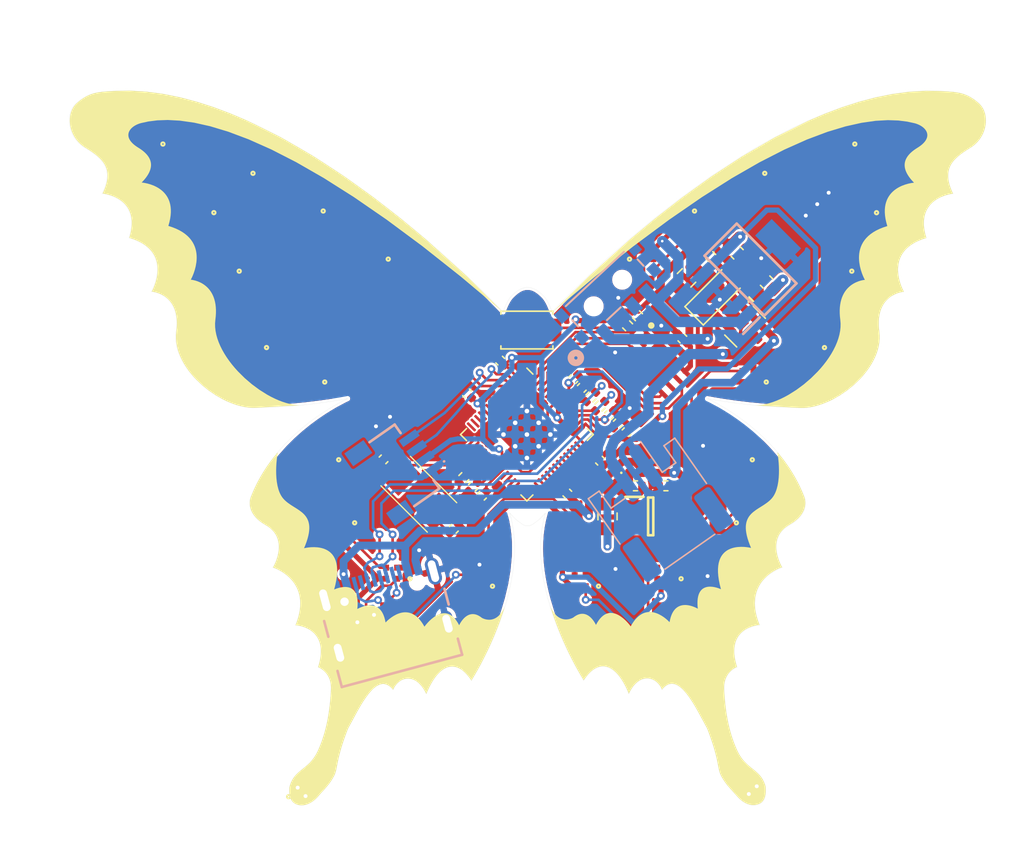
<source format=kicad_pcb>
(kicad_pcb (version 20241229) (generator "pcbnew") (generator_version "9.0")
  (layers (0 "F.Cu" jumper) (4 "In1.Cu" signal) (6 "In2.Cu" signal) (2 "B.Cu" signal) (13 "F.Paste" user) (15 "B.Paste" user) (5 "F.SilkS" user "F.Silkscreen") (7 "B.SilkS" user "B.Silkscreen") (1 "F.Mask" user) (3 "B.Mask" user) (25 "Edge.Cuts" user))
  (net 0 "")
  (net 1 " I2C_SDA")
  (net 2 "+5V")
  (net 3 "Net-(LED1-DOUT)")
  (net 4 "Net-(LED2-DOUT)")
  (net 5 "Net-(LED3-DOUT)")
  (net 6 "Net-(LED6-DOUT)")
  (net 7 "Net-(LED7-DOUT)")
  (net 8 "Net-(LED8-DOUT)")
  (net 9 "Net-(LED10-DIN)")
  (net 10 "Net-(LED12-DOUT)")
  (net 11 "VBUS")
  (net 12 "GND")
  (net 13 "+3V3")
  (net 14 "/XIN")
  (net 15 "Net-(C5-Pad1)")
  (net 16 "+1V1")
  (net 17 "/~{USB_BOOT}")
  (net 18 "/QSPI_SS")
  (net 19 "/XOUT")
  (net 20 "Net-(J5-CC2)")
  (net 21 "USB_D-")
  (net 22 "/QSPI_SD1")
  (net 23 "/QSPI_SD2")
  (net 24 "/QSPI_SD0")
  (net 25 "/QSPI_SCLK")
  (net 26 "/QSPI_SD3")
  (net 27 " I2C_SCL")
  (net 28 "NEOPIXELS")
  (net 29 "Net-(LED13-DOUT)")
  (net 30 "/GPIO10")
  (net 31 "/GPIO11")
  (net 32 "/GPIO12")
  (net 33 "/GPIO13")
  (net 34 "/GPIO14")
  (net 35 "/GPIO15")
  (net 36 "/SWCLK")
  (net 37 "/SWD")
  (net 38 "/RUN")
  (net 39 "/GPIO16")
  (net 40 "/GPIO17")
  (net 41 "/GPIO18")
  (net 42 "/GPIO19")
  (net 43 "/GPIO20")
  (net 44 "/GPIO21")
  (net 45 "/GPIO22")
  (net 46 "/GPIO23")
  (net 47 "/GPIO24")
  (net 48 "/GPIO25")
  (net 49 "/GPIO26_ADC0")
  (net 50 "/GPIO27_ADC1")
  (net 51 "/GPIO28_ADC2")
  (net 52 "/GPIO29_ADC3")
  (net 53 "Net-(LED14-DOUT)")
  (net 54 "/GPIO5")
  (net 55 "Net-(LED15-DOUT)")
  (net 56 "/GPIO4")
  (net 57 "/GPIO6")
  (net 58 "/GPIO3")
  (net 59 "Net-(LED18-DOUT)")
  (net 60 "/GPIO7")
  (net 61 "/GPIO8")
  (net 62 "Net-(LED19-DOUT)")
  (net 63 "Net-(LED20-DOUT)")
  (net 64 "Net-(LED21-DOUT)")
  (net 65 "/GPIO9")
  (net 66 "Net-(U3-USB_DP)")
  (net 67 "Net-(U3-USB_DM)")
  (net 68 "Net-(LED24-DOUT)")
  (net 69 "Net-(D2-C)")
  (net 72 "Net-(LED4-DOUT)")
  (net 73 "Net-(LED5-DOUT)")
  (net 74 "Net-(LED10-DOUT)")
  (net 75 "Net-(LED11-DOUT)")
  (net 76 "Net-(LED16-DOUT)")
  (net 77 "Net-(LED17-DOUT)")
  (net 78 "Net-(LED22-DOUT)")
  (net 79 "Net-(LED23-DOUT)")
  (net 81 "VBAT")
  (net 83 "Net-(J5-CC1)")
  (net 84 "USB_D+")
  (net 87 "Net-(CHG1-C)")
  (net 88 "Net-(U1-STAT)")
  (net 89 "Net-(U1-PROG)")
  (net 90 "Net-(LED25-DOUT)")
  (footprint "Capacitor_SMD:C_0402_1005Metric" (layer "F.Cu") (at 104.5 60.75 135)
    (property "Reference" "C16" (hide yes))
    (property "Value" "100n" (hide yes))
    (property "VALUE" "" (hide yes))
  )
  (footprint "LED_SMD:LED_0402_1005Metric" (layer "F.Cu") (at 114.905546 69.376942)
    (property "Reference" "CHG1" (hide yes))
    (property "Value" "ORANGE" (hide yes))
    (property "VALUE" "" (hide yes))
  )
  (footprint "Resistor_SMD:R_0402_1005Metric" (layer "F.Cu") (at 112.176546 64.245942 -135)
    (property "Reference" "R30" (hide yes))
    (property "Value" "27" (hide yes))
    (property "VALUE" "" (hide yes))
  )
  (footprint "Resistor_SMD:R_0402_1005Metric" (layer "F.Cu") (at 115.06 57.3 -45)
    (property "Reference" "R28" (hide yes))
    (property "Value" "DNF" (hide yes))
    (property "VALUE" "" (hide yes))
  )
  (footprint "Capacitor_SMD:C_0805_2012Metric" (layer "F.Cu") (at 112.755546 72.726942 90)
    (property "Reference" "C6" (hide yes))
    (property "Value" "10uF" (hide yes))
    (property "VALUE" "" (hide yes))
  )
  (footprint "XL-1010RGBC-WS2812B:SMD4_XL-1010RGBC_XLG" (layer "F.Cu") (at 89.601546 61.970942 180)
    (property "Reference" "LED8" (hide yes))
    (property "Value" "1010RGBC-WS2812B" (hide yes))
    (property "VALUE" "" (hide yes))
  )
  (footprint "Resistor_SMD:R_0402_1005Metric" (layer "F.Cu") (at 114.905546 70.376942)
    (property "Reference" "R1" (hide yes))
    (property "Value" "10K" (hide yes))
    (property "VALUE" "" (hide yes))
  )
  (footprint "Diode_SMD:D_SOD-123" (layer "F.Cu") (at 121.08072 55.637217 45)
    (property "Reference" "D2" (hide yes))
    (property "Value" "MBR0540" (hide yes))
    (property "VALUE" "" (hide yes))
  )
  (footprint "XL-1010RGBC-WS2812B:SMD4_XL-1010RGBC_XLG" (layer "F.Cu") (at 81.076546 48.945942 180)
    (property "Reference" "LED5" (hide yes))
    (property "Value" "1010RGBC-WS2812B" (hide yes))
    (property "VALUE" "" (hide yes))
  )
  (footprint "XL-1010RGBC-WS2812B:SMD4_XL-1010RGBC_XLG" (layer "F.Cu") (at 110.653748 77.671699 180)
    (property "Reference" "LED14" (hide yes))
    (property "Value" "1010RGBC-WS2812B" (hide yes))
    (property "VALUE" "" (hide yes))
  )
  (footprint "XL-1010RGBC-WS2812B:SMD4_XL-1010RGBC_XLG" (layer "F.Cu") (at 123.553748 61.971699 180)
    (property "Reference" "LED19" (hide yes))
    (property "Value" "1010RGBC-WS2812B" (hide yes))
    (property "VALUE" "" (hide yes))
  )
  (footprint "Capacitor_SMD:C_0402_1005Metric" (layer "F.Cu") (at 112.876546 64.945942 45)
    (property "Reference" "C8" (hide yes))
    (property "Value" "100n" (hide yes))
    (property "VALUE" "" (hide yes))
  )
  (footprint "XL-1010RGBC-WS2812B:SMD4_XL-1010RGBC_XLG" (layer "F.Cu") (at 97.301546 53.370942)
    (property "Reference" "LED1" (hide yes))
    (property "Value" "1010RGBC-WS2812B" (hide yes))
    (property "VALUE" "" (hide yes))
  )
  (footprint "XL-1010RGBC-WS2812B:SMD4_XL-1010RGBC_XLG" (layer "F.Cu") (at 96.151546 77.095942 180)
    (property "Reference" "LED11" (hide yes))
    (property "Value" "1010RGBC-WS2812B" (hide yes))
    (property "VALUE" "" (hide yes))
  )
  (footprint "XL-1010RGBC-WS2812B:SMD4_XL-1010RGBC_XLG" (layer "F.Cu") (at 115.853748 53.371699)
    (property "Reference" "LED26" (hide yes))
    (property "Value" "1010RGBC-WS2812B" (hide yes))
    (property "VALUE" "" (hide yes))
  )
  (footprint "XL-1010RGBC-WS2812B:SMD4_XL-1010RGBC_XLG" (layer "F.Cu") (at 91.901546 72.795942 180)
    (property "Reference" "LED10" (hide yes))
    (property "Value" "1010RGBC-WS2812B" (hide yes))
    (property "VALUE" "" (hide yes))
  )
  (footprint "Resistor_SMD:R_0402_1005Metric" (layer "F.Cu") (at 111.476546 63.545942 -135)
    (property "Reference" "R29" (hide yes))
    (property "Value" "27" (hide yes))
    (property "VALUE" "" (hide yes))
  )
  (footprint "XL-1010RGBC-WS2812B:SMD4_XL-1010RGBC_XLG" (layer "F.Cu") (at 90.676546 67.945942 180)
    (property "Reference" "LED9" (hide yes))
    (property "Value" "1010RGBC-WS2812B" (hide yes))
    (property "VALUE" "" (hide yes))
  )
  (footprint "Resistor_SMD:R_0402_1005Metric" (layer "F.Cu") (at 114.3 58.075 135)
    (property "Reference" "R27" (hide yes))
    (property "Value" "1k" (hide yes))
    (property "VALUE" "" (hide yes))
  )
  (footprint "XL-1010RGBC-WS2812B:SMD4_XL-1010RGBC_XLG" (layer "F.Cu") (at 89.529945 93.586165 45)
    (property "Reference" "LED12" (hide yes))
    (property "Value" "1010RGBC-WS2812B" (hide yes))
    (property "VALUE" "" (hide yes))
  )
  (footprint "Capacitor_SMD:C_0805_2012Metric" (layer "F.Cu") (at 118.83072 54.387217 45)
    (property "Reference" "C20" (hide yes))
    (property "Value" "10uF" (hide yes))
    (property "VALUE" "" (hide yes))
  )
  (footprint "Capacitor_SMD:C_0603_1608Metric" (layer "F.Cu") (at 124.975 54.7 135)
    (property "Reference" "C1" (hide yes))
    (property "Value" "4.7u" (hide yes))
    (property "VALUE" "" (hide yes))
  )
  (footprint "XL-1010RGBC-WS2812B:SMD4_XL-1010RGBC_XLG" (layer "F.Cu") (at 128.028748 59.321699 180)
    (property "Reference" "LED20" (hide yes))
    (property "Value" "1010RGBC-WS2812B" (hide yes))
    (property "VALUE" "" (hide yes))
  )
  (footprint "Capacitor_SMD:C_0603_1608Metric" (layer "F.Cu") (at 122.725 52.475 -45)
    (property "Reference" "C2" (hide yes))
    (property "Value" "4.7u" (hide yes))
    (property "VALUE" "" (hide yes))
  )
  (footprint "XL-1010RGBC-WS2812B:SMD4_XL-1010RGBC_XLG" (layer "F.Cu") (at 123.620056 93.473835 -45)
    (property "Reference" "LED15" (hide yes))
    (property "Value" "1010RGBC-WS2812B" (hide yes))
    (property "VALUE" "" (hide yes))
  )
  (footprint "XL-1010RGBC-WS2812B:SMD4_XL-1010RGBC_XLG" (layer "F.Cu") (at 85.126546 59.320942 180)
    (property "Reference" "LED7" (hide yes))
    (property "Value" "1010RGBC-WS2812B" (hide yes))
    (property "VALUE" "" (hide yes))
  )
  (footprint "Capacitor_SMD:C_0402_1005Metric" (layer "F.Cu") (at 113.545957 65.586531 45)
    (property "Reference" "C11" (hide yes))
    (property "Value" "1u" (hide yes))
    (property "VALUE" "" (hide yes))
  )
  (footprint "XL-1010RGBC-WS2812B:SMD4_XL-1010RGBC_XLG" (layer "F.Cu") (at 126.253748 46.771699)
    (property "Reference" "LED24" (hide yes))
    (property "Value" "1010RGBC-WS2812B" (hide yes))
    (property "VALUE" "" (hide yes))
  )
  (footprint "Capacitor_SMD:C_0402_1005Metric" (layer "F.Cu") (at 95.532546 68.341942 45)
    (property "Reference" "C4" (hide yes))
    (property "Value" "27p" (hide yes))
    (property "VALUE" "" (hide yes))
  )
  (footprint "Resistor_SMD:R_0402_1005Metric" (layer "F.Cu") (at 101.704546 69.744942 -135)
    (property "Reference" "R26" (hide yes))
    (property "Value" "1k" (hide yes))
    (property "VALUE" "" (hide yes))
  )
  (footprint "Capacitor_SMD:C_0402_1005Metric" (layer "F.Cu") (at 110.125 62.175 45)
    (property "Reference" "C9" (hide yes))
    (property "Value" "1u" (hide yes))
    (property "VALUE" "" (hide yes))
  )
  (footprint "Capacitor_SMD:C_0402_1005Metric" (layer "F.Cu") (at 103.101546 71.141942 -135)
    (property "Reference" "C7" (hide yes))
    (property "Value" "100n" (hide yes))
    (property "VALUE" "" (hide yes))
  )
  (footprint "Capacitor_SMD:C_0402_1005Metric" (layer "F.Cu") (at 114.215957 66.256531 45)
    (property "Reference" "C13" (hide yes))
    (property "Value" "100n" (hide yes))
    (property "VALUE" "" (hide yes))
  )
  (footprint "Resistor_SMD:R_0402_1005Metric" (layer "F.Cu") (at 120.691344 52.747841 -45)
    (property "Reference" "R5" (hide yes))
    (property "Value" "10K" (hide yes))
    (property "VALUE" "" (hide yes))
  )
  (footprint "Resistor_SMD:R_0201_0603Metric" (layer "F.Cu") (at 96.28 79.29 135)
    (property "Reference" "R4" (hide yes))
    (property "Value" "5k1" (hide yes))
    (property "VALUE" "" (hide yes))
  )
  (footprint "MCP73831T-2ACI:SOT95P270X145-5N" (layer "F.Cu") (at 116.075546 72.726942)
    (property "Reference" "U1" (hide yes))
    (property "Value" "MCP73831T-2ACI/OT" (hide yes))
    (property "VALUE" "" (hide yes))
  )
  (footprint "RP2040_minimal:RP2040-QFN-56" (layer "F.Cu") (at 106.556546 66.43282 -45)
    (property "Reference" "U3" (hide yes))
    (property "Value" "RP2040" (hide yes))
    (property "VALUE" "" (hide yes))
  )
  (footprint "TS-1088-AR02016:SW_TS-1088-AR02016" (layer "F.Cu") (at 106.556546 58.4)
    (property "Reference" "S1" (hide yes))
    (property "Value" "TS-1088-AR02016")
    (property "VALUE" "" (hide yes))
  )
  (footprint "Capacitor_SMD:C_0402_1005Metric" (layer "F.Cu") (at 118.51 59.05 135)
    (property "Reference" "C3" (hide yes))
    (property "Value" "100n" (hide yes))
    (property "VALUE" "" (hide yes))
  )
  (footprint "445I23D12M00000:445I23D24M00000" (layer "F.Cu") (at 98.232546 71.011942 135)
    (property "Reference" "Y1" (hide yes))
    (property "Value" "445I23D12M00000" (hide yes))
    (property "VALUE" "" (hide yes))
  )
  (footprint "Capacitor_SMD:C_0402_1005Metric" (layer "F.Cu") (at 112.176546 68.445942 -45)
    (property "Reference" "C12" (hide yes))
    (property "Value" "100n" (hide yes))
    (property "VALUE" "" (hide yes))
  )
  (footprint "XL-1010RGBC-WS2812B:SMD4_XL-1010RGBC_XLG" (layer "F.Cu") (at 120.853748 49.671699)
    (property "Reference" "LED25" (hide yes))
    (property "Value" "1010RGBC-WS2812B" (hide yes))
    (property "VALUE" "" (hide yes))
  )
  (footprint "XL-1010RGBC-WS2812B:SMD4_XL-1010RGBC_XLG" (layer "F.Cu") (at 86.901546 46.770942)
    (property "Reference" "LED3" (hide yes))
    (property "Value" "1010RGBC-WS2812B" (hide yes))
    (property "VALUE" "" (hide yes))
  )
  (footprint "Resistor_SMD:R_0402_1005Metric" (layer "F.Cu") (at 117.245546 70.376942 180)
    (property "Reference" "R2" (hide yes))
    (property "Value" "5.1K" (hide yes))
    (property "VALUE" "" (hide yes))
  )
  (footprint "Capacitor_SMD:C_0402_1005Metric" (layer "F.Cu") (at 100.942546 73.681942 45)
    (property "Reference" "C5" (hide yes))
    (property "Value" "27p" (hide yes))
    (property "VALUE" "" (hide yes))
  )
  (footprint "Resistor_SMD:R_0201_0603Metric" (layer "F.Cu") (at 95.75 79.81 135)
    (property "Reference" "R3" (hide yes))
    (property "Value" "5k1" (hide yes))
    (property "VALUE" "" (hide yes))
  )
  (footprint "XL-1010RGBC-WS2812B:SMD4_XL-1010RGBC_XLG" (layer "F.Cu") (at 122.478748 67.946699 180)
    (property "Reference" "LED18" (hide yes))
    (property "Value" "1010RGBC-WS2812B" (hide yes))
    (property "VALUE" "" (hide yes))
  )
  (footprint "Capacitor_SMD:C_0402_1005Metric" (layer "F.Cu") (at 102.411546 70.451942 -135)
    (property "Reference" "C14" (hide yes))
    (property "Value" "100n" (hide yes))
    (property "VALUE" "" (hide yes))
  )
  (footprint "XL-1010RGBC-WS2812B:SMD4_XL-1010RGBC_XLG" (layer "F.Cu") (at 133.178748 44.521699)
    (property "Reference" "LED23" (hide yes))
    (property "Value" "1010RGBC-WS2812B" (hide yes))
    (property "VALUE" "" (hide yes))
  )
  (footprint "XL-1010RGBC-WS2812B:SMD4_XL-1010RGBC_XLG" (layer "F.Cu") (at 92.301546 49.670942)
    (property "Reference" "LED2" (hide yes))
    (property "Value" "1010RGBC-WS2812B" (hide yes))
    (property "VALUE" "" (hide yes))
  )
  (footprint "XL-1010RGBC-WS2812B:SMD4_XL-1010RGBC_XLG" (layer "F.Cu") (at 121.253748 72.796699 180)
    (property "Reference" "LED17" (hide yes))
    (property "Value" "1010RGBC-WS2812B" (hide yes))
    (property "VALUE" "" (hide yes))
  )
  (footprint "XL-1010RGBC-WS2812B:SMD4_XL-1010RGBC_XLG" (layer "F.Cu") (at 117.003748 77.096699 180)
    (property "Reference" "LED16" (hide yes))
    (property "Value" "1010RGBC-WS2812B" (hide yes))
    (property "VALUE" "" (hide yes))
  )
  (footprint "XL-1010RGBC-WS2812B:SMD4_XL-1010RGBC_XLG" (layer "F.Cu") (at 79.976546 44.520942)
    (property "Reference" "LED4" (hide yes))
    (property "Value" "1010RGBC-WS2812B" (hide yes))
    (property "VALUE" "" (hide yes))
  )
  (footprint "W25Q64JVXGIQ:SON80P400X400X50-9N" (layer "F.Cu") (at 116.47167 61.055614 -45)
    (property "Reference" "IC3" (hide yes))
    (property "Value" "W25Q64JVZPIQ" (hide yes))
    (property "VALUE" "" (hide yes))
  )
  (footprint "XL-1010RGBC-WS2812B:SMD4_XL-1010RGBC_XLG" (layer "F.Cu") (at 83.026546 53.445942 180)
    (property "Reference" "LED6" (hide yes))
    (property "Value" "1010RGBC-WS2812B" (hide yes))
    (property "VALUE" "" (hide yes))
  )
  (footprint "XL-1010RGBC-WS2812B:SMD4_XL-1010RGBC_XLG" (layer "F.Cu") (at 132.032202 48.949436 180)
    (property "Reference" "LED22" (hide yes))
    (property "Value" "1010RGBC-WS2812B" (hide yes))
    (property "VALUE" "" (hide yes))
  )
  (footprint "Capacitor_SMD:C_0402_1005Metric" (layer "F.Cu") (at 101.958546 63.267942 135)
    (property "Reference" "C15" (hide yes))
    (property "Value" "100n" (hide yes))
    (property "VALUE" "" (hide yes))
  )
  (footprint "XL-1010RGBC-WS2812B:SMD4_XL-1010RGBC_XLG" (layer "F.Cu") (at 102.501546 77.670942 180)
    (property "Reference" "LED13" (hide yes))
    (property "Value" "1010RGBC-WS2812B" (hide yes))
    (property "VALUE" "" (hide yes))
  )
  (footprint "Package_TO_SOT_SMD:SOT-23" (layer "F.Cu") (at 123.33072 58.137217 -45)
    (property "Reference" "Q1" (hide yes))
    (property "Value" "DMG3415" (hide yes))
    (property "VALUE" "" (hide yes))
  )
  (footprint "XL-1010RGBC-WS2812B:SMD4_XL-1010RGBC_XLG" (layer "F.Cu") (at 130.128748 53.446699 180)
    (property "Reference" "LED21" (hide yes))
    (property "Value" "1010RGBC-WS2812B" (hide yes))
    (property "VALUE" "" (hide yes))
  )
  (footprint "Capacitor_SMD:C_0402_1005Metric" (layer "F.Cu") (at 110.776546 62.845942 45)
    (property "Reference" "C10" (hide yes))
    (property "Value" "100n" (hide yes))
    (property "VALUE" "" (hide yes))
  )
  (footprint "Capacitor_SMD:C_0402_1005Metric" (layer "F.Cu") (at 109.663957 70.973353 -45)
    (property "Reference" "C17" (hide yes))
    (property "Value" "100n" (hide yes))
    (property "VALUE" "" (hide yes))
  )
  (footprint "SlideSwitch:MK-12C02-G020_GSW" (layer "B.Cu") (at 112.786546 55.5501 43)
    (property "Reference" "SW2" (hide yes))
    (property "Value" "MK-12C02-G020" (hide yes))
    (property "VALUE" "" (hide yes))
  )
  (footprint "USB4105-GF-A:GCT_USB4105-GF-A" (layer "B.Cu") (at 96.277543 82.095621 -165)
    (property "Reference" "J5" (hide yes))
    (property "Value" "USB4105-GF-A" (hide yes))
    (property "VALUE" "" (hide yes))
  )
  (footprint "AP7361EA-33E-13:SOT230P700X180-4N" (layer "B.Cu") (at 123.75 53.75 45)
    (property "Reference" "IC1" (hide yes))
    (property "Value" "AP7361EA-33E-13" (hide yes))
    (property "VALUE" "" (hide yes))
  )
  (footprint "Connector_JST:JST_PH_S2B-PH-SM4-TB_1x02-1MP_P2.00mm_Horizontal" (layer "B.Cu") (at 116.5 71.75 -145)
    (property "Reference" "J4" (hide yes))
    (property "Value" "S2B-PH-SM4-TB(LF)(SN)" (hide yes))
    (property "VALUE" "" (hide yes))
  )
  (footprint "SM04B-SRSS-TB:SM04BSRSSTB" (layer "B.Cu") (at 96.5 69.25 125)
    (property "Reference" "J2" (hide yes))
    (property "Value" "SM04B-SRSS-TB" (hide yes))
    (property "VALUE" "" (hide yes))
  )
  (gr_poly (pts (xy 77.29376 40.064462) (xy 78.585549 40.236637) (xy 79.88487 40.498338) (xy 81.188121 40.842875) (xy 82.491701 41.263553) (xy 83.792006 41.75368) (xy 85.085437 42.306563) (xy 87.637263 43.573825) (xy 90.118366 45.011797) (xy 92.499929 46.566936) (xy 94.753138 48.185698) (xy 96.849178 49.814541) (xy 98.759235 51.399923) (xy 101.906137 54.226127) (xy 104.700282 57.001103) (xy 101.494862 54.308432) (xy 98.524106 51.954509) (xy 95.77965 49.917755) (xy 93.253128 48.17659) (xy 90.936178 46.709435) (xy 88.820434 45.494711) (xy 86.897533 44.510838) (xy 85.15911 43.736236) (xy 83.596801 43.149326) (xy 82.202242 42.728528) (xy 80.967068 42.452264) (xy 79.882916 42.298953) (xy 78.941421 42.247017) (xy 78.134219 42.274875) (xy 77.452946 42.360948) (xy 76.889238 42.483657) (xy 76.805528 42.507643) (xy 76.723562 42.534995) (xy 76.643661 42.565602) (xy 76.566148 42.599354) (xy 76.491347 42.636142) (xy 76.419579 42.675855) (xy 76.351168 42.718384) (xy 76.286436 42.763619) (xy 76.225706 42.81145) (xy 76.169301 42.861766) (xy 76.117543 42.914459) (xy 76.070755 42.969417) (xy 76.029259 43.026532) (xy 75.993379 43.085693) (xy 75.963437 43.14679) (xy 75.939755 43.209714) (xy 75.922657 43.274354) (xy 75.912465 43.3406) (xy 75.909502 43.408343) (xy 75.91409 43.477473) (xy 75.926552 43.54788) (xy 75.947212 43.619453) (xy 75.976391 43.692083) (xy 76.014412 43.76566) (xy 76.061598 43.840074) (xy 76.118272 43.915216) (xy 76.184756 43.990974) (xy 76.261373 44.06724) (xy 76.348446 44.143902) (xy 76.446297 44.220853) (xy 76.555249 44.29798) (xy 76.675625 44.375176) (xy 76.797398 44.452663) (xy 76.910421 44.530731) (xy 77.014836 44.609361) (xy 77.110784 44.688537) (xy 77.198407 44.76824) (xy 77.277845 44.848454) (xy 77.34924 44.92916) (xy 77.412734 45.010342) (xy 77.468467 45.091982) (xy 77.516581 45.174063) (xy 77.557218 45.256567) (xy 77.590518 45.339477) (xy 77.616623 45.422774) (xy 77.635675 45.506443) (xy 77.647814 45.590465) (xy 77.653181 45.674823) (xy 77.651919 45.7595) (xy 77.644169 45.844477) (xy 77.630071 45.929738) (xy 77.609768 46.015266) (xy 77.5834 46.101042) (xy 77.551109 46.187049) (xy 77.513036 46.27327) (xy 77.469322 46.359688) (xy 77.42011 46.446284) (xy 77.365539 46.533042) (xy 77.305752 46.619944) (xy 77.240889 46.706973) (xy 77.171092 46.794111) (xy 77.096503 46.881341) (xy 76.933512 47.056005) (xy 77.061773 47.070716) (xy 77.20664 47.095117) (xy 77.39159 47.136228) (xy 77.606317 47.198057) (xy 77.840517 47.284613) (xy 77.961697 47.338416) (xy 78.083881 47.399904) (xy 78.20578 47.469579) (xy 78.326106 47.54794) (xy 78.44357 47.63549) (xy 78.556885 47.732729) (xy 78.664761 47.840159) (xy 78.765911 47.958281) (xy 78.859047 48.087595) (xy 78.94288 48.228603) (xy 79.016123 48.381806) (xy 79.077486 48.547706) (xy 79.125681 48.726802) (xy 79.159421 48.919596) (xy 79.177418 49.12659) (xy 79.178382 49.348285) (xy 79.161026 49.585181) (xy 79.124061 49.837779) (xy 79.0662 50.106581) (xy 78.986153 50.392089) (xy 79.299848 50.494253) (xy 79.583824 50.607671) (xy 79.839379 50.731392) (xy 80.067808 50.864464) (xy 80.270406 51.005938) (xy 80.44847 51.154861) (xy 80.603295 51.310285) (xy 80.736177 51.471258) (xy 80.848412 51.636829) (xy 80.941295 51.806048) (xy 81.016123 51.977964) (xy 81.074191 52.151627) (xy 81.116796 52.326086) (xy 81.145232 52.500389) (xy 81.160795 52.673587) (xy 81.164782 52.844729) (xy 81.158488 53.012863) (xy 81.14321 53.177041) (xy 81.09088 53.48972) (xy 81.018161 53.77516) (xy 80.935417 54.025757) (xy 80.853016 54.233904) (xy 80.781323 54.391997) (xy 80.711529 54.527598) (xy 80.80897 54.539301) (xy 80.919856 54.559783) (xy 81.062482 54.595222) (xy 81.229571 54.649521) (xy 81.413845 54.726581) (xy 81.510153 54.774866) (xy 81.608029 54.830305) (xy 81.706562 54.893385) (xy 81.804843 54.964595) (xy 81.901963 55.044422) (xy 81.997011 55.133355) (xy 82.089079 55.23188) (xy 82.177257 55.340485) (xy 82.260634 55.459659) (xy 82.338301 55.589889) (xy 82.409349 55.731663) (xy 82.472868 55.885469) (xy 82.527948 56.051795) (xy 82.57368 56.231128) (xy 82.609153 56.423956) (xy 82.633459 56.630767) (xy 82.645687 56.852048) (xy 82.644929 57.088289) (xy 82.630273 57.339975) (xy 82.600811 57.607596) (xy 82.577908 57.885999) (xy 82.582693 58.16907) (xy 82.613921 58.455867) (xy 82.670347 58.745451) (xy 82.750723 59.036879) (xy 82.853803 59.329209) (xy 82.978341 59.621502) (xy 83.123091 59.912814) (xy 83.286807 60.202205) (xy 83.468243 60.488734) (xy 83.666151 60.771458) (xy 83.879287 61.049438) (xy 84.106403 61.32173) (xy 84.346254 61.587395) (xy 84.859174 62.095074) (xy 85.408078 62.564945) (xy 85.982996 62.989476) (xy 86.573957 63.361136) (xy 86.872338 63.524787) (xy 87.170992 63.672395) (xy 87.468672 63.80302) (xy 87.764131 63.915721) (xy 88.056124 64.009556) (xy 88.343405 64.083584) (xy 88.624726 64.136863) (xy 88.898843 64.168452) (xy 89.164508 64.17741) (xy 89.420475 64.162795) (xy 87.669404 64.264754) (xy 85.91833 64.366759) (xy 85.663791 64.383422) (xy 85.402293 64.380432) (xy 85.134899 64.35847) (xy 84.862671 64.318216) (xy 84.586675 64.26035) (xy 84.307974 64.185552) (xy 84.027631 64.094501) (xy 83.746711 63.987878) (xy 83.466277 63.866364) (xy 83.187392 63.730637) (xy 82.638528 63.419267) (xy 82.108628 63.059208) (xy 81.606201 62.655901) (xy 81.139759 62.214786) (xy 80.922691 61.981751) (xy 80.717811 61.741303) (xy 80.526181 61.494124) (xy 80.348866 61.240892) (xy 80.18693 60.982288) (xy 80.041436 60.718993) (xy 79.913447 60.451686) (xy 79.804028 60.181046) (xy 79.714243 59.907755) (xy 79.645155 59.632491) (xy 79.597827 59.355936) (xy 79.573324 59.078769) (xy 79.57271 58.80167) (xy 79.597047 58.525319) (xy 79.626505 58.257694) (xy 79.641157 58.006004) (xy 79.641912 57.769761) (xy 79.62968 57.548477) (xy 79.605371 57.341664) (xy 79.569894 57.148834) (xy 79.52416 56.9695) (xy 79.469078 56.803173) (xy 79.405556 56.649367) (xy 79.334506 56.507592) (xy 79.256837 56.377362) (xy 79.173458 56.258189) (xy 79.085279 56.149583) (xy 78.99321 56.051059) (xy 78.89816 55.962128) (xy 78.801039 55.882302) (xy 78.702757 55.811093) (xy 78.604223 55.748014) (xy 78.410038 55.644292) (xy 78.225762 55.567235) (xy 78.058672 55.512939) (xy 77.916046 55.477503) (xy 77.80516 55.457023) (xy 77.707719 55.445322) (xy 77.777514 55.309719) (xy 77.849209 55.151624) (xy 77.931613 54.943473) (xy 78.01436 54.692873) (xy 78.087082 54.407429) (xy 78.116445 54.254017) (xy 78.139414 54.094746) (xy 78.154694 53.930567) (xy 78.160989 53.76243) (xy 78.157003 53.591286) (xy 78.14144 53.418086) (xy 78.113005 53.243781) (xy 78.070401 53.06932) (xy 78.012333 52.895656) (xy 77.937505 52.723738) (xy 77.844622 52.554517) (xy 77.732386 52.388944) (xy 77.599503 52.22797) (xy 77.444677 52.072545) (xy 77.266611 51.92362) (xy 77.064011 51.782146) (xy 76.83558 51.649073) (xy 76.580022 51.525352) (xy 76.296042 51.411933) (xy 75.982343 51.309768) (xy 76.062394 51.024057) (xy 76.120259 50.754657) (xy 76.157227 50.501096) (xy 76.174586 50.262897) (xy 76.173624 50.039586) (xy 76.15563 49.830688) (xy 76.121892 49.635728) (xy 76.073698 49.454231) (xy 76.012337 49.285722) (xy 75.939096 49.129725) (xy 75.855264 48.985767) (xy 75.762129 48.853373) (xy 75.660979 48.732066) (xy 75.553103 48.621372) (xy 75.439789 48.520817) (xy 75.322325 48.429925) (xy 75.201999 48.348222) (xy 75.0801 48.275231) (xy 74.836734 48.153491) (xy 74.602534 48.060905) (xy 74.387806 47.993673) (xy 74.202855 47.947996) (xy 74.057987 47.920074) (xy 73.929725 47.902295) (xy 74.011595 47.725197) (xy 74.082924 47.5546) (xy 74.143971 47.390285) (xy 74.194993 47.232036) (xy 74.236248 47.079632) (xy 74.267995 46.932856) (xy 74.290492 46.79149) (xy 74.303996 46.655315) (xy 74.308766 46.524113) (xy 74.30506 46.397665) (xy 74.293137 46.275753) (xy 74.273253 46.158159) (xy 74.245668 46.044664) (xy 74.210638 45.935051) (xy 74.168424 45.8291) (xy 74.119282 45.726593) (xy 74.06347 45.627313) (xy 74.001247 45.53104) (xy 73.932871 45.437556) (xy 73.8586 45.346643) (xy 73.693405 45.171657) (xy 73.507726 45.004334) (xy 73.303629 44.842927) (xy 73.083177 44.685691) (xy 72.848437 44.530878) (xy 72.601473 44.37674) (xy 72.478622 44.296671) (xy 72.362457 44.211097) (xy 72.252975 44.120388) (xy 72.150171 44.024919) (xy 72.054043 43.925061) (xy 71.964587 43.821186) (xy 71.881799 43.713667) (xy 71.805676 43.602875) (xy 71.736215 43.489184) (xy 71.673412 43.372966) (xy 71.617263 43.254592) (xy 71.567765 43.134436) (xy 71.524914 43.012869) (xy 71.488708 42.890263) (xy 71.459142 42.766992) (xy 71.436213 42.643427) (xy 71.419917 42.51994) (xy 71.410252 42.396905) (xy 71.407213 42.274692) (xy 71.410798 42.153675) (xy 71.421002 42.034226) (xy 71.437822 41.916717) (xy 71.461254 41.80152) (xy 71.491296 41.689008) (xy 71.527943 41.579553) (xy 71.571193 41.473527) (xy 71.621041 41.371302) (xy 71.677484 41.273252) (xy 71.740519 41.179747) (xy 71.810142 41.091161) (xy 71.88635 41.007865) (xy 71.969139 40.930232) (xy 72.12261 40.803095) (xy 72.163603 40.771005) (xy 72.278962 40.684487) (xy 72.315444 40.658032) (xy 72.45965 40.561407) (xy 72.488143 40.544039) (xy 72.605212 40.474908) (xy 72.647152 40.45173) (xy 72.768482 40.3895) (xy 72.790439 40.378585) (xy 72.931908 40.31653) (xy 72.970174 40.301514) (xy 73.080286 40.260864) (xy 73.12013 40.247149) (xy 73.263702 40.203266) (xy 73.278343 40.199487) (xy 73.41174 40.166268) (xy 73.455593 40.156581) (xy 73.574417 40.132822) (xy 73.608864 40.126356) (xy 73.762145 40.102019) (xy 73.799855 40.096973) (xy 73.93642 40.07983) (xy 73.959503 40.077169) (xy 74.107021 40.062413) (xy 74.23403 40.051499) (xy 74.310149 40.04527) (xy 74.373384 40.040729) (xy 74.742064 40.015799) (xy 74.509239 40.030975) (xy 74.373384 40.040729) (xy 74.32874 40.043748) (xy 74.310149 40.04527) (xy 74.28808 40.046854) (xy 74.23403 40.051499) (xy 74.135618 40.059552) (xy 74.107021 40.062413) (xy 74.077266 40.06497) (xy 73.975325 40.075345) (xy 73.959503 40.077169) (xy 73.95021 40.078098) (xy 73.93642 40.07983) (xy 73.875474 40.086855) (xy 73.799855 40.096973) (xy 73.771535 40.100528) (xy 73.762145 40.102019) (xy 73.747326 40.104002) (xy 73.622122 40.123868) (xy 73.608864 40.126356) (xy 73.598607 40.127985) (xy 73.574417 40.132822) (xy 73.499486 40.146886) (xy 73.455593 40.156581) (xy 73.430445 40.16161) (xy 73.41174 40.166268) (xy 73.379046 40.173489) (xy 73.278343 40.199487) (xy 73.266064 40.202544) (xy 73.263702 40.203266) (xy 73.260429 40.204111) (xy 73.143261 40.239186) (xy 73.12013 40.247149) (xy 73.104481 40.251932) (xy 73.080286 40.260864) (xy 73.027168 40.279148) (xy 72.970174 40.301514) (xy 72.944713 40.310913) (xy 72.931908 40.31653) (xy 72.911778 40.324429) (xy 72.796717 40.375464) (xy 72.790439 40.378585) (xy 72.785776 40.38063) (xy 72.768482 40.3895) (xy 72.681611 40.432686) (xy 72.647152 40.45173) (xy 72.626687 40.462226) (xy 72.605212 40.474908) (xy 72.566088 40.496529) (xy 72.488143 40.544039) (xy 72.466462 40.556842) (xy 72.45965 40.561407) (xy 72.449774 40.567426) (xy 72.332295 40.645812) (xy 72.315444 40.658032) (xy 72.304118 40.665621) (xy 72.278962 40.684487) (xy 72.246221 40.70823) (xy 72.183982 40.755053) (xy 72.163603 40.771005) (xy 72.139761 40.788886) (xy 72.12261 40.803095) (xy 72.120932 40.804408) (xy 71.969139 40.930232) (xy 72.092351 40.826781) (xy 72.120932 40.804408) (xy 72.138671 40.789704) (xy 72.139761 40.788886) (xy 72.147204 40.78272) (xy 72.183982 40.755053) (xy 72.213279 40.732119) (xy 72.246221 40.70823) (xy 72.319036 40.653451) (xy 72.485845 40.541097) (xy 72.648839 40.44433) (xy 72.809226 40.361821) (xy 72.968216 40.292243) (xy 73.127017 40.234267) (xy 73.286838 40.186566) (xy 73.448889 40.147811) (xy 73.614376 40.116675) (xy 73.784511 40.091829) (xy 73.9605 40.071945) (xy 74.33488 40.041751) (xy 74.747186 40.015468) (xy 76.013105 39.988509)) (fill yes) (layer "F.SilkS"))
  (gr_poly (pts (xy 126.117174 68.14637) (xy 126.264932 68.337797) (xy 126.410202 68.533356) (xy 126.552761 68.733054) (xy 126.692388 68.936901) (xy 126.828861 69.144905) (xy 126.961959 69.357074) (xy 127.091459 69.573416) (xy 127.217141 69.79394) (xy 127.338782 70.018654) (xy 127.456161 70.247566) (xy 127.569057 70.480684) (xy 127.677247 70.718018) (xy 127.780511 70.959574) (xy 127.878626 71.205363) (xy 127.89893 71.259295) (xy 127.918203 71.32348) (xy 127.938129 71.409605) (xy 127.954636 71.515516) (xy 127.960335 71.575218) (xy 127.963653 71.639058) (xy 127.96408 71.706768) (xy 127.961109 71.778079) (xy 127.954229 71.85272) (xy 127.942932 71.930423) (xy 127.92671 72.010918) (xy 127.905052 72.093937) (xy 127.877451 72.179209) (xy 127.843397 72.266466) (xy 127.802382 72.355439) (xy 127.753896 72.445857) (xy 127.697431 72.537452) (xy 127.632478 72.629955) (xy 127.558527 72.723096) (xy 127.475071 72.816606) (xy 127.381599 72.910216) (xy 127.277604 73.003657) (xy 127.162576 73.096659) (xy 127.036006 73.188952) (xy 126.897386 73.280269) (xy 126.746206 73.370339) (xy 126.577366 73.474497) (xy 126.426644 73.584559) (xy 126.293203 73.699922) (xy 126.176207 73.819981) (xy 126.074818 73.944132) (xy 125.9882 74.071771) (xy 125.915516 74.202294) (xy 125.855931 74.335097) (xy 125.808606 74.469576) (xy 125.772706 74.605127) (xy 125.747394 74.741145) (xy 125.731833 74.877028) (xy 125.725187 75.01217) (xy 125.726619 75.145968) (xy 125.735292 75.277818) (xy 125.75037 75.407115) (xy 125.796393 75.655637) (xy 125.857995 75.8867) (xy 125.928483 76.095473) (xy 126.001163 76.277124) (xy 126.126331 76.539728) (xy 126.179952 76.635853) (xy 126.047377 76.683822) (xy 125.89861 76.747216) (xy 125.709926 76.839933) (xy 125.492625 76.964261) (xy 125.25801 77.122489) (xy 125.137741 77.21503) (xy 125.017381 77.316903) (xy 124.898343 77.428396) (xy 124.78204 77.549793) (xy 124.669885 77.681381) (xy 124.563289 77.823446) (xy 124.463667 77.976273) (xy 124.372429 78.14015) (xy 124.29099 78.315361) (xy 124.220762 78.502193) (xy 124.163157 78.700931) (xy 124.119588 78.911862) (xy 124.091468 79.135272) (xy 124.080209 79.371447) (xy 124.087225 79.620673) (xy 124.113927 79.883235) (xy 124.161729 80.15942) (xy 124.232044 80.449514) (xy 124.326283 80.753802) (xy 124.44586 81.072571) (xy 124.330702 81.084702) (xy 124.200908 81.106027) (xy 124.035551 81.143001) (xy 123.844066 81.199733) (xy 123.635887 81.28033) (xy 123.528487 81.330861) (xy 123.420451 81.388899) (xy 123.312959 81.454957) (xy 123.207192 81.529548) (xy 123.104327 81.613187) (xy 123.005545 81.706385) (xy 122.912025 81.809658) (xy 122.824946 81.923517) (xy 122.745488 82.048478) (xy 122.674829 82.185052) (xy 122.614151 82.333754) (xy 122.564631 82.495097) (xy 122.527449 82.669595) (xy 122.503785 82.85776) (xy 122.494818 83.060107) (xy 122.501727 83.277149) (xy 122.525693 83.509399) (xy 122.567893 83.75737) (xy 122.629508 84.021577) (xy 122.711717 84.302532) (xy 122.666235 84.320487) (xy 122.614203 84.344411) (xy 122.54693 84.379617) (xy 122.46763 84.427093) (xy 122.379516 84.487826) (xy 122.333159 84.523473) (xy 122.285804 84.562804) (xy 122.237853 84.605943) (xy 122.189708 84.653014) (xy 122.141769 84.704141) (xy 122.09444 84.759445) (xy 122.048122 84.819052) (xy 122.003217 84.883084) (xy 121.960126 84.951665) (xy 121.919252 85.024918) (xy 121.880995 85.102968) (xy 121.845759 85.185936) (xy 121.813944 85.273948) (xy 121.785952 85.367125) (xy 121.762186 85.465592) (xy 121.743046 85.569473) (xy 121.728935 85.67889) (xy 121.720255 85.793967) (xy 121.717407 85.914828) (xy 121.720792 86.041596) (xy 121.754666 86.574785) (xy 121.805956 87.132515) (xy 121.878811 87.70938) (xy 121.924621 88.003299) (xy 121.977378 88.299974) (xy 122.0376 88.59873) (xy 122.105805 88.898891) (xy 122.182511 89.199781) (xy 122.268238 89.500725) (xy 122.363504 89.801046) (xy 122.468827 90.10007) (xy 122.584725 90.39712) (xy 122.711717 90.691521) (xy 122.77918 90.832952) (xy 122.848724 90.964803) (xy 122.920146 91.087684) (xy 122.993247 91.202205) (xy 123.067825 91.308979) (xy 123.14368 91.408616) (xy 123.220611 91.501727) (xy 123.298416 91.588924) (xy 123.376896 91.670816) (xy 123.455848 91.748016) (xy 123.614369 91.890781) (xy 123.772371 92.022107) (xy 123.928248 92.146883) (xy 124.080392 92.269996) (xy 124.227197 92.396335) (xy 124.367055 92.530787) (xy 124.433876 92.602584) (xy 124.498359 92.678242) (xy 124.560301 92.758373) (xy 124.619502 92.843587) (xy 124.675761 92.934496) (xy 124.728878 93.031711) (xy 124.77865 93.135842) (xy 124.824878 93.247501) (xy 124.867361 93.367299) (xy 124.905897 93.495846) (xy 124.910944 93.537645) (xy 124.919725 93.650566) (xy 124.922534 93.727848) (xy 124.9227 93.815891) (xy 124.91903 93.912357) (xy 124.910331 94.014906) (xy 124.89541 94.121198) (xy 124.885244 94.175017) (xy 124.873076 94.228894) (xy 124.858756 94.282537) (xy 124.842136 94.335654) (xy 124.823066 94.387952) (xy 124.801397 94.439139) (xy 124.77698 94.488922) (xy 124.749667 94.537009) (xy 124.719308 94.583108) (xy 124.685754 94.626925) (xy 124.648856 94.66817) (xy 124.608465 94.706548) (xy 124.564431 94.741768) (xy 124.516607 94.773537) (xy 124.466333 94.801962) (xy 124.415083 94.827353) (xy 124.362915 94.849724) (xy 124.309887 94.869086) (xy 124.256056 94.885452) (xy 124.201482 94.898836) (xy 124.146221 94.909248) (xy 124.090333 94.916702) (xy 124.033875 94.921211) (xy 123.976906 94.922787) (xy 123.919483 94.921442) (xy 123.861664 94.91719) (xy 123.803508 94.910042) (xy 123.745073 94.900012) (xy 123.686417 94.887112) (xy 123.627598 94.871354) (xy 123.568673 94.852751) (xy 123.509702 94.831316) (xy 123.450742 94.807061) (xy 123.391852 94.779998) (xy 123.333088 94.750141) (xy 123.274511 94.717502) (xy 123.216177 94.682093) (xy 123.158144 94.643928) (xy 123.043217 94.559376) (xy 122.930194 94.463947) (xy 122.819539 94.357741) (xy 122.711717 94.24086) (xy 122.51184 94.01452) (xy 122.334431 93.817509) (xy 122.175326 93.640244) (xy 122.03036 93.47314) (xy 121.961878 93.390404) (xy 121.895369 93.306615) (xy 121.830312 93.220575) (xy 121.766187 93.131087) (xy 121.702474 93.036951) (xy 121.638651 92.93697) (xy 121.574199 92.829947) (xy 121.508596 92.714684) (xy 121.477122 92.655141) (xy 121.448836 92.596026) (xy 121.423401 92.536937) (xy 121.400479 92.477471) (xy 121.36083 92.355794) (xy 121.327193 92.227773) (xy 121.296873 92.090185) (xy 121.267174 91.939806) (xy 121.198858 91.587785) (xy 121.154851 91.379697) (xy 121.100684 91.145927) (xy 121.03366 90.883251) (xy 120.951086 90.588447) (xy 120.850264 90.258291) (xy 120.728501 89.88956) (xy 120.583101 89.479032) (xy 120.500694 89.257087) (xy 120.411367 89.023484) (xy 119.679745 87.675022) (xy 119.476132 87.319127) (xy 119.265677 86.973521) (xy 119.049098 86.647107) (xy 118.827115 86.348783) (xy 118.600448 86.087452) (xy 118.485583 85.973441) (xy 118.369817 85.872015) (xy 118.25324 85.784287) (xy 118.135942 85.711371) (xy 118.018012 85.654379) (xy 117.899542 85.614423) (xy 117.78062 85.592616) (xy 117.661337 85.590071) (xy 117.541782 85.6079) (xy 117.422047 85.647216) (xy 117.30222 85.709131) (xy 117.182391 85.794758) (xy 117.062651 85.90521) (xy 116.94309 86.0416) (xy 116.90384 85.950153) (xy 116.859263 85.862326) (xy 116.809631 85.778411) (xy 116.755218 85.698699) (xy 116.696294 85.623484) (xy 116.633132 85.553058) (xy 116.566005 85.487713) (xy 116.495184 85.427741) (xy 116.420942 85.373437) (xy 116.343551 85.325091) (xy 116.263282 85.282996) (xy 116.180408 85.247445) (xy 116.095201 85.21873) (xy 116.007934 85.197144) (xy 115.918878 85.182979) (xy 115.828306 85.176528) (xy 115.736489 85.178083) (xy 115.643701 85.187936) (xy 115.550212 85.206381) (xy 115.456295 85.233709) (xy 115.362223 85.270213) (xy 115.268267 85.316185) (xy 115.1747 85.371919) (xy 115.081794 85.437705) (xy 114.98982 85.513838) (xy 114.899052 85.600609) (xy 114.80976 85.698311) (xy 114.722218 85.807236) (xy 114.636698 85.927677) (xy 114.553471 86.059926) (xy 114.47281 86.204276) (xy 114.394987 86.361019) (xy 114.300968 86.13777) (xy 114.204791 85.927173) (xy 114.106579 85.729196) (xy 114.006455 85.543808) (xy 113.904543 85.370975) (xy 113.800966 85.210665) (xy 113.695847 85.062846) (xy 113.589308 84.927485) (xy 113.481473 84.804549) (xy 113.372465 84.694007) (xy 113.262408 84.595826) (xy 113.151424 84.509973) (xy 113.039636 84.436415) (xy 112.927168 84.375122) (xy 112.814143 84.326059) (xy 112.700684 84.289194) (xy 112.586913 84.264496) (xy 112.472955 84.251931) (xy 112.358932 84.251467) (xy 112.244967 84.263072) (xy 112.131184 84.286713) (xy 112.017705 84.322358) (xy 111.904654 84.369974) (xy 111.792154 84.429528) (xy 111.680327 84.50099) (xy 111.569298 84.584324) (xy 111.459189 84.679501) (xy 111.350123 84.786486) (xy 111.242224 84.905248) (xy 111.135614 85.035754) (xy 111.030417 85.177971) (xy 110.926756 85.331867) (xy 110.660407 84.891947) (xy 110.366916 84.372976) (xy 110.191596 84.047758) (xy 110.00161 83.682154) (xy 109.800243 83.278744) (xy 109.590784 82.840103) (xy 109.37652 82.368808) (xy 109.160737 81.867439) (xy 108.946722 81.338571) (xy 108.737764 80.784782) (xy 108.537148 80.20865) (xy 108.348161 79.612751) (xy 108.412106 79.753472) (xy 108.478316 79.881555) (xy 108.54651 79.997534) (xy 108.616404 80.101947) (xy 108.687719 80.195329) (xy 108.760172 80.278216) (xy 108.833482 80.351143) (xy 108.907367 80.414648) (xy 108.981545 80.469264) (xy 109.055734 80.515529) (xy 109.129654 80.553978) (xy 109.203022 80.585147) (xy 109.275557 80.609573) (xy 109.346977 80.62779) (xy 109.417 80.640334) (xy 109.485345 80.647742) (xy 109.55173 80.65055) (xy 109.615873 80.649293) (xy 109.736308 80.636728) (xy 109.844396 80.614335) (xy 109.937885 80.586399) (xy 110.014521 80.55721) (xy 110.072051 80.531052) (xy 110.120779 80.504982) (xy 110.222877 80.42811) (xy 110.322232 80.364321) (xy 110.41881 80.312918) (xy 110.512579 80.273203) (xy 110.603506 80.244477) (xy 110.691559 80.226043) (xy 110.776704 80.217203) (xy 110.858911 80.217259) (xy 110.938145 80.225512) (xy 111.014374 80.241265) (xy 111.087565 80.26382) (xy 111.157687 80.292478) (xy 111.224706 80.326543) (xy 111.28859 80.365315) (xy 111.349306 80.408098) (xy 111.406821 80.454192) (xy 111.461103 80.5029) (xy 111.51212 80.553524) (xy 111.604225 80.657729) (xy 111.682876 80.761221) (xy 111.747812 80.858418) (xy 111.798772 80.943736) (xy 111.835495 81.011591) (xy 111.865186 81.072575) (xy 111.969941 80.88449) (xy 112.077035 80.72093) (xy 112.186099 80.580678) (xy 112.29676 80.462517) (xy 112.408647 80.365231) (xy 112.521388 80.287603) (xy 112.634612 80.228416) (xy 112.747947 80.186454) (xy 112.861022 80.160499) (xy 112.973464 80.149335) (xy 113.084903 80.151745) (xy 113.194966 80.166512) (xy 113.303283 80.19242) (xy 113.409481 80.228251) (xy 113.51319 80.27279) (xy 113.614037 80.324819) (xy 113.711651 80.383121) (xy 113.80566 80.446481) (xy 113.981377 80.583502) (xy 114.138217 80.72615) (xy 114.273207 80.86469) (xy 114.383373 80.989387) (xy 114.465744 81.090509) (xy 114.535207 81.183087) (xy 114.65341 80.981206) (xy 114.774122 80.803073) (xy 114.896933 80.64755) (xy 115.021433 80.513501) (xy 115.147211 80.399788) (xy 115.273855 80.305274) (xy 115.400956 80.228823) (xy 115.528103 80.169297) (xy 115.654885 80.125559) (xy 115.780891 80.096472) (xy 115.905711 80.0809) (xy 116.028934 80.077704) (xy 116.15015 80.085748) (xy 116.268947 80.103895) (xy 116.384915 80.131008) (xy 116.497643 80.16595) (xy 116.606721 80.207583) (xy 116.711738 80.254771) (xy 116.907947 80.361262) (xy 117.082983 80.476327) (xy 117.233562 80.590869) (xy 117.356398 80.695792) (xy 117.448206 80.782) (xy 117.525594 80.861881) (xy 117.563147 80.670515) (xy 117.608653 80.49738) (xy 117.661511 80.341681) (xy 117.721123 80.202619) (xy 117.786888 80.079397) (xy 117.858207 79.971218) (xy 117.93448 79.877285) (xy 118.015107 79.796801) (xy 118.09949 79.728968) (xy 118.187027 79.672989) (xy 118.277119 79.628067) (xy 118.369167 79.593404) (xy 118.46257 79.568204) (xy 118.55673 79.551669) (xy 118.651046 79.543002) (xy 118.744919 79.541405) (xy 118.837748 79.546082) (xy 118.928935 79.556235) (xy 119.01788 79.571067) (xy 119.103982 79.589781) (xy 119.265262 79.635664) (xy 119.407976 79.687507) (xy 119.527328 79.738931) (xy 119.618519 79.78356) (xy 119.697229 79.826916) (xy 119.677277 79.602814) (xy 119.670283 79.398381) (xy 119.675441 79.212796) (xy 119.69194 79.045234) (xy 119.718974 78.894872) (xy 119.755734 78.760887) (xy 119.801412 78.642454) (xy 119.855199 78.538752) (xy 119.916286 78.448956) (xy 119.983867 78.372242) (xy 120.057131 78.307789) (xy 120.135272 78.254771) (xy 120.21748 78.212367) (xy 120.302948 78.179751) (xy 120.390867 78.156102) (xy 120.480428 78.140595) (xy 120.570824 78.132407) (xy 120.661246 78.130715) (xy 120.838935 78.143524) (xy 121.007029 78.172435) (xy 121.15906 78.210861) (xy 121.288564 78.252215) (xy 121.389073 78.289909) (xy 121.477239 78.327969) (xy 121.383646 77.960896) (xy 121.315489 77.621819) (xy 121.271294 77.309665) (xy 121.249588 77.023363) (xy 121.248898 76.761841) (xy 121.267751 76.524027) (xy 121.304673 76.30885) (xy 121.358192 76.115238) (xy 121.426834 75.942119) (xy 121.509126 75.788421) (xy 121.603595 75.653074) (xy 121.708768 75.535004) (xy 121.82317 75.433141) (xy 121.94533 75.346413) (xy 122.073774 75.273747) (xy 122.207029 75.214073) (xy 122.343621 75.166319) (xy 122.482078 75.129412) (xy 122.620926 75.102282) (xy 122.758692 75.083856) (xy 123.025084 75.068831) (xy 123.26947 75.075764) (xy 123.480064 75.09608) (xy 123.645079 75.121207) (xy 123.791235 75.151596) (xy 123.68368 74.889243) (xy 123.594118 74.643696) (xy 123.521764 74.414199) (xy 123.465836 74.199992) (xy 123.425554 74.000319) (xy 123.400133 73.81442) (xy 123.388793 73.641539) (xy 123.39075 73.480916) (xy 123.405223 73.331795) (xy 123.43143 73.193416) (xy 123.468588 73.065023) (xy 123.515914 72.945856) (xy 123.572627 72.835159) (xy 123.637945 72.732172) (xy 123.711085 72.636138) (xy 123.791265 72.546299) (xy 123.877702 72.461898) (xy 123.969616 72.382175) (xy 124.16674 72.233733) (xy 124.376379 72.094912) (xy 124.592276 71.959646) (xy 124.808172 71.821872) (xy 125.017811 71.675525) (xy 125.118328 71.597242) (xy 125.214933 71.514541) (xy 125.306845 71.426666) (xy 125.393282 71.332857) (xy 125.472796 71.231591) (xy 125.544687 71.122346) (xy 125.609289 71.005857) (xy 125.666935 70.882857) (xy 125.717961 70.754081) (xy 125.7627 70.620262) (xy 125.834659 70.340434) (xy 125.885486 70.049245) (xy 125.917857 69.752568) (xy 125.934447 69.456275) (xy 125.937932 69.166239) (xy 125.930987 68.888332) (xy 125.916288 68.628426) (xy 125.874328 68.186108) (xy 125.815077 67.775879)) (fill yes) (layer "F.SilkS"))
  (gr_poly (pts (xy 141.445167 41.102967) (xy 141.51479 41.191553) (xy 141.577825 41.285058) (xy 141.634268 41.383108) (xy 141.684116 41.485333) (xy 141.727365 41.591359) (xy 141.764012 41.700814) (xy 141.794053 41.813326) (xy 141.817486 41.928523) (xy 141.834305 42.046032) (xy 141.844509 42.165481) (xy 141.848093 42.286498) (xy 141.845054 42.408711) (xy 141.835389 42.531746) (xy 141.819093 42.655233) (xy 141.796164 42.778798) (xy 141.766598 42.902069) (xy 141.730391 43.024675) (xy 141.68754 43.146242) (xy 141.638042 43.266398) (xy 141.581893 43.384772) (xy 141.51909 43.50099) (xy 141.449628 43.614681) (xy 141.373505 43.725473) (xy 141.290718 43.832992) (xy 141.201261 43.936867) (xy 141.105133 44.036725) (xy 141.00233 44.132194) (xy 140.892847 44.222903) (xy 140.776682 44.308477) (xy 140.653832 44.388546) (xy 140.406868 44.542684) (xy 140.172128 44.697497) (xy 139.951677 44.854733) (xy 139.74758 45.01614) (xy 139.561901 45.183463) (xy 139.396706 45.358449) (xy 139.322435 45.449362) (xy 139.254059 45.542846) (xy 139.191836 45.639119) (xy 139.136025 45.738399) (xy 139.086883 45.840906) (xy 139.044668 45.946857) (xy 139.009639 46.05647) (xy 138.982054 46.169965) (xy 138.96217 46.287559) (xy 138.950247 46.409471) (xy 138.946541 46.535919) (xy 138.951311 46.667121) (xy 138.964816 46.803296) (xy 138.987313 46.944662) (xy 139.01906 47.091438) (xy 139.060316 47.243842) (xy 139.111338 47.402091) (xy 139.172385 47.566406) (xy 139.243714 47.737003) (xy 139.325585 47.914101) (xy 139.197323 47.93188) (xy 139.052455 47.959802) (xy 138.867504 48.005479) (xy 138.652775 48.072711) (xy 138.418574 48.165297) (xy 138.175209 48.287037) (xy 138.05331 48.360028) (xy 137.932984 48.441731) (xy 137.815519 48.532623) (xy 137.702205 48.633178) (xy 137.594329 48.743872) (xy 137.493179 48.865179) (xy 137.400044 48.997573) (xy 137.316212 49.141531) (xy 137.242971 49.297528) (xy 137.181609 49.466037) (xy 137.133415 49.647534) (xy 137.099677 49.842494) (xy 137.081683 50.051392) (xy 137.080722 50.274703) (xy 137.098081 50.512902) (xy 137.135049 50.766463) (xy 137.192914 51.035863) (xy 137.272965 51.321574) (xy 136.959266 51.423739) (xy 136.675286 51.537158) (xy 136.419728 51.660879) (xy 136.191296 51.793952) (xy 135.988696 51.935426) (xy 135.81063 52.084351) (xy 135.655803 52.239776) (xy 135.52292 52.40075) (xy 135.410685 52.566323) (xy 135.317801 52.735544) (xy 135.242972 52.907462) (xy 135.184904 53.081126) (xy 135.1423 53.255587) (xy 135.113865 53.429892) (xy 135.098302 53.603092) (xy 135.094316 53.774236) (xy 135.100611 53.942373) (xy 135.11589 54.106552) (xy 135.13886 54.265823) (xy 135.168222 54.419235) (xy 135.240944 54.704679) (xy 135.323691 54.955279) (xy 135.406095 55.16343) (xy 135.477789 55.321525) (xy 135.547585 55.457128) (xy 135.450144 55.468829) (xy 135.339258 55.489309) (xy 135.196632 55.524745) (xy 135.029543 55.579041) (xy 134.845267 55.656098) (xy 134.651083 55.75982) (xy 134.552549 55.822899) (xy 134.454267 55.894108) (xy 134.357146 55.973934) (xy 134.262096 56.062865) (xy 134.170027 56.161389) (xy 134.081848 56.269995) (xy 133.99847 56.389168) (xy 133.920801 56.519398) (xy 133.849751 56.661173) (xy 133.78623 56.814979) (xy 133.731147 56.981306) (xy 133.685413 57.16064) (xy 133.649937 57.35347) (xy 133.625628 57.560283) (xy 133.613396 57.781567) (xy 133.614151 58.01781) (xy 133.628803 58.2695) (xy 133.658261 58.537125) (xy 133.682598 58.813476) (xy 133.681983 59.090575) (xy 133.65748 59.367742) (xy 133.610152 59.644297) (xy 133.541064 59.919561) (xy 133.451278 60.192852) (xy 133.341859 60.463492) (xy 133.213871 60.730799) (xy 133.068376 60.994094) (xy 132.90644 61.252698) (xy 132.729125 61.50593) (xy 132.537495 61.753109) (xy 132.332614 61.993557) (xy 132.115546 62.226592) (xy 131.649104 62.667707) (xy 131.146678 63.071014) (xy 130.616777 63.431073) (xy 130.067913 63.742443) (xy 129.789028 63.87817) (xy 129.508594 63.999684) (xy 129.227674 64.106307) (xy 128.947331 64.197358) (xy 128.66863 64.272156) (xy 128.392634 64.330022) (xy 128.120406 64.370276) (xy 127.853012 64.392238) (xy 127.591514 64.395228) (xy 127.336975 64.378565) (xy 125.585903 64.27656) (xy 123.834831 64.174601) (xy 124.090799 64.189216) (xy 124.356465 64.180258) (xy 124.630581 64.148669) (xy 124.911903 64.09539) (xy 125.199183 64.021362) (xy 125.491177 63.927527) (xy 125.786636 63.814826) (xy 126.084316 63.684201) (xy 126.38297 63.536593) (xy 126.681351 63.372942) (xy 127.272312 63.001282) (xy 127.84723 62.576751) (xy 128.396134 62.10688) (xy 128.909054 61.599201) (xy 129.148905 61.333536) (xy 129.376021 61.061244) (xy 129.589157 60.783264) (xy 129.787065 60.50054) (xy 129.9685 60.214011) (xy 130.132216 59.92462) (xy 130.276966 59.633308) (xy 130.401505 59.341015) (xy 130.504585 59.048685) (xy 130.584961 58.757257) (xy 130.641386 58.467673) (xy 130.672614 58.180876) (xy 130.677399 57.897805) (xy 130.654495 57.619402) (xy 130.625034 57.351781) (xy 130.610378 57.100095) (xy 130.609619 56.863854) (xy 130.621848 56.642573) (xy 130.646153 56.435762) (xy 130.681627 56.242934) (xy 130.727359 56.063601) (xy 130.782439 55.897275) (xy 130.845957 55.743469) (xy 130.917005 55.601695) (xy 130.994673 55.471465) (xy 131.07805 55.352291) (xy 131.166227 55.243686) (xy 131.258295 55.145161) (xy 131.353344 55.056228) (xy 131.450464 54.976401) (xy 131.548745 54.905191) (xy 131.647278 54.842111) (xy 131.745153 54.786672) (xy 131.841461 54.738387) (xy 132.025736 54.661327) (xy 132.192825 54.607028) (xy 132.335451 54.571589) (xy 132.446337 54.551107) (xy 132.543778 54.539404) (xy 132.473984 54.403803) (xy 132.402291 54.24571) (xy 132.31989 54.037563) (xy 132.237146 53.786966) (xy 132.164427 53.501526) (xy 132.112098 53.188847) (xy 132.096819 53.024669) (xy 132.090525 52.856535) (xy 132.094512 52.685393) (xy 132.110076 52.512195) (xy 132.138512 52.337892) (xy 132.181116 52.163433) (xy 132.239185 51.98977) (xy 132.314013 51.817854) (xy 132.406896 51.648635) (xy 132.519131 51.483064) (xy 132.652013 51.322091) (xy 132.806838 51.166667) (xy 132.984902 51.017744) (xy 133.1875 50.87627) (xy 133.415928 50.743198) (xy 133.671483 50.619477) (xy 133.95546 50.506059) (xy 134.269154 50.403895) (xy 134.189107 50.118387) (xy 134.131246 49.849585) (xy 134.094281 49.596987) (xy 134.076925 49.360091) (xy 134.077889 49.138396) (xy 134.095885 48.931402) (xy 134.129625 48.738608) (xy 134.177821 48.559512) (xy 134.239184 48.393612) (xy 134.312426 48.240409) (xy 134.396259 48.099401) (xy 134.489394 47.970087) (xy 134.590545 47.851965) (xy 134.698421 47.744535) (xy 134.811735 47.647296) (xy 134.929199 47.559746) (xy 135.049525 47.481385) (xy 135.171424 47.41171) (xy 135.293608 47.350222) (xy 135.414789 47.296419) (xy 135.648988 47.209863) (xy 135.863715 47.148034) (xy 136.048665 47.106923) (xy 136.193532 47.082522) (xy 136.321793 47.067811) (xy 136.158803 46.893147) (xy 136.084214 46.805917) (xy 136.014417 46.718779) (xy 135.949555 46.63175) (xy 135.889768 46.544848) (xy 135.835197 46.45809) (xy 135.785985 46.371494) (xy 135.742271 46.285076) (xy 135.704199 46.198855) (xy 135.671908 46.112848) (xy 135.64554 46.027072) (xy 135.625236 45.941544) (xy 135.611139 45.856283) (xy 135.603388 45.771306) (xy 135.602126 45.686629) (xy 135.607494 45.602271) (xy 135.619633 45.518249) (xy 135.638684 45.43458) (xy 135.664789 45.351283) (xy 135.698089 45.268373) (xy 135.738726 45.185869) (xy 135.78684 45.103788) (xy 135.842573 45.022148) (xy 135.906067 44.940966) (xy 135.977462 44.86026) (xy 136.0569 44.780046) (xy 136.144523 44.700343) (xy 136.240471 44.621167) (xy 136.344886 44.542537) (xy 136.457909 44.464469) (xy 136.579682 44.386982) (xy 136.700058 44.309786) (xy 136.80901 44.232659) (xy 136.906861 44.155708) (xy 136.993934 44.079046) (xy 137.070551 44.00278) (xy 137.137035 43.927022) (xy 137.193708 43.85188) (xy 137.240894 43.777466) (xy 137.278916 43.703889) (xy 137.308094 43.631259) (xy 137.328754 43.559686) (xy 137.341216 43.489279) (xy 137.345804 43.420149) (xy 137.342841 43.352406) (xy 137.332649 43.28616) (xy 137.315551 43.22152) (xy 137.291869 43.158596) (xy 137.261927 43.097499) (xy 137.226047 43.038338) (xy 137.184551 42.981223) (xy 137.137763 42.926265) (xy 137.086005 42.873572) (xy 137.029599 42.823256) (xy 136.968869 42.775425) (xy 136.904137 42.73019) (xy 136.835726 42.687661) (xy 136.763958 42.647948) (xy 136.689157 42.61116) (xy 136.611644 42.577408) (xy 136.531743 42.546801) (xy 136.449776 42.519449) (xy 136.366066 42.495463) (xy 135.802358 42.372754) (xy 135.121086 42.286681) (xy 134.313885 42.258823) (xy 133.37239 42.310759) (xy 132.288239 42.46407) (xy 131.053066 42.740334) (xy 129.658507 43.161132) (xy 128.096198 43.748042) (xy 126.357775 44.522644) (xy 124.434874 45.506517) (xy 122.31913 46.721241) (xy 120.002179 48.188396) (xy 117.475657 49.929561) (xy 114.7312 51.966315) (xy 111.760444 54.320238) (xy 108.555023 57.012909) (xy 111.349168 54.237933) (xy 114.49607 51.411729) (xy 116.406127 49.826347) (xy 118.502167 48.197504) (xy 120.755376 46.578742) (xy 123.136939 45.023603) (xy 125.618041 43.585631) (xy 128.169868 42.318369) (xy 129.463298 41.765486) (xy 130.763604 41.275359) (xy 132.067183 40.854681) (xy 133.370434 40.510144) (xy 134.669755 40.248443) (xy 135.961543 40.076268) (xy 136.782053 40.027605) (xy 138.513245 40.027605) (xy 138.881894 40.052533) (xy 138.945173 40.057077) (xy 139.021233 40.063301) (xy 139.148302 40.07422) (xy 139.295779 40.088972) (xy 139.318927 40.09164) (xy 139.455389 40.108771) (xy 139.493183 40.113829) (xy 139.646421 40.138159) (xy 139.680943 40.144638) (xy 139.799682 40.168381) (xy 139.843591 40.178079) (xy 139.976891 40.211274) (xy 139.99162 40.215077) (xy 140.135159 40.258949) (xy 140.175051 40.27268) (xy 140.285106 40.313309) (xy 140.323415 40.328342) (xy 140.464859 40.390386) (xy 140.486866 40.401326) (xy 140.608144 40.463529) (xy 140.65011 40.486721) (xy 140.767149 40.555835) (xy 140.795665 40.573216) (xy 140.939863 40.669836) (xy 140.976353 40.696297) (xy 141.091705 40.78281) (xy 141.132692 40.814894) (xy 141.286171 40.942038) (xy 141.134379 40.816215) (xy 141.132692 40.814894) (xy 141.115543 40.800687) (xy 141.091705 40.78281) (xy 141.071343 40.76687) (xy 141.00907 40.720023) (xy 140.976353 40.696297) (xy 140.951192 40.677427) (xy 140.939863 40.669836) (xy 140.923014 40.657618) (xy 140.805535 40.579232) (xy 140.795665 40.573216) (xy 140.788848 40.568648) (xy 140.767149 40.555835) (xy 140.689221 40.508335) (xy 140.65011 40.486721) (xy 140.628623 40.474032) (xy 140.608144 40.463529) (xy 140.573697 40.444492) (xy 140.486866 40.401326) (xy 140.469533 40.392436) (xy 140.464859 40.390386) (xy 140.458591 40.38727) (xy 140.343529 40.336235) (xy 140.323415 40.328342) (xy 140.310596 40.322719) (xy 140.285106 40.313309) (xy 140.228138 40.290954) (xy 140.175051 40.27268) (xy 140.150827 40.263738) (xy 140.135159 40.258949) (xy 140.112045 40.250992) (xy 139.994876 40.215917) (xy 139.99162 40.215077) (xy 139.989244 40.21435) (xy 139.976891 40.211274) (xy 139.876258 40.185295) (xy 139.843591 40.178079) (xy 139.824863 40.173416) (xy 139.799682 40.168381) (xy 139.755818 40.158692) (xy 139.680943 40.144638) (xy 139.6567 40.139791) (xy 139.646421 40.138159) (xy 139.633182 40.135674) (xy 139.507977 40.115808) (xy 139.493183 40.113829) (xy 139.483773 40.112334) (xy 139.455389 40.108771) (xy 139.37983 40.098661) (xy 139.318927 40.09164) (xy 139.305097 40.089904) (xy 139.295779 40.088972) (xy 139.27998 40.087151) (xy 139.178039 40.076776) (xy 139.148302 40.07422) (xy 139.11969 40.071358) (xy 139.021233 40.063301) (xy 138.967225 40.05866) (xy 138.945173 40.057077) (xy 138.926568 40.055554) (xy 138.881894 40.052533) (xy 138.746068 40.042781) (xy 138.513245 40.027605) (xy 136.782053 40.027605) (xy 137.242199 40.000315) (xy 138.508118 40.027274) (xy 138.920424 40.053557) (xy 139.294804 40.083751) (xy 139.470793 40.103635) (xy 139.640928 40.128481) (xy 139.806416 40.159617) (xy 139.968467 40.198372) (xy 140.128289 40.246073) (xy 140.287091 40.304049) (xy 140.446081 40.373627) (xy 140.606469 40.456136) (xy 140.769463 40.552903) (xy 140.936273 40.665257) (xy 141.00907 40.720023) (xy 141.042031 40.743925) (xy 141.071343 40.76687) (xy 141.108106 40.794526) (xy 141.115543 40.800687) (xy 141.116639 40.80151) (xy 141.134379 40.816215) (xy 141.162959 40.838587) (xy 141.286171 40.942038) (xy 141.36896 41.019671)) (fill yes) (layer "F.SilkS"))
  (gr_poly (pts (xy 87.337841 68.209445) (xy 87.295882 68.651763) (xy 87.281182 68.911669) (xy 87.274237 69.189576) (xy 87.277722 69.479612) (xy 87.294312 69.775905) (xy 87.326683 70.072582) (xy 87.37751 70.363771) (xy 87.449468 70.643599) (xy 87.494208 70.777418) (xy 87.545233 70.906194) (xy 87.60288 71.029194) (xy 87.667481 71.145683) (xy 87.739372 71.254928) (xy 87.818886 71.356194) (xy 87.905323 71.450003) (xy 87.997235 71.537878) (xy 88.093841 71.620579) (xy 88.194358 71.698862) (xy 88.403996 71.845209) (xy 88.619893 71.982983) (xy 88.83579 72.118249) (xy 89.045429 72.25707) (xy 89.242553 72.405512) (xy 89.334466 72.485235) (xy 89.420904 72.569636) (xy 89.501084 72.659475) (xy 89.574224 72.755509) (xy 89.639541 72.858496) (xy 89.696254 72.969193) (xy 89.743581 73.08836) (xy 89.780738 73.216753) (xy 89.806945 73.355132) (xy 89.821418 73.504253) (xy 89.823375 73.664876) (xy 89.812035 73.837757) (xy 89.786614 74.023656) (xy 89.746332 74.223329) (xy 89.690404 74.437536) (xy 89.61805 74.667033) (xy 89.528487 74.91258) (xy 89.420933 75.174933) (xy 89.567088 75.144544) (xy 89.732104 75.119417) (xy 89.942698 75.099101) (xy 90.187083 75.092168) (xy 90.453476 75.107193) (xy 90.591242 75.125619) (xy 90.730089 75.152749) (xy 90.868546 75.189656) (xy 91.005138 75.23741) (xy 91.138393 75.297084) (xy 91.266837 75.36975) (xy 91.388997 75.456478) (xy 91.503399 75.558341) (xy 91.608572 75.676411) (xy 91.703041 75.811758) (xy 91.785333 75.965456) (xy 91.853975 76.138575) (xy 91.907494 76.332187) (xy 91.944416 76.547364) (xy 91.963269 76.785178) (xy 91.96258 77.0467) (xy 91.940874 77.333002) (xy 91.896679 77.645156) (xy 91.828521 77.984233) (xy 91.734929 78.351306) (xy 91.823095 78.313246) (xy 91.923604 78.275552) (xy 92.053108 78.234198) (xy 92.205139 78.195772) (xy 92.373233 78.166861) (xy 92.550922 78.154052) (xy 92.641344 78.155744) (xy 92.73174 78.163932) (xy 92.821301 78.179439) (xy 92.90922 78.203088) (xy 92.994688 78.235704) (xy 93.076896 78.278108) (xy 93.155037 78.331126) (xy 93.228301 78.395579) (xy 93.295882 78.472293) (xy 93.356969 78.562089) (xy 93.410756 78.665791) (xy 93.456433 78.784224) (xy 93.493193 78.918209) (xy 93.520228 79.068571) (xy 93.536727 79.236133) (xy 93.541885 79.421718) (xy 93.534891 79.626151) (xy 93.514939 79.850253) (xy 93.593649 79.806897) (xy 93.68484 79.762268) (xy 93.804191 79.710844) (xy 93.946906 79.659001) (xy 94.108185 79.613118) (xy 94.194287 79.594404) (xy 94.283232 79.579572) (xy 94.374419 79.569419) (xy 94.467249 79.564742) (xy 94.561121 79.566339) (xy 94.655437 79.575006) (xy 94.749597 79.591541) (xy 94.843001 79.616741) (xy 94.935048 79.651404) (xy 95.025141 79.696326) (xy 95.112678 79.752305) (xy 95.19706 79.820138) (xy 95.277687 79.900622) (xy 95.35396 79.994555) (xy 95.425279 80.102734) (xy 95.491044 80.225956) (xy 95.550656 80.365018) (xy 95.603515 80.520717) (xy 95.64902 80.693852) (xy 95.686573 80.885218) (xy 95.763962 80.805337) (xy 95.85577 80.719129) (xy 95.978606 80.614206) (xy 96.129185 80.499664) (xy 96.304221 80.384599) (xy 96.50043 80.278108) (xy 96.605447 80.23092) (xy 96.714526 80.189287) (xy 96.827254 80.154345) (xy 96.943222 80.127232) (xy 97.06202 80.109085) (xy 97.183235 80.101041) (xy 97.306458 80.104237) (xy 97.431278 80.119809) (xy 97.557285 80.148896) (xy 97.684067 80.192634) (xy 97.811213 80.25216) (xy 97.938314 80.328611) (xy 98.064959 80.423125) (xy 98.190737 80.536838) (xy 98.315236 80.670887) (xy 98.438048 80.82641) (xy 98.55876 81.004543) (xy 98.676962 81.206424) (xy 98.746426 81.113846) (xy 98.828797 81.012724) (xy 98.938963 80.888027) (xy 99.073952 80.749487) (xy 99.230792 80.606839) (xy 99.406509 80.469818) (xy 99.500518 80.406458) (xy 99.598132 80.348156) (xy 99.698979 80.296127) (xy 99.802687 80.251588) (xy 99.908885 80.215757) (xy 100.017202 80.189849) (xy 100.127265 80.175082) (xy 100.238704 80.172672) (xy 100.351146 80.183836) (xy 100.46422 80.209791) (xy 100.577555 80.251753) (xy 100.690779 80.31094) (xy 100.80352 80.388568) (xy 100.915407 80.485854) (xy 101.026068 80.604015) (xy 101.135131 80.744267) (xy 101.242226 80.907827) (xy 101.34698 81.095912) (xy 101.376671 81.034928) (xy 101.413394 80.967073) (xy 101.464354 80.881755) (xy 101.52929 80.784558) (xy 101.607941 80.681066) (xy 101.700047 80.576861) (xy 101.751063 80.526237) (xy 101.805346 80.477529) (xy 101.862861 80.431435) (xy 101.923577 80.388652) (xy 101.987461 80.34988) (xy 102.05448 80.315815) (xy 102.124602 80.287157) (xy 102.197793 80.264602) (xy 102.274023 80.248849) (xy 102.353257 80.240596) (xy 102.435463 80.24054) (xy 102.520609 80.24938) (xy 102.608662 80.267814) (xy 102.69959 80.29654) (xy 102.793359 80.336255) (xy 102.889937 80.387658) (xy 102.989292 80.451447) (xy 103.091391 80.528319) (xy 103.140119 80.554389) (xy 103.197648 80.580547) (xy 103.274284 80.609736) (xy 103.367773 80.637672) (xy 103.475861 80.660065) (xy 103.596296 80.67263) (xy 103.660439 80.673887) (xy 103.726823 80.671079) (xy 103.795168 80.663671) (xy 103.865191 80.651127) (xy 103.93661 80.63291) (xy 104.009145 80.608484) (xy 104.082513 80.577315) (xy 104.156432 80.538866) (xy 104.230622 80.492601) (xy 104.3048 80.437985) (xy 104.378684 80.37448) (xy 104.451994 80.301553) (xy 104.524447 80.218666) (xy 104.595762 80.125284) (xy 104.665657 80.020871) (xy 104.73385 79.904892) (xy 104.80006 79.776809) (xy 104.864005 79.636088) (xy 104.675018 80.231987) (xy 104.474403 80.808119) (xy 104.265444 81.361908) (xy 104.05143 81.890776) (xy 103.835647 82.392145) (xy 103.621383 82.86344) (xy 103.411924 83.302081) (xy 103.210558 83.705491) (xy 103.020572 84.071095) (xy 102.845253 84.396313) (xy 102.551762 84.915284) (xy 102.285414 85.355204) (xy 102.181753 85.201308) (xy 102.076556 85.059091) (xy 101.969946 84.928585) (xy 101.862047 84.809823) (xy 101.752981 84.702838) (xy 101.642872 84.607661) (xy 101.531842 84.524327) (xy 101.420016 84.452865) (xy 101.307516 84.393311) (xy 101.194464 84.345695) (xy 101.080986 84.31005) (xy 100.967202 84.286409) (xy 100.853237 84.274804) (xy 100.739214 84.275268) (xy 100.625256 84.287833) (xy 100.511485 84.312531) (xy 100.398026 84.349396) (xy 100.285 84.398459) (xy 100.172532 84.459752) (xy 100.060745 84.53331) (xy 99.94976 84.619163) (xy 99.839703 84.717344) (xy 99.730695 84.827886) (xy 99.62286 84.950822) (xy 99.516322 85.086183) (xy 99.411202 85.234002) (xy 99.307625 85.394312) (xy 99.205713 85.567145) (xy 99.105589 85.752533) (xy 99.007377 85.95051) (xy 98.9112 86.161107) (xy 98.817181 86.384356) (xy 98.739358 86.227613) (xy 98.658697 86.083263) (xy 98.57547 85.951014) (xy 98.48995 85.830573) (xy 98.402408 85.721648) (xy 98.313117 85.623946) (xy 98.222348 85.537175) (xy 98.130375 85.461042) (xy 98.037468 85.395256) (xy 97.943901 85.339522) (xy 97.849945 85.29355) (xy 97.755873 85.257046) (xy 97.661956 85.229718) (xy 97.568468 85.211273) (xy 97.475679 85.20142) (xy 97.383862 85.199865) (xy 97.29329 85.206316) (xy 97.204234 85.220481) (xy 97.116967 85.242067) (xy 97.03176 85.270782) (xy 96.948886 85.306333) (xy 96.868617 85.348428) (xy 96.791226 85.396774) (xy 96.716984 85.451078) (xy 96.646163 85.51105) (xy 96.579036 85.576395) (xy 96.515875 85.646821) (xy 96.456951 85.722036) (xy 96.402538 85.801748) (xy 96.352907 85.885663) (xy 96.30833 85.97349) (xy 96.26908 86.064937) (xy 96.149518 85.928547) (xy 96.029778 85.818095) (xy 95.90995 85.732468) (xy 95.790122 85.670553) (xy 95.670387 85.631237) (xy 95.550832 85.613408) (xy 95.431549 85.615953) (xy 95.312627 85.63776) (xy 95.194156 85.677716) (xy 95.076226 85.734708) (xy 94.958928 85.807624) (xy 94.842351 85.895352) (xy 94.726585 85.996778) (xy 94.61172 86.110789) (xy 94.385053 86.37212) (xy 94.16307 86.670444) (xy 93.94649 86.996858) (xy 93.736035 87.342464) (xy 93.532422 87.698359) (xy 92.800801 89.046821) (xy 92.711474 89.280424) (xy 92.629067 89.502369) (xy 92.483667 89.912897) (xy 92.361904 90.281628) (xy 92.261083 90.611784) (xy 92.178508 90.906588) (xy 92.111485 91.169264) (xy 92.057317 91.403034) (xy 92.01331 91.611122) (xy 91.944995 91.963143) (xy 91.915296 92.113522) (xy 91.884976 92.25111) (xy 91.851339 92.379131) (xy 91.811689 92.500808) (xy 91.788768 92.560274) (xy 91.763332 92.619363) (xy 91.735046 92.678478) (xy 91.703572 92.738021) (xy 91.637969 92.853284) (xy 91.573516 92.960307) (xy 91.509693 93.060288) (xy 91.44598 93.154424) (xy 91.381855 93.243912) (xy 91.316799 93.329952) (xy 91.250289 93.413741) (xy 91.181807 93.496477) (xy 91.036841 93.663581) (xy 90.877736 93.840846) (xy 90.700328 94.037857) (xy 90.500451 94.264197) (xy 90.392629 94.381078) (xy 90.281974 94.487284) (xy 90.168951 94.582713) (xy 90.054024 94.667265) (xy 89.995991 94.70543) (xy 89.937657 94.740839) (xy 89.87908 94.773478) (xy 89.820316 94.803335) (xy 89.761426 94.830398) (xy 89.702466 94.854653) (xy 89.643495 94.876088) (xy 89.584571 94.894691) (xy 89.525751 94.910449) (xy 89.467095 94.923349) (xy 89.40866 94.933379) (xy 89.350504 94.940527) (xy 89.292686 94.944779) (xy 89.235263 94.946124) (xy 89.178293 94.944548) (xy 89.121836 94.940039) (xy 89.065947 94.932585) (xy 89.010687 94.922173) (xy 88.956113 94.908789) (xy 88.902282 94.892423) (xy 88.849254 94.873061) (xy 88.797086 94.85069) (xy 88.745836 94.825299) (xy 88.695563 94.796874) (xy 88.647738 94.765105) (xy 88.603705 94.729885) (xy 88.563313 94.691507) (xy 88.526415 94.650262) (xy 88.49286 94.606445) (xy 88.462501 94.560346) (xy 88.435187 94.512259) (xy 88.410771 94.462476) (xy 88.389102 94.411289) (xy 88.370031 94.358991) (xy 88.353411 94.305874) (xy 88.339091 94.252231) (xy 88.326923 94.198354) (xy 88.316757 94.144535) (xy 88.301836 94.038243) (xy 88.293137 93.935694) (xy 88.289466 93.839228) (xy 88.289632 93.751185) (xy 88.292441 93.673903) (xy 88.301222 93.560982) (xy 88.306269 93.519183) (xy 88.344806 93.390636) (xy 88.387288 93.270838) (xy 88.433517 93.159179) (xy 88.483289 93.055048) (xy 88.536406 92.957833) (xy 88.592666 92.866924) (xy 88.651867 92.78171) (xy 88.713809 92.701579) (xy 88.778292 92.625921) (xy 88.845114 92.554124) (xy 88.984972 92.419672) (xy 89.131777 92.293333) (xy 89.283921 92.17022) (xy 89.439798 92.045444) (xy 89.5978 91.914118) (xy 89.756321 91.771353) (xy 89.835273 91.694153) (xy 89.913753 91.612261) (xy 89.991558 91.525064) (xy 90.068489 91.431953) (xy 90.144343 91.332316) (xy 90.218922 91.225542) (xy 90.292022 91.111021) (xy 90.363445 90.98814) (xy 90.432988 90.856289) (xy 90.500451 90.714858) (xy 90.627443 90.420457) (xy 90.743341 90.123407) (xy 90.848663 89.824383) (xy 90.943928 89.524062) (xy 91.029655 89.223118) (xy 91.106362 88.922228) (xy 91.174567 88.622067) (xy 91.234788 88.323311) (xy 91.287545 88.026636) (xy 91.333355 87.732717) (xy 91.40621 87.155852) (xy 91.4575 86.598122) (xy 91.491373 86.064933) (xy 91.494759 85.938165) (xy 91.491911 85.817304) (xy 91.483231 85.702227) (xy 91.46912 85.59281) (xy 91.449981 85.488929) (xy 91.426214 85.390462) (xy 91.398223 85.297285) (xy 91.366408 85.209273) (xy 91.331171 85.126305) (xy 91.292915 85.048255) (xy 91.25204 84.975002) (xy 91.20895 84.906421) (xy 91.164044 84.842389) (xy 91.117726 84.782782) (xy 91.070398 84.727478) (xy 91.022459 84.676351) (xy 90.974314 84.62928) (xy 90.926363 84.586141) (xy 90.879008 84.54681) (xy 90.832651 84.511163) (xy 90.744538 84.45043) (xy 90.665238 84.402954) (xy 90.597965 84.367748) (xy 90.545933 84.343824) (xy 90.500451 84.325869) (xy 90.582659 84.044914) (xy 90.644274 83.780707) (xy 90.686475 83.532736) (xy 90.71044 83.300486) (xy 90.717349 83.083444) (xy 90.708382 82.881097) (xy 90.684718 82.692932) (xy 90.647537 82.518434) (xy 90.598017 82.357091) (xy 90.537338 82.208389) (xy 90.46668 82.071815) (xy 90.387222 81.946854) (xy 90.300143 81.832995) (xy 90.206623 81.729722) (xy 90.107841 81.636524) (xy 90.004976 81.552885) (xy 89.899209 81.478294) (xy 89.791718 81.412236) (xy 89.683682 81.354198) (xy 89.576282 81.303667) (xy 89.368103 81.22307) (xy 89.176618 81.166338) (xy 89.011261 81.129364) (xy 88.881467 81.108039) (xy 88.76631 81.095908) (xy 88.885887 80.777139) (xy 88.980126 80.472851) (xy 89.05044 80.182757) (xy 89.098242 79.906572) (xy 89.124944 79.64401) (xy 89.13196 79.394784) (xy 89.120701 79.158609) (xy 89.092581 78.935199) (xy 89.049012 78.724268) (xy 88.991407 78.52553) (xy 88.921179 78.338698) (xy 88.839739 78.163487) (xy 88.748502 77.99961) (xy 88.648879 77.846783) (xy 88.542284 77.704718) (xy 88.430128 77.57313) (xy 88.313825 77.451733) (xy 88.194788 77.34024) (xy 88.074428 77.238367) (xy 87.954159 77.145826) (xy 87.719544 76.987598) (xy 87.502243 76.86327) (xy 87.313559 76.770553) (xy 87.164792 76.707159) (xy 87.032216 76.65919) (xy 87.085838 76.563065) (xy 87.211005 76.300461) (xy 87.283686 76.11881) (xy 87.354173 75.910037) (xy 87.415775 75.678974) (xy 87.461798 75.430452) (xy 87.476875 75.301155) (xy 87.485548 75.169305) (xy 87.48698 75.035507) (xy 87.480334 74.900365) (xy 87.464773 74.764482) (xy 87.439461 74.628464) (xy 87.403561 74.492913) (xy 87.356236 74.358434) (xy 87.29665 74.225631) (xy 87.223967 74.095108) (xy 87.137349 73.967469) (xy 87.03596 73.843318) (xy 86.918963 73.723259) (xy 86.785522 73.607896) (xy 86.6348 73.497834) (xy 86.465961 73.393676) (xy 86.314781 73.303606) (xy 86.176161 73.212289) (xy 86.049592 73.119996) (xy 85.934564 73.026994) (xy 85.830568 72.933553) (xy 85.737097 72.839943) (xy 85.653641 72.746433) (xy 85.57969 72.653292) (xy 85.514737 72.560789) (xy 85.458272 72.469194) (xy 85.409786 72.378776) (xy 85.368771 72.289803) (xy 85.334717 72.202546) (xy 85.307116 72.117274) (xy 85.285458 72.034255) (xy 85.269236 71.95376) (xy 85.257939 71.876057) (xy 85.251059 71.801416) (xy 85.248088 71.730105) (xy 85.248515 71.662395) (xy 85.251833 71.598555) (xy 85.257532 71.538853) (xy 85.274039 71.432942) (xy 85.293965 71.346817) (xy 85.313238 71.282632) (xy 85.333542 71.2287) (xy 85.333543 71.2287) (xy 85.431658 70.982911) (xy 85.534921 70.741355) (xy 85.643112 70.504021) (xy 85.756008 70.270903) (xy 85.873387 70.041991) (xy 85.995028 69.817277) (xy 86.12071 69.596753) (xy 86.250211 69.380411) (xy 86.383308 69.168242) (xy 86.519782 68.960238) (xy 86.659409 68.756391) (xy 86.801968 68.556693) (xy 86.947237 68.361134) (xy 87.094996 68.169707) (xy 87.397093 67.799216)) (fill yes) (layer "F.SilkS"))
  (gr_line (start 74.172634 45.937521) (end 74.130333 45.831589) (stroke (width 0.010084)) (layer "Edge.Cuts"))
  (gr_line (start 88.283849 93.92975) (end 88.280172 93.833299) (stroke (width 0.010084)) (layer "Edge.Cuts"))
  (gr_line (start 93.533838 87.693378) (end 92.800746 89.041723) (stroke (width 0.010084)) (layer "Edge.Cuts"))
  (gr_line (start 88.297012 93.513296) (end 88.335624 93.384783) (stroke (width 0.010084)) (layer "Edge.Cuts"))
  (gr_line (start 87.345054 74.355851) (end 87.285348 74.223071) (stroke (width 0.010084)) (layer "Edge.Cuts"))
  (gr_line (start 71.767244 41.094487) (end 71.843608 41.011206) (stroke (width 0.010084)) (layer "Edge.Cuts"))
  (gr_line (start 90.740264 84.446086) (end 90.660802 84.398611) (stroke (width 0.010084)) (layer "Edge.Cuts"))
  (gr_line (start 106.177072 73.311359) (end 106.131897 73.280795) (stroke (width 0.010084)) (layer "Edge.Cuts"))
  (gr_line (start 87.07407 76.56008) (end 87.131176 76.447192) (stroke (width 0.010084)) (layer "Edge.Cuts"))
  (gr_line (start 73.973183 47.727356) (end 74.044657 47.556787) (stroke (width 0.010084)) (layer "Edge.Cuts"))
  (gr_line (start 96.360046 85.881368) (end 96.315377 85.969211) (stroke (width 0.010084)) (layer "Edge.Cuts"))
  (gr_line (start 84.569828 64.259584) (end 84.290559 64.184801) (stroke (width 0.010084)) (layer "Edge.Cuts"))
  (gr_line (start 122.573454 82.514405) (end 122.536181 82.688872) (stroke (width 0.010084)) (layer "Edge.Cuts"))
  (gr_line (start 122.576608 83.776459) (end 122.638323 84.04062) (stroke (width 0.010084)) (layer "Edge.Cuts"))
  (gr_line (start 127.937973 71.344774) (end 127.957937 71.430884) (stroke (width 0.010084)) (layer "Edge.Cuts"))
  (gr_line (start 99.744725 84.823561) (end 99.636669 84.946487) (stroke (width 0.010084)) (layer "Edge.Cuts"))
  (gr_line (start 106.564272 55.121389) (end 106.608261 55.120596) (stroke (width 0.010084)) (layer "Edge.Cuts"))
  (gr_line (start 86.162575 73.209907) (end 86.035748 73.117631) (stroke (width 0.010084)) (layer "Edge.Cuts"))
  (gr_line (start 139.325351 47.904426) (end 139.325351 47.904426) (stroke (width 0.010084)) (layer "Edge.Cuts"))
  (gr_line (start 95.317653 85.633333) (end 95.198942 85.673257) (stroke (width 0.010084)) (layer "Edge.Cuts"))
  (gr_line (start 122.593437 90.415305) (end 122.720672 90.7097) (stroke (width 0.010084)) (layer "Edge.Cuts"))
  (gr_line (start 139.018213 47.081899) (end 139.059551 47.234276) (stroke (width 0.010084)) (layer "Edge.Cuts"))
  (gr_line (start 121.039425 90.901124) (end 120.956676 90.606369) (stroke (width 0.010084)) (layer "Edge.Cuts"))
  (gr_line (start 90.276754 94.481288) (end 90.163499 94.57666) (stroke (width 0.010084)) (layer "Edge.Cuts"))
  (gr_line (start 126.063211 76.704147) (end 125.914138 76.767528) (stroke (width 0.010084)) (layer "Edge.Cuts"))
  (gr_line (start 141.586292 43.375888) (end 141.52336 43.492086) (stroke (width 0.010084)) (layer "Edge.Cuts"))
  (gr_line (start 78.195946 55.567995) (end 78.028514 55.513706) (stroke (width 0.010084)) (layer "Edge.Cuts"))
  (gr_line (start 124.924534 93.555091) (end 124.933321 93.667997) (stroke (width 0.010084)) (layer "Edge.Cuts"))
  (gr_line (start 127.980951 71.799293) (end 127.974054 71.873921) (stroke (width 0.010084)) (layer "Edge.Cuts"))
  (gr_line (start 90.828557 84.50682) (end 90.740264 84.446086) (stroke (width 0.010084)) (layer "Edge.Cuts"))
  (gr_line (start 139.748236 45.006976) (end 139.562178 45.174268) (stroke (width 0.010084)) (layer "Edge.Cuts"))
  (gr_line (start 140.656337 44.379488) (end 140.656337 44.379488) (stroke (width 0.010084)) (layer "Edge.Cuts"))
  (gr_line (start 110.911853 85.350672) (end 110.911853 85.350672) (stroke (width 0.010084)) (layer "Edge.Cuts"))
  (gr_line (start 72.560183 44.379488) (end 72.560183 44.379488) (stroke (width 0.010084)) (layer "Edge.Cuts"))
  (gr_line (start 88.421106 77.569956) (end 88.304565 77.448581) (stroke (width 0.010084)) (layer "Edge.Cuts"))
  (gr_line (start 138.945552 46.526476) (end 138.950331 46.657655) (stroke (width 0.010084)) (layer "Edge.Cuts"))
  (gr_line (start 85.258596 71.430886) (end 85.278561 71.344776) (stroke (width 0.010084)) (layer "Edge.Cuts"))
  (gr_line (start 115.356369 85.289152) (end 115.262223 85.335123) (stroke (width 0.010084)) (layer "Edge.Cuts"))
  (gr_line (start 133.646583 58.52557) (end 133.646583 58.52557) (stroke (width 0.010084)) (layer "Edge.Cuts"))
  (gr_line (start 105.049027 56.243181) (end 105.105258 56.143775) (stroke (width 0.010084)) (layer "Edge.Cuts"))
  (gr_line (start 121.775415 64.390642) (end 122.281167 64.708148) (stroke (width 0.010084)) (layer "Edge.Cuts"))
  (gr_line (start 121.736317 63.894121) (end 121.048981 63.783574) (stroke (width 0.010084)) (layer "Edge.Cuts"))
  (gr_line (start 141.582268 41.276546) (end 141.63882 41.37458) (stroke (width 0.010084)) (layer "Edge.Cuts"))
  (gr_line (start 105.850803 73.071886) (end 105.850803 73.071886) (stroke (width 0.010084)) (layer "Edge.Cuts"))
  (gr_line (start 90.428078 90.85109) (end 90.495679 90.7097) (stroke (width 0.010084)) (layer "Edge.Cuts"))
  (gr_line (start 130.746045 41.266856) (end 132.052297 40.846251) (stroke (width 0.010084)) (layer "Edge.Cuts"))
  (gr_line (start 107.335561 55.353613) (end 107.410518 55.404802) (stroke (width 0.010084)) (layer "Edge.Cuts"))
  (gr_line (start 138.981141 46.160588) (end 138.961216 46.278161) (stroke (width 0.010084)) (layer "Edge.Cuts"))
  (gr_line (start 139.325351 47.904426) (end 139.19683 47.9222) (stroke (width 0.010084)) (layer "Edge.Cuts"))
  (gr_line (start 109.230481 56.236655) (end 111.291873 54.227164) (stroke (width 0.010084)) (layer "Edge.Cuts"))
  (gr_line (start 127.897105 72.200351) (end 127.862978 72.287592) (stroke (width 0.010084)) (layer "Edge.Cuts"))
  (gr_line (start 126.763481 73.391253) (end 126.763481 73.391253) (stroke (width 0.010084)) (layer "Edge.Cuts"))
  (gr_line (start 76.546864 51.526863) (end 76.262307 51.413466) (stroke (width 0.010084)) (layer "Edge.Cuts"))
  (gr_line (start 112.916357 84.394159) (end 112.8031 84.345097) (stroke (width 0.010084)) (layer "Edge.Cuts"))
  (gr_line (start 124.919483 93.513296) (end 124.919483 93.513296) (stroke (width 0.010084)) (layer "Edge.Cuts"))
  (gr_line (start 105.491271 76.906799) (end 105.303903 78.003873) (stroke (width 0.010084)) (layer "Edge.Cuts"))
  (gr_line (start 132.318222 61.981406) (end 132.100705 62.2144) (stroke (width 0.010084)) (layer "Edge.Cuts"))
  (gr_line (start 93.948744 86.992001) (end 93.737862 87.337541) (stroke (width 0.010084)) (layer "Edge.Cuts"))
  (gr_line (start 127.983931 71.727995) (end 127.980951 71.799293) (stroke (width 0.010084)) (layer "Edge.Cuts"))
  (gr_line (start 105.362613 55.794875) (end 105.362613 55.794875) (stroke (width 0.010084)) (layer "Edge.Cuts"))
  (gr_line (start 113.686618 85.081838) (end 113.57986 84.946488) (stroke (width 0.010084)) (layer "Edge.Cuts"))
  (gr_line (start 106.351874 55.14836) (end 106.435406 55.133074) (stroke (width 0.010084)) (layer "Edge.Cuts"))
  (gr_line (start 88.758031 81.092135) (end 88.758031 81.092135) (stroke (width 0.010084)) (layer "Edge.Cuts"))
  (gr_line (start 127.053886 73.209903) (end 126.914976 73.301201) (stroke (width 0.010084)) (layer "Edge.Cuts"))
  (gr_line (start 111.666958 84.519952) (end 111.555702 84.60327) (stroke (width 0.010084)) (layer "Edge.Cuts"))
  (gr_line (start 123.343433 94.767316) (end 123.284721 94.734696) (stroke (width 0.010084)) (layer "Edge.Cuts"))
  (gr_line (start 107.573155 72.89448) (end 107.521036 72.943029) (stroke (width 0.010084)) (layer "Edge.Cuts"))
  (gr_line (start 138.172658 48.277291) (end 138.050514 48.350269) (stroke (width 0.010084)) (layer "Edge.Cuts"))
  (gr_line (start 107.605418 75.232335) (end 107.616431 74.672724) (stroke (width 0.010084)) (layer "Edge.Cuts"))
  (gr_line (start 77.67684 55.446096) (end 77.746778 55.310518) (stroke (width 0.010084)) (layer "Edge.Cuts"))
  (gr_line (start 121.106589 91.163758) (end 121.039425 90.901124) (stroke (width 0.010084)) (layer "Edge.Cuts"))
  (gr_line (start 89.999215 81.549027) (end 89.893233 81.474449) (stroke (width 0.010084)) (layer "Edge.Cuts"))
  (gr_line (start 107.175655 73.214861) (end 107.084638 73.280795) (stroke (width 0.010084)) (layer "Edge.Cuts"))
  (gr_line (start 80.501074 61.493863) (end 80.323398 61.240676) (stroke (width 0.010084)) (layer "Edge.Cuts"))
  (gr_line (start 133.329551 60.451609) (end 133.201299 60.71887) (stroke (width 0.010084)) (layer "Edge.Cuts"))
  (gr_line (start 108.492019 57.001656) (end 108.492019 57.001656) (stroke (width 0.010084)) (layer "Edge.Cuts"))
  (gr_line (start 124.762919 94.554264) (end 124.732507 94.600347) (stroke (width 0.010084)) (layer "Edge.Cuts"))
  (gr_line (start 88.836943 92.548482) (end 88.906044 92.479953) (stroke (width 0.010084)) (layer "Edge.Cuts"))
  (gr_line (start 88.474385 93.049282) (end 88.527609 92.952092) (stroke (width 0.010084)) (layer "Edge.Cuts"))
  (gr_line (start 125.811748 75.676151) (end 125.87347 75.907172) (stroke (width 0.010084)) (layer "Edge.Cuts"))
  (gr_line (start 106.695709 55.12375) (end 106.781118 55.133074) (stroke (width 0.010084)) (layer "Edge.Cuts"))
  (gr_line (start 118.017543 85.673259) (end 117.898832 85.633335) (stroke (width 0.010084)) (layer "Edge.Cuts"))
  (gr_line (start 101.660815 84.603268) (end 101.549558 84.51995) (stroke (width 0.010084)) (layer "Edge.Cuts"))
  (gr_line (start 124.458595 81.092135) (end 124.343205 81.104263) (stroke (width 0.010084)) (layer "Edge.Cuts"))
  (gr_line (start 116.359172 49.816349) (end 118.4595 48.18779) (stroke (width 0.010084)) (layer "Edge.Cuts"))
  (gr_line (start 88.329891 94.246227) (end 88.307514 94.138553) (stroke (width 0.010084)) (layer "Edge.Cuts"))
  (gr_line (start 78.040269 53.070543) (end 77.982083 52.896911) (stroke (width 0.010084)) (layer "Edge.Cuts"))
  (gr_line (start 92.62866 89.497171) (end 92.482959 89.907614) (stroke (width 0.010084)) (layer "Edge.Cuts"))
  (gr_line (start 99.118339 85.748136) (end 99.019926 85.946096) (stroke (width 0.010084)) (layer "Edge.Cuts"))
  (gr_line (start 74.710274 40.018992) (end 75.781133 39.989308) (stroke (width 0.010084)) (layer "Edge.Cuts"))
  (gr_line (start 73.819877 45.349222) (end 73.654345 45.174268) (stroke (width 0.010084)) (layer "Edge.Cuts"))
  (gr_line (start 108.473537 80.095713) (end 108.167372 79.071003) (stroke (width 0.010084)) (layer "Edge.Cuts"))
  (gr_line (start 128.146994 42.309683) (end 129.443074 41.756897) (stroke (width 0.010084)) (layer "Edge.Cuts"))
  (gr_line (start 106.477865 55.127654) (end 106.520814 55.12375) (stroke (width 0.010084)) (layer "Edge.Cuts"))
  (gr_line (start 89.117369 79.640478) (end 89.124395 79.391294) (stroke (width 0.010084)) (layer "Edge.Cuts"))
  (gr_line (start 106.711503 73.453438) (end 106.686271 73.457235) (stroke (width 0.010084)) (layer "Edge.Cuts"))
  (gr_line (start 120.587897 89.497171) (end 120.505309 89.275274) (stroke (width 0.010084)) (layer "Edge.Cuts"))
  (gr_line (start 77.031836 51.783609) (end 76.802941 51.650561) (stroke (width 0.010084)) (layer "Edge.Cuts"))
  (gr_line (start 137.237931 39.992036) (end 138.50645 40.018992) (stroke (width 0.010084)) (layer "Edge.Cuts"))
  (gr_line (start 90.213571 91.220238) (end 90.286822 91.105749) (stroke (width 0.010084)) (layer "Edge.Cuts"))
  (gr_line (start 107.656248 74.114985) (end 107.726861 73.560676) (stroke (width 0.010084)) (layer "Edge.Cuts"))
  (gr_line (start 105.850803 73.071886) (end 105.850803 73.071886) (stroke (width 0.010084)) (layer "Edge.Cuts"))
  (gr_line (start 116.562625 85.506697) (end 116.491657 85.446718) (stroke (width 0.010084)) (layer "Edge.Cuts"))
  (gr_line (start 72.437082 44.299433) (end 72.32068 44.213873) (stroke (width 0.010084)) (layer "Edge.Cuts"))
  (gr_line (start 71.44515 42.893271) (end 71.415524 42.770022) (stroke (width 0.010084)) (layer "Edge.Cuts"))
  (gr_line (start 98.82934 86.379908) (end 98.751364 86.223174) (stroke (width 0.010084)) (layer "Edge.Cuts"))
  (gr_line (start 141.801004 42.770022) (end 141.771377 42.893271) (stroke (width 0.010084)) (layer "Edge.Cuts"))
  (gr_line (start 106.267717 73.366236) (end 106.222281 73.339936) (stroke (width 0.010084)) (layer "Edge.Cuts"))
  (gr_line (start 135.402526 52.555837) (end 135.309438 52.725026) (stroke (width 0.010084)) (layer "Edge.Cuts"))
  (gr_line (start 122.371802 89.819278) (end 122.47732 90.118273) (stroke (width 0.010084)) (layer "Edge.Cuts"))
  (gr_line (start 134.835805 55.645042) (end 134.739308 55.693318) (stroke (width 0.010084)) (layer "Edge.Cuts"))
  (gr_line (start 123.697564 94.904205) (end 123.638612 94.888457) (stroke (width 0.010084)) (layer "Edge.Cuts"))
  (gr_line (start 126.142333 76.56008) (end 126.19606 76.656187) (stroke (width 0.010084)) (layer "Edge.Cuts"))
  (gr_line (start 141.377479 43.716529) (end 141.294522 43.82403) (stroke (width 0.010084)) (layer "Edge.Cuts"))
  (gr_line (start 90.495679 84.321528) (end 90.578057 84.04062) (stroke (width 0.010084)) (layer "Edge.Cuts"))
  (gr_line (start 126.914976 73.301201) (end 126.763481 73.391253) (stroke (width 0.010084)) (layer "Edge.Cuts"))
  (gr_line (start 73.228059 40.205497) (end 73.393059 40.164609) (stroke (width 0.010084)) (layer "Edge.Cuts"))
  (gr_line (start 121.75034 85.588518) (end 121.736202 85.697942) (stroke (width 0.010084)) (layer "Edge.Cuts"))
  (gr_line (start 141.768812 41.692229) (end 141.798911 41.804722) (stroke (width 0.010084)) (layer "Edge.Cuts"))
  (gr_line (start 105.293865 55.871061) (end 105.327905 55.831776) (stroke (width 0.010084)) (layer "Edge.Cuts"))
  (gr_line (start 71.415524 42.770022) (end 71.392548 42.646479) (stroke (width 0.010084)) (layer "Edge.Cuts"))
  (gr_line (start 121.853236 85.204957) (end 121.821365 85.292974) (stroke (width 0.010084)) (layer "Edge.Cuts"))
  (gr_line (start 107.912026 72.53514) (end 107.848527 72.607512) (stroke (width 0.010084)) (layer "Edge.Cuts"))
  (gr_line (start 100.869562 84.270493) (end 100.755305 84.270962) (stroke (width 0.010084)) (layer "Edge.Cuts"))
  (gr_line (start 133.645813 59.356048) (end 133.598391 59.632556) (stroke (width 0.010084)) (layer "Edge.Cuts"))
  (gr_line (start 78.3806 55.645041) (end 78.195946 55.567995) (stroke (width 0.010084)) (layer "Edge.Cuts"))
  (gr_line (start 130.32566 63.580742) (end 130.048813 63.729973) (stroke (width 0.010084)) (layer "Edge.Cuts"))
  (gr_line (start 139.110675 47.3925) (end 139.171844 47.556787) (stroke (width 0.010084)) (layer "Edge.Cuts"))
  (gr_line (start 140.17365 44.688389) (end 139.95275 44.845598) (stroke (width 0.010084)) (layer "Edge.Cuts"))
  (gr_line (start 108.815179 81.065528) (end 108.473537 80.095713) (stroke (width 0.010084)) (layer "Edge.Cuts"))
  (gr_line (start 105.850803 73.071886) (end 105.799796 73.032634) (stroke (width 0.010084)) (layer "Edge.Cuts"))
  (gr_line (start 141.519111 41.183058) (end 141.582268 41.276546) (stroke (width 0.010084)) (layer "Edge.Cuts"))
  (gr_line (start 124.529464 94.790693) (end 124.529464 94.790693) (stroke (width 0.010084)) (layer "Edge.Cuts"))
  (gr_line (start 74.267248 46.400051) (end 74.2553 46.278161) (stroke (width 0.010084)) (layer "Edge.Cuts"))
  (gr_line (start 88.360893 94.352963) (end 88.329891 94.246227) (stroke (width 0.010084)) (layer "Edge.Cuts"))
  (gr_line (start 124.479102 94.819102) (end 124.427759 94.844479) (stroke (width 0.010084)) (layer "Edge.Cuts"))
  (gr_line (start 128.646607 64.259584) (end 128.370033 64.317438) (stroke (width 0.010084)) (layer "Edge.Cuts"))
  (gr_line (start 127.7167 72.558528) (end 127.651609 72.651014) (stroke (width 0.010084)) (layer "Edge.Cuts"))
  (gr_line (start 88.705371 92.695902) (end 88.769985 92.620262) (stroke (width 0.010084)) (layer "Edge.Cuts"))
  (gr_line (start 133.055505 60.98212) (end 132.893234 61.240678) (stroke (width 0.010084)) (layer "Edge.Cuts"))
  (gr_line (start 118.828306 86.367409) (end 118.601171 86.106154) (stroke (width 0.010084)) (layer "Edge.Cuts"))
  (gr_line (start 77.701569 52.390294) (end 77.568416 52.22935) (stroke (width 0.010084)) (layer "Edge.Cuts"))
  (gr_line (start 90.578057 84.04062) (end 90.6398 83.776459) (stroke (width 0.010084)) (layer "Edge.Cuts"))
  (gr_line (start 90.541254 84.339481) (end 90.495679 84.321528) (stroke (width 0.010084)) (layer "Edge.Cuts"))
  (gr_line (start 85.961131 69.851461) (end 86.208563 69.42488) (stroke (width 0.010084)) (layer "Edge.Cuts"))
  (gr_line (start 127.56723 64.382626) (end 127.312156 64.365965) (stroke (width 0.010084)) (layer "Edge.Cuts"))
  (gr_line (start 122.939626 94.481289) (end 122.828727 94.375146) (stroke (width 0.010084)) (layer "Edge.Cuts"))
  (gr_line (start 105.731625 55.460287) (end 105.806008 55.404802) (stroke (width 0.010084)) (layer "Edge.Cuts"))
  (gr_line (start 93.737862 87.337541) (end 93.533838 87.693378) (stroke (width 0.010084)) (layer "Edge.Cuts"))
  (gr_line (start 111.291873 54.227164) (end 112.746485 52.889569) (stroke (width 0.010084)) (layer "Edge.Cuts"))
  (gr_line (start 122.246005 84.624939) (end 122.197777 84.672011) (stroke (width 0.010084)) (layer "Edge.Cuts"))
  (gr_line (start 124.37961 92.548482) (end 124.446562 92.620262) (stroke (width 0.010084)) (layer "Edge.Cuts"))
  (gr_line (start 130.867232 63.24441) (end 130.598822 63.418661) (stroke (width 0.010084)) (layer "Edge.Cuts"))
  (gr_line (start 88.769985 92.620262) (end 88.836943 92.548482) (stroke (width 0.010084)) (layer "Edge.Cuts"))
  (gr_line (start 100.98376 84.282091) (end 100.869562 84.270493) (stroke (width 0.010084)) (layer "Edge.Cuts"))
  (gr_line (start 85.904198 64.365967) (end 85.64914 64.382628) (stroke (width 0.010084)) (layer "Edge.Cuts"))
  (gr_line (start 105.248081 72.468588) (end 105.248081 72.468588) (stroke (width 0.010084)) (layer "Edge.Cuts"))
  (gr_line (start 90.201271 81.725832) (end 90.102289 81.63265) (stroke (width 0.010084)) (layer "Edge.Cuts"))
  (gr_line (start 71.367082 42.156814) (end 71.377307 42.037386) (stroke (width 0.010084)) (layer "Edge.Cuts"))
  (gr_line (start 84.846387 64.317439) (end 84.569828 64.259584) (stroke (width 0.010084)) (layer "Edge.Cuts"))
  (gr_line (start 90.682087 83.52853) (end 90.706103 83.29632) (stroke (width 0.010084)) (layer "Edge.Cuts"))
  (gr_line (start 104.947884 56.443554) (end 104.996493 56.343729) (stroke (width 0.010084)) (layer "Edge.Cuts"))
  (gr_line (start 99.964238 84.614851) (end 99.853955 84.713026) (stroke (width 0.010084)) (layer "Edge.Cuts"))
  (gr_line (start 77.67684 55.446096) (end 77.67684 55.446096) (stroke (width 0.010084)) (layer "Edge.Cuts"))
  (gr_line (start 141.204883 43.927886) (end 141.108559 44.027727) (stroke (width 0.010084)) (layer "Edge.Cuts"))
  (gr_line (start 126.090748 73.964951) (end 126.003956 74.092568) (stroke (width 0.010084)) (layer "Edge.Cuts"))
  (gr_line (start 125.762663 74.761825) (end 125.747069 74.897683) (stroke (width 0.010084)) (layer "Edge.Cuts"))
  (gr_line (start 135.515005 52.390295) (end 135.402526 52.555837) (stroke (width 0.010084)) (layer "Edge.Cuts"))
  (gr_line (start 107.988605 55.955849) (end 108.051547 56.047376) (stroke (width 0.010084)) (layer "Edge.Cuts"))
  (gr_line (start 137.489273 48.855332) (end 137.395955 48.987704) (stroke (width 0.010084)) (layer "Edge.Cuts"))
  (gr_line (start 114.098195 85.748136) (end 113.997865 85.562762) (stroke (width 0.010084)) (layer "Edge.Cuts"))
  (gr_line (start 78.131038 53.763522) (end 78.127045 53.59241) (stroke (width 0.010084)) (layer "Edge.Cuts"))
  (gr_line (start 75.166015 48.350269) (end 75.043867 48.277291) (stroke (width 0.010084)) (layer "Edge.Cuts"))
  (gr_line (start 88.527609 92.952092) (end 88.583982 92.861206) (stroke (width 0.010084)) (layer "Edge.Cuts"))
  (gr_line (start 135.159429 54.4084) (end 135.232281 54.69379) (stroke (width 0.010084)) (layer "Edge.Cuts"))
  (gr_line (start 109.541108 82.790566) (end 109.176352 81.967971) (stroke (width 0.010084)) (layer "Edge.Cuts"))
  (gr_line (start 141.688763 41.476786) (end 141.732095 41.582794) (stroke (width 0.010084)) (layer "Edge.Cuts"))
  (gr_line (start 128.925892 64.184801) (end 128.646607 64.259584) (stroke (width 0.010084)) (layer "Edge.Cuts"))
  (gr_line (start 85.394635 72.376552) (end 85.353535 72.287596) (stroke (width 0.010084)) (layer "Edge.Cuts"))
  (gr_line (start 90.92246 84.581799) (end 90.828557 84.50682) (stroke (width 0.010084)) (layer "Edge.Cuts"))
  (gr_line (start 79.145585 56.258839) (end 79.057225 56.150252) (stroke (width 0.010084)) (layer "Edge.Cuts"))
  (gr_line (start 107.92265 55.871061) (end 107.988605 55.955849) (stroke (width 0.010084)) (layer "Edge.Cuts"))
  (gr_line (start 85.297872 71.280602) (end 85.318216 71.226679) (stroke (width 0.010084)) (layer "Edge.Cuts"))
  (gr_line (start 120.447334 63.675724) (end 120.686028 63.78913) (stroke (width 0.010084)) (layer "Edge.Cuts"))
  (gr_line (start 141.823982 42.646479) (end 141.801004 42.770022) (stroke (width 0.010084)) (layer "Edge.Cuts"))
  (gr_line (start 71.447746 41.69223) (end 71.484468 41.582794) (stroke (width 0.010084)) (layer "Edge.Cuts"))
  (gr_line (start 133.987368 56.377993) (end 133.909551 56.508201) (stroke (width 0.010084)) (layer "Edge.Cuts"))
  (gr_line (start 122.858022 90.982903) (end 122.929618 91.105749) (stroke (width 0.010084)) (layer "Edge.Cuts"))
  (gr_line (start 132.893234 61.240678) (end 132.715553 61.493865) (stroke (width 0.010084)) (layer "Edge.Cuts"))
  (gr_line (start 135.315181 54.944343) (end 135.397739 55.152454) (stroke (width 0.010084)) (layer "Edge.Cuts"))
  (gr_line (start 73.393059 40.164609) (end 73.561873 40.131036) (stroke (width 0.010084)) (layer "Edge.Cuts"))
  (gr_line (start 113.997865 85.562762) (end 113.895744 85.389943) (stroke (width 0.010084)) (layer "Edge.Cuts"))
  (gr_line (start 110.911853 85.350672) (end 110.717023 85.032946) (stroke (width 0.010084)) (layer "Edge.Cuts"))
  (gr_line (start 117.898832 85.633335) (end 117.77967 85.611558) (stroke (width 0.010084)) (layer "Edge.Cuts"))
  (gr_line (start 123.226254 94.699308) (end 123.16809 94.661165) (stroke (width 0.010084)) (layer "Edge.Cuts"))
  (gr_line (start 127.651609 72.651014) (end 127.577503 72.744137) (stroke (width 0.010084)) (layer "Edge.Cuts"))
  (gr_line (start 121.515422 92.73213) (end 121.48387 92.672621) (stroke (width 0.010084)) (layer "Edge.Cuts"))
  (gr_line (start 121.204966 91.60555) (end 121.160868 91.397493) (stroke (width 0.010084)) (layer "Edge.Cuts"))
  (gr_line (start 97.765902 85.25265) (end 97.671794 85.225324) (stroke (width 0.010084)) (layer "Edge.Cuts"))
  (gr_line (start 105.850803 73.071886) (end 105.850803 73.071886) (stroke (width 0.010084)) (layer "Edge.Cuts"))
  (gr_line (start 121.728035 86.060675) (end 121.761948 86.593723) (stroke (width 0.010084)) (layer "Edge.Cuts"))
  (gr_line (start 124.886551 94.246227) (end 124.872204 94.299859) (stroke (width 0.010084)) (layer "Edge.Cuts"))
  (gr_line (start 134.641241 55.748748) (end 134.542516 55.811817) (stroke (width 0.010084)) (layer "Edge.Cuts"))
  (gr_line (start 94.388195 86.367408) (end 94.165762 86.665657) (stroke (width 0.010084)) (layer "Edge.Cuts"))
  (gr_line (start 91.328098 85.121984) (end 91.289763 85.043931) (stroke (width 0.010084)) (layer "Edge.Cuts"))
  (gr_line (start 86.773179 73.605442) (end 86.622149 73.495398) (stroke (width 0.010084)) (layer "Edge.Cuts"))
  (gr_line (start 121.727503 85.813028) (end 121.724647 85.933897) (stroke (width 0.010084)) (layer "Edge.Cuts"))
  (gr_line (start 91.423338 85.386157) (end 91.395288 85.292974) (stroke (width 0.010084)) (layer "Edge.Cuts"))
  (gr_line (start 107.968452 72.468588) (end 107.912026 72.53514) (stroke (width 0.010084)) (layer "Edge.Cuts"))
  (gr_line (start 117.180255 85.813811) (end 117.060282 85.924276) (stroke (width 0.010084)) (layer "Edge.Cuts"))
  (gr_line (start 141.453757 43.605757) (end 141.377479 43.716529) (stroke (width 0.010084)) (layer "Edge.Cuts"))
  (gr_line (start 88.68707 94.790693) (end 88.68707 94.790693) (stroke (width 0.010084)) (layer "Edge.Cuts"))
  (gr_line (start 140.408869 44.533601) (end 140.17365 44.688389) (stroke (width 0.010084)) (layer "Edge.Cuts"))
  (gr_line (start 139.059551 47.234276) (end 139.110675 47.3925) (stroke (width 0.010084)) (layer "Edge.Cuts"))
  (gr_line (start 135.133538 53.244971) (end 135.105031 53.419244) (stroke (width 0.010084)) (layer "Edge.Cuts"))
  (gr_line (start 92.011623 91.605548) (end 91.88302 92.245418) (stroke (width 0.010084)) (layer "Edge.Cuts"))
  (gr_line (start 89.788422 65.521611) (end 90.380035 65.084976) (stroke (width 0.010084)) (layer "Edge.Cuts"))
  (gr_line (start 139.562178 45.174268) (end 139.476717 45.260678) (stroke (width 0.010084)) (layer "Edge.Cuts"))
  (gr_line (start 92.800746 89.041723) (end 92.62866 89.497171) (stroke (width 0.010084)) (layer "Edge.Cuts"))
  (gr_line (start 89.432845 92.039923) (end 89.591172 91.908629) (stroke (width 0.010084)) (layer "Edge.Cuts"))
  (gr_line (start 124.880874 93.384783) (end 124.919483 93.513296) (stroke (width 0.010084)) (layer "Edge.Cuts"))
  (gr_line (start 98.048069 85.390855) (end 97.954312 85.335123) (stroke (width 0.010084)) (layer "Edge.Cuts"))
  (gr_line (start 121.932152 88.021864) (end 121.984994 88.31847) (stroke (width 0.010084)) (layer "Edge.Cuts"))
  (gr_line (start 141.372999 41.011206) (end 141.449354 41.094487) (stroke (width 0.010084)) (layer "Edge.Cuts"))
  (gr_line (start 122.102347 84.778446) (end 122.05595 84.838055) (stroke (width 0.010084)) (layer "Edge.Cuts"))
  (gr_line (start 91.231519 88.31847) (end 91.330287 87.728018) (stroke (width 0.010084)) (layer "Edge.Cuts"))
  (gr_line (start 108.167372 79.071003) (end 108.032577 78.54196) (stroke (width 0.010084)) (layer "Edge.Cuts"))
  (gr_line (start 108.268623 56.443554) (end 108.313082 56.54079) (stroke (width 0.010084)) (layer "Edge.Cuts"))
  (gr_line (start 77.234848 51.925057) (end 77.031836 51.783609) (stroke (width 0.010084)) (layer "Edge.Cuts"))
  (gr_line (start 105.303903 78.003873) (end 105.049163 79.071003) (stroke (width 0.010084)) (layer "Edge.Cuts"))
  (gr_line (start 91.330287 87.728018) (end 91.403292 87.151304) (stroke (width 0.010084)) (layer "Edge.Cuts"))
  (gr_line (start 121.969527 93.407872) (end 121.902881 93.324088) (stroke (width 0.010084)) (layer "Edge.Cuts"))
  (gr_line (start 123.668268 64.147568) (end 122.623796 64.020844) (stroke (width 0.010084)) (layer "Edge.Cuts"))
  (gr_line (start 91.480475 85.697942) (end 91.466334 85.588518) (stroke (width 0.010084)) (layer "Edge.Cuts"))
  (gr_line (start 117.060282 85.924276) (end 116.94049 86.060675) (stroke (width 0.010084)) (layer "Edge.Cuts"))
  (gr_line (start 106.809222 73.428575) (end 106.760957 73.442869) (stroke (width 0.010084)) (layer "Edge.Cuts"))
  (gr_line (start 87.404697 75.676153) (end 87.430128 75.553795) (stroke (width 0.010084)) (layer "Edge.Cuts"))
  (gr_line (start 71.926566 40.933587) (end 72.096692 40.792887) (stroke (width 0.010084)) (layer "Edge.Cuts"))
  (gr_line (start 105.799796 73.032634) (end 105.747833 72.989381) (stroke (width 0.010084)) (layer "Edge.Cuts"))
  (gr_line (start 85.729171 70.293913) (end 85.961131 69.851461) (stroke (width 0.010084)) (layer "Edge.Cuts"))
  (gr_line (start 121.160868 91.397493) (end 121.106589 91.163758) (stroke (width 0.010084)) (layer "Edge.Cuts"))
  (gr_line (start 140.150786 40.254848) (end 140.311127 40.313807) (stroke (width 0.010084)) (layer "Edge.Cuts"))
  (gr_line (start 105.436571 55.72103) (end 105.510288 55.65044) (stroke (width 0.010084)) (layer "Edge.Cuts"))
  (gr_line (start 78.964967 56.051744) (end 78.869723 55.962827) (stroke (width 0.010084)) (layer "Edge.Cuts"))
  (gr_line (start 87.465928 75.298403) (end 87.474621 75.166577) (stroke (width 0.010084)) (layer "Edge.Cuts"))
  (gr_line (start 122.754715 82.067864) (end 122.683902 82.204414) (stroke (width 0.010084)) (layer "Edge.Cuts"))
  (gr_line (start 105.956659 55.306928) (end 106.033252 55.264957) (stroke (width 0.010084)) (layer "Edge.Cuts"))
  (gr_line (start 99.019926 85.946096) (end 98.923552 86.156676) (stroke (width 0.010084)) (layer "Edge.Cuts"))
  (gr_line (start 106.781118 55.133074) (end 106.864651 55.14836) (stroke (width 0.010084)) (layer "Edge.Cuts"))
  (gr_line (start 118.601171 86.106154) (end 118.48607 85.992179) (stroke (width 0.010084)) (layer "Edge.Cuts"))
  (gr_line (start 83.728154 63.987166) (end 83.447149 63.865674) (stroke (width 0.010084)) (layer "Edge.Cuts"))
  (gr_line (start 117.300318 85.728168) (end 117.180255 85.813811) (stroke (width 0.010084)) (layer "Edge.Cuts"))
  (gr_line (start 105.510288 55.65044) (end 105.583927 55.583315) (stroke (width 0.010084)) (layer "Edge.Cuts"))
  (gr_line (start 122.038149 93.490603) (end 121.969527 93.407872) (stroke (width 0.010084)) (layer "Edge.Cuts"))
  (gr_line (start 73.914901 40.081248) (end 74.101095 40.062739) (stroke (width 0.010084)) (layer "Edge.Cuts"))
  (gr_line (start 124.791997 93.153387) (end 124.838312 93.265017) (stroke (width 0.010084)) (layer "Edge.Cuts"))
  (gr_line (start 106.189788 55.195984) (end 106.270056 55.169399) (stroke (width 0.010084)) (layer "Edge.Cuts"))
  (gr_line (start 107.365734 73.071886) (end 107.175655 73.214861) (stroke (width 0.010084)) (layer "Edge.Cuts"))
  (gr_line (start 124.343205 81.104263) (end 124.213148 81.125583) (stroke (width 0.010084)) (layer "Edge.Cuts"))
  (gr_line (start 141.119941 40.792887) (end 141.29005 40.933587) (stroke (width 0.010084)) (layer "Edge.Cuts"))
  (gr_line (start 74.252649 46.793806) (end 74.266181 46.657655) (stroke (width 0.010084)) (layer "Edge.Cuts"))
  (gr_line (start 137.81225 48.522834) (end 137.698711 48.623372) (stroke (width 0.010084)) (layer "Edge.Cuts"))
  (gr_line (start 125.896175 67.87605) (end 126.189123 68.239755) (stroke (width 0.010084)) (layer "Edge.Cuts"))
  (gr_line (start 122.281167 64.708148) (end 122.836396 65.084974) (stroke (width 0.010084)) (layer "Edge.Cuts"))
  (gr_line (start 87.450818 75.427677) (end 87.465928 75.298403) (stroke (width 0.010084)) (layer "Edge.Cuts"))
  (gr_line (start 126.861413 42.918522) (end 128.146994 42.309683) (stroke (width 0.010084)) (layer "Edge.Cuts"))
  (gr_line (start 124.79028 94.506191) (end 124.762919 94.554264) (stroke (width 0.010084)) (layer "Edge.Cuts"))
  (gr_line (start 97.393131 85.195476) (end 97.302372 85.201929) (stroke (width 0.010084)) (layer "Edge.Cuts"))
  (gr_line (start 126.19606 76.656187) (end 126.19606 76.656187) (stroke (width 0.010084)) (layer "Edge.Cuts"))
  (gr_line (start 107.632598 55.583315) (end 107.706236 55.650441) (stroke (width 0.010084)) (layer "Edge.Cuts"))
  (gr_line (start 121.430014 92.554476) (end 121.407036 92.495035) (stroke (width 0.010084)) (layer "Edge.Cuts"))
  (gr_line (start 105.260522 55.912496) (end 105.293865 55.871061) (stroke (width 0.010084)) (layer "Edge.Cuts"))
  (gr_line (start 96.586645 85.572052) (end 96.523353 85.642488) (stroke (width 0.010084)) (layer "Edge.Cuts"))
  (gr_line (start 138.949267 46.400051) (end 138.945552 46.526476) (stroke (width 0.010084)) (layer "Edge.Cuts"))
  (gr_line (start 89.907774 91.60685) (end 89.98574 91.519677) (stroke (width 0.010084)) (layer "Edge.Cuts"))
  (gr_line (start 122.190481 89.218097) (end 122.276362 89.518994) (stroke (width 0.010084)) (layer "Edge.Cuts"))
  (gr_line (start 132.100705 62.2144) (end 131.87204 62.439303) (stroke (width 0.010084)) (layer "Edge.Cuts"))
  (gr_line (start 111.445368 84.698427) (end 111.33608 84.805392) (stroke (width 0.010084)) (layer "Edge.Cuts"))
  (gr_line (start 89.173536 66.018545) (end 89.788422 65.521611) (stroke (width 0.010084)) (layer "Edge.Cuts"))
  (gr_line (start 87.020338 76.656187) (end 87.07407 76.56008) (stroke (width 0.010084)) (layer "Edge.Cuts"))
  (gr_line (start 102.200806 85.196803) (end 102.095392 85.054612) (stroke (width 0.010084)) (layer "Edge.Cuts"))
  (gr_line (start 79.497005 56.970027) (end 79.44181 56.80373) (stroke (width 0.010084)) (layer "Edge.Cuts"))
  (gr_line (start 139.322222 45.440118) (end 139.253706 45.533584) (stroke (width 0.010084)) (layer "Edge.Cuts"))
  (gr_line (start 138.295087 48.212551) (end 138.172658 48.277291) (stroke (width 0.010084)) (layer "Edge.Cuts"))
  (gr_line (start 121.645676 92.95444) (end 121.58112 92.847408) (stroke (width 0.010084)) (layer "Edge.Cuts"))
  (gr_line (start 72.262712 40.668677) (end 72.425617 40.559811) (stroke (width 0.010084)) (layer "Edge.Cuts"))
  (gr_line (start 123.625396 91.908629) (end 123.78373 92.039923) (stroke (width 0.010084)) (layer "Edge.Cuts"))
  (gr_line (start 131.87204 62.439303) (end 131.633295 62.655435) (stroke (width 0.010084)) (layer "Edge.Cuts"))
  (gr_line (start 88.894219 94.886186) (end 88.841081 94.866835) (stroke (width 0.010084)) (layer "Edge.Cuts"))
  (gr_line (start 89.042723 80.179135) (end 89.090617 79.902996) (stroke (width 0.010084)) (layer "Edge.Cuts"))
  (gr_line (start 141.839238 42.037386) (end 141.849459 42.156814) (stroke (width 0.010084)) (layer "Edge.Cuts"))
  (gr_line (start 140.656337 44.379488) (end 140.408869 44.533601) (stroke (width 0.010084)) (layer "Edge.Cuts"))
  (gr_line (start 91.248805 84.970674) (end 91.205625 84.902089) (stroke (width 0.010084)) (layer "Edge.Cuts"))
  (gr_line (start 124.529464 94.790693) (end 124.479102 94.819102) (stroke (width 0.010084)) (layer "Edge.Cuts"))
  (gr_line (start 96.315377 85.969211) (end 96.276044 86.060675) (stroke (width 0.010084)) (layer "Edge.Cuts"))
  (gr_line (start 71.573966 43.257536) (end 71.524368 43.137401) (stroke (width 0.010084)) (layer "Edge.Cuts"))
  (gr_line (start 95.080773 85.730216) (end 94.963236 85.803097) (stroke (width 0.010084)) (layer "Edge.Cuts"))
  (gr_line (start 107.410518 55.404802) (end 107.484902 55.460287) (stroke (width 0.010084)) (layer "Edge.Cuts"))
  (gr_line (start 107.809529 77.458299) (end 107.725264 76.906799) (stroke (width 0.010084)) (layer "Edge.Cuts"))
  (gr_line (start 122.503449 83.079316) (end 122.510353 83.29632) (stroke (width 0.010084)) (layer "Edge.Cuts"))
  (gr_line (start 139.243316 47.727356) (end 139.325351 47.904426) (stroke (width 0.010084)) (layer "Edge.Cuts"))
  (gr_line (start 90.382236 81.942925) (end 90.294981 81.829086) (stroke (width 0.010084)) (layer "Edge.Cuts"))
  (gr_line (start 120.71732 46.56931) (end 123.103757 45.014444) (stroke (width 0.010084)) (layer "Edge.Cuts"))
  (gr_line (start 122.294038 84.581799) (end 122.246005 84.624939) (stroke (width 0.010084)) (layer "Edge.Cuts"))
  (gr_line (start 127.898319 71.226677) (end 127.898319 71.226677) (stroke (width 0.010084)) (layer "Edge.Cuts"))
  (gr_line (start 125.031105 77.337109) (end 124.911826 77.448581) (stroke (width 0.010084)) (layer "Edge.Cuts"))
  (gr_line (start 73.962815 45.533584) (end 73.8943 45.440118) (stroke (width 0.010084)) (layer "Edge.Cuts"))
  (gr_line (start 75.625933 48.734046) (end 75.517836 48.623372) (stroke (width 0.010084)) (layer "Edge.Cuts"))
  (gr_line (start 74.565327 48.063004) (end 74.35016 47.995785) (stroke (width 0.010084)) (layer "Edge.Cuts"))
  (gr_line (start 122.622993 84.363405) (end 122.555607 84.398611) (stroke (width 0.010084)) (layer "Edge.Cuts"))
  (gr_line (start 74.35016 47.995785) (end 74.164832 47.950116) (stroke (width 0.010084)) (layer "Edge.Cuts"))
  (gr_line (start 134.444043 55.883015) (end 134.346734 55.962828) (stroke (width 0.010084)) (layer "Edge.Cuts"))
  (gr_line (start 91.033141 93.657693) (end 90.873715 93.834955) (stroke (width 0.010084)) (layer "Edge.Cuts"))
  (gr_line (start 133.529163 59.907772) (end 133.439194 60.181017) (stroke (width 0.010084)) (layer "Edge.Cuts"))
  (gr_line (start 104.742998 80.095713) (end 104.401356 81.065528) (stroke (width 0.010084)) (layer "Edge.Cuts"))
  (gr_line (start 105.695499 72.943029) (end 105.643379 72.89448) (stroke (width 0.010084)) (layer "Edge.Cuts"))
  (gr_line (start 125.58994 43.576723) (end 126.861413 42.918522) (stroke (width 0.010084)) (layer "Edge.Cuts"))
  (gr_line (start 87.320255 67.876052) (end 87.926351 67.195275) (stroke (width 0.010084)) (layer "Edge.Cuts"))
  (gr_line (start 95.198942 85.673257) (end 95.080773 85.730216) (stroke (width 0.010084)) (layer "Edge.Cuts"))
  (gr_line (start 112.8031 84.345097) (end 112.689407 84.308232) (stroke (width 0.010084)) (layer "Edge.Cuts"))
  (gr_line (start 87.709067 76.984532) (end 87.491323 76.860227) (stroke (width 0.010084)) (layer "Edge.Cuts"))
  (gr_line (start 104.863349 56.633572) (end 104.903427 56.54079) (stroke (width 0.010084)) (layer "Edge.Cuts"))
  (gr_line (start 84.009646 64.093768) (end 83.728154 63.987166) (stroke (width 0.010084)) (layer "Edge.Cuts"))
  (gr_line (start 124.102363 94.933777) (end 124.045786 94.938284) (stroke (width 0.010084)) (layer "Edge.Cuts"))
  (gr_line (start 76.802941 51.650561) (end 76.546864 51.526863) (stroke (width 0.010084)) (layer "Edge.Cuts"))
  (gr_line (start 128.097234 64.357683) (end 127.829278 64.379639) (stroke (width 0.010084)) (layer "Edge.Cuts"))
  (gr_line (start 141.822387 41.919898) (end 141.839238 42.037386) (stroke (width 0.010084)) (layer "Edge.Cuts"))
  (gr_line (start 106.480139 73.448637) (end 106.455573 73.442869) (stroke (width 0.010084)) (layer "Edge.Cuts"))
  (gr_line (start 92.259914 90.606368) (end 92.177167 90.901123) (stroke (width 0.010084)) (layer "Edge.Cuts"))
  (gr_line (start 80.152227 40.572344) (end 81.256026 40.873357) (stroke (width 0.010084)) (layer "Edge.Cuts"))
  (gr_line (start 133.617055 58.257994) (end 133.646583 58.52557) (stroke (width 0.010084)) (layer "Edge.Cuts"))
  (gr_line (start 106.222281 73.339936) (end 106.177072 73.311359) (stroke (width 0.010084)) (layer "Edge.Cuts"))
  (gr_line (start 135.803332 52.073955) (end 135.648174 52.229351) (stroke (width 0.010084)) (layer "Edge.Cuts"))
  (gr_line (start 88.977087 92.414062) (end 89.124192 92.287753) (stroke (width 0.010084)) (layer "Edge.Cuts"))
  (gr_line (start 89.169174 81.16255) (end 89.003481 81.125583) (stroke (width 0.010084)) (layer "Edge.Cuts"))
  (gr_line (start 89.577916 94.888453) (end 89.518975 94.904201) (stroke (width 0.010084)) (layer "Edge.Cuts"))
  (gr_line (start 91.114215 84.778446) (end 91.018753 84.672011) (stroke (width 0.010084)) (layer "Edge.Cuts"))
  (gr_line (start 138.050514 48.350269) (end 137.929948 48.431958) (stroke (width 0.010084)) (layer "Edge.Cuts"))
  (gr_line (start 122.197777 84.672011) (end 122.149757 84.723139) (stroke (width 0.010084)) (layer "Edge.Cuts"))
  (gr_line (start 115.914163 85.201927) (end 115.823405 85.195474) (stroke (width 0.010084)) (layer "Edge.Cuts"))
  (gr_line (start 126.746625 69.014108) (end 127.007903 69.424878) (stroke (width 0.010084)) (layer "Edge.Cuts"))
  (gr_line (start 135.539501 55.446096) (end 135.441868 55.457797) (stroke (width 0.010084)) (layer "Edge.Cuts"))
  (gr_line (start 105.248081 72.468588) (end 105.386268 73.011357) (stroke (width 0.010084)) (layer "Edge.Cuts"))
  (gr_line (start 122.05595 84.838055) (end 122.010967 84.902089) (stroke (width 0.010084)) (layer "Edge.Cuts"))
  (gr_line (start 71.484468 41.582794) (end 71.527806 41.476786) (stroke (width 0.010084)) (layer "Edge.Cuts"))
  (gr_line (start 97.213134 85.216096) (end 97.125687 85.237685) (stroke (width 0.010084)) (layer "Edge.Cuts"))
  (gr_line (start 117.420381 85.666233) (end 117.300318 85.728168) (stroke (width 0.010084)) (layer "Edge.Cuts"))
  (gr_line (start 73.042872 44.688389) (end 72.807652 44.533601) (stroke (width 0.010084)) (layer "Edge.Cuts"))
  (gr_line (start 98.141163 85.456639) (end 98.048069 85.390855) (stroke (width 0.010084)) (layer "Edge.Cuts"))
  (gr_line (start 98.82934 86.379908) (end 98.82934 86.379908) (stroke (width 0.010084)) (layer "Edge.Cuts"))
  (gr_line (start 124.303256 78.335389) (end 124.232891 78.522188) (stroke (width 0.010084)) (layer "Edge.Cuts"))
  (gr_line (start 114.292983 86.156676) (end 114.196608 85.946096) (stroke (width 0.010084)) (layer "Edge.Cuts"))
  (gr_line (start 91.701252 92.73213) (end 91.63551 92.847407) (stroke (width 0.010084)) (layer "Edge.Cuts"))
  (gr_line (start 114.629383 85.946589) (end 114.545991 86.078832) (stroke (width 0.010084)) (layer "Edge.Cuts"))
  (gr_line (start 85.722616 72.837633) (end 85.638989 72.744141) (stroke (width 0.010084)) (layer "Edge.Cuts"))
  (gr_line (start 125.595945 67.527909) (end 125.896175 67.87605) (stroke (width 0.010084)) (layer "Edge.Cuts"))
  (gr_line (start 79.545652 58.801873) (end 79.570036 58.525568) (stroke (width 0.010084)) (layer "Edge.Cuts"))
  (gr_line (start 141.85 42.4) (end 141.840312 42.523014) (stroke (width 0.010084)) (layer "Edge.Cuts"))
  (gr_line (start 137.095023 49.832483) (end 137.077003 50.041346) (stroke (width 0.010084)) (layer "Edge.Cuts"))
  (gr_line (start 127.980183 71.596468) (end 127.983505 71.660297) (stroke (width 0.010084)) (layer "Edge.Cuts"))
  (gr_line (start 135.469571 55.310519) (end 135.539501 55.446096) (stroke (width 0.010084)) (layer "Edge.Cuts"))
  (gr_line (start 87.469399 74.897686) (end 87.453808 74.761827) (stroke (width 0.010084)) (layer "Edge.Cuts"))
  (gr_line (start 141.52336 43.492086) (end 141.453757 43.605757) (stroke (width 0.010084)) (layer "Edge.Cuts"))
  (gr_line (start 73.891146 47.904426) (end 73.973183 47.727356) (stroke (width 0.010084)) (layer "Edge.Cuts"))
  (gr_line (start 77.885595 55.478274) (end 77.774481 55.457796) (stroke (width 0.010084)) (layer "Edge.Cuts"))
  (gr_line (start 91.488639 86.060675) (end 91.488639 86.060675) (stroke (width 0.010084)) (layer "Edge.Cuts"))
  (gr_line (start 116.176231 85.266401) (end 116.090849 85.237683) (stroke (width 0.010084)) (layer "Edge.Cuts"))
  (gr_line (start 79.378159 56.64995) (end 79.306963 56.5082) (stroke (width 0.010084)) (layer "Edge.Cuts"))
  (gr_line (start 135.089424 53.592411) (end 135.085417 53.763522) (stroke (width 0.010084)) (layer "Edge.Cuts"))
  (gr_line (start 122.387909 84.50682) (end 122.341473 84.542467) (stroke (width 0.010084)) (layer "Edge.Cuts"))
  (gr_line (start 75.94797 51.31132) (end 76.028182 51.025655) (stroke (width 0.010084)) (layer "Edge.Cuts"))
  (gr_line (start 78.111451 53.419243) (end 78.082958 53.24497) (stroke (width 0.010084)) (layer "Edge.Cuts"))
  (gr_line (start 73.561873 40.131036) (end 73.73549 40.103631) (stroke (width 0.010084)) (layer "Edge.Cuts"))
  (gr_line (start 105.583927 55.583315) (end 105.657652 55.519861) (stroke (width 0.010084)) (layer "Edge.Cuts"))
  (gr_line (start 71.693161 43.492087) (end 71.63023 43.375889) (stroke (width 0.010084)) (layer "Edge.Cuts"))
  (gr_line (start 124.232891 78.522188) (end 124.175177 78.720893) (stroke (width 0.010084)) (layer "Edge.Cuts"))
  (gr_line (start 75.517836 48.623372) (end 75.40429 48.522834) (stroke (width 0.010084)) (layer "Edge.Cuts"))
  (gr_line (start 75.904619 49.131638) (end 75.820615 48.987704) (stroke (width 0.010084)) (layer "Edge.Cuts"))
  (gr_line (start 105.049163 79.071003) (end 104.742998 80.095713) (stroke (width 0.010084)) (layer "Edge.Cuts"))
  (gr_line (start 87.212517 74.092571) (end 87.125723 73.964954) (stroke (width 0.010084)) (layer "Edge.Cuts"))
  (gr_line (start 89.285429 94.938511) (end 89.227888 94.939855) (stroke (width 0.010084)) (layer "Edge.Cuts"))
  (gr_line (start 113.471803 84.823561) (end 113.362571 84.713027) (stroke (width 0.010084)) (layer "Edge.Cuts"))
  (gr_line (start 127.295989 73.024644) (end 127.18072 73.117627) (stroke (width 0.010084)) (layer "Edge.Cuts"))
  (gr_line (start 124.213148 81.125583) (end 124.047455 81.16255) (stroke (width 0.010084)) (layer "Edge.Cuts"))
  (gr_line (start 107.706236 55.650441) (end 107.779952 55.72103) (stroke (width 0.010084)) (layer "Edge.Cuts"))
  (gr_line (start 89.227888 94.939855) (end 89.170801 94.93828) (stroke (width 0.010084)) (layer "Edge.Cuts"))
  (gr_line (start 123.646975 81.299853) (end 123.539353 81.350375) (stroke (width 0.010084)) (layer "Edge.Cuts"))
  (gr_line (start 89.041267 78.720893) (end 88.983542 78.522188) (stroke (width 0.010084)) (layer "Edge.Cuts"))
  (gr_line (start 124.81474 94.456422) (end 124.79028 94.506191) (stroke (width 0.010084)) (layer "Edge.Cuts"))
  (gr_line (start 124.576095 77.84356) (end 124.476274 77.996361) (stroke (width 0.010084)) (layer "Edge.Cuts"))
  (gr_line (start 126.19606 76.656187) (end 126.063211 76.704147) (stroke (width 0.010084)) (layer "Edge.Cuts"))
  (gr_line (start 97.485135 85.197029) (end 97.393131 85.195476) (stroke (width 0.010084)) (layer "Edge.Cuts"))
  (gr_line (start 135.234443 52.896911) (end 135.176242 53.070543) (stroke (width 0.010084)) (layer "Edge.Cuts"))
  (gr_line (start 122.010967 84.902089) (end 121.967802 84.970674) (stroke (width 0.010084)) (layer "Edge.Cuts"))
  (gr_line (start 72.425617 40.559811) (end 72.586397 40.465143) (stroke (width 0.010084)) (layer "Edge.Cuts"))
  (gr_line (start 86.53324 64.358215) (end 85.904198 64.365967) (stroke (width 0.010084)) (layer "Edge.Cuts"))
  (gr_line (start 91.506965 93.054424) (end 91.443119 93.148561) (stroke (width 0.010084)) (layer "Edge.Cuts"))
  (gr_line (start 105.16496 56.047376) (end 105.227904 55.955849) (stroke (width 0.010084)) (layer "Edge.Cuts"))
  (gr_line (start 105.592061 72.844634) (end 105.542131 72.794394) (stroke (width 0.010084)) (layer "Edge.Cuts"))
  (gr_line (start 141.771377 42.893271) (end 141.735095 43.015855) (stroke (width 0.010084)) (layer "Edge.Cuts"))
  (gr_line (start 121.793324 85.386157) (end 121.769514 85.48463) (stroke (width 0.010084)) (layer "Edge.Cuts"))
  (gr_line (start 137.268741 51.31132) (end 137.268741 51.31132) (stroke (width 0.010084)) (layer "Edge.Cuts"))
  (gr_line (start 107.853908 55.794875) (end 107.853908 55.794875) (stroke (width 0.010084)) (layer "Edge.Cuts"))
  (gr_line (start 91.88302 92.245418) (end 91.849314 92.373401) (stroke (width 0.010084)) (layer "Edge.Cuts"))
  (gr_line (start 105.542131 72.794394) (end 105.448777 72.696334) (stroke (width 0.010084)) (layer "Edge.Cuts"))
  (gr_line (start 124.936129 93.745268) (end 124.936288 93.833299) (stroke (width 0.010084)) (layer "Edge.Cuts"))
  (gr_line (start 135.330764 55.478275) (end 135.187858 55.513707) (stroke (width 0.010084)) (layer "Edge.Cuts"))
  (gr_line (start 93.20408 47.059551) (end 94.429638 47.94449) (stroke (width 0.010084)) (layer "Edge.Cuts"))
  (gr_line (start 94.846422 85.890788) (end 94.730421 85.992178) (stroke (width 0.010084)) (layer "Edge.Cuts"))
  (gr_line (start 121.048981 63.783574) (end 120.447334 63.675724) (stroke (width 0.010084)) (layer "Edge.Cuts"))
  (gr_line (start 124.632546 92.861206) (end 124.688913 92.952092) (stroke (width 0.010084)) (layer "Edge.Cuts"))
  (gr_line (start 124.244301 80.46918) (end 124.338752 80.773418) (stroke (width 0.010084)) (layer "Edge.Cuts"))
  (gr_line (start 141.798911 41.804722) (end 141.822387 41.919898) (stroke (width 0.010084)) (layer "Edge.Cuts"))
  (gr_line (start 87.392474 74.490306) (end 87.345054 74.355851) (stroke (width 0.010084)) (layer "Edge.Cuts"))
  (gr_line (start 94.165762 86.665657) (end 93.948744 86.992001) (stroke (width 0.010084)) (layer "Edge.Cuts"))
  (gr_line (start 140.779439 44.299433) (end 140.656337 44.379488) (stroke (width 0.010084)) (layer "Edge.Cuts"))
  (gr_line (start 113.57986 84.946488) (end 113.471803 84.823561) (stroke (width 0.010084)) (layer "Edge.Cuts"))
  (gr_line (start 114.196608 85.946096) (end 114.098195 85.748136) (stroke (width 0.010084)) (layer "Edge.Cuts"))
  (gr_line (start 77.568416 52.22935) (end 77.413275 52.073954) (stroke (width 0.010084)) (layer "Edge.Cuts"))
  (gr_line (start 121.761948 86.593723) (end 121.813307 87.151304) (stroke (width 0.010084)) (layer "Edge.Cuts"))
  (gr_line (start 121.303186 92.107863) (end 121.273423 91.957514) (stroke (width 0.010084)) (layer "Edge.Cuts"))
  (gr_line (start 90.931312 45.529096) (end 91.93765 46.188664) (stroke (width 0.010084)) (layer "Edge.Cuts"))
  (gr_line (start 123.939927 92.164669) (end 124.092379 92.287753) (stroke (width 0.010084)) (layer "Edge.Cuts"))
  (gr_line (start 123.052902 94.576662) (end 122.939626 94.481289) (stroke (width 0.010084)) (layer "Edge.Cuts"))
  (gr_line (start 95.676139 85.626893) (end 95.556342 85.609039) (stroke (width 0.010084)) (layer "Edge.Cuts"))
  (gr_line (start 75.978011 49.287608) (end 75.904619 49.131638) (stroke (width 0.010084)) (layer "Edge.Cuts"))
  (gr_line (start 79.570036 58.525568) (end 79.599555 58.257992) (stroke (width 0.010084)) (layer "Edge.Cuts"))
  (gr_line (start 113.141074 84.529004) (end 113.029057 84.455451) (stroke (width 0.010084)) (layer "Edge.Cuts"))
  (gr_line (start 77.901191 54.944342) (end 77.984107 54.693789) (stroke (width 0.010084)) (layer "Edge.Cuts"))
  (gr_line (start 106.66067 73.459991) (end 106.634676 73.461672) (stroke (width 0.010084)) (layer "Edge.Cuts"))
  (gr_line (start 121.902881 93.324088) (end 121.837693 93.238051) (stroke (width 0.010084)) (layer "Edge.Cuts"))
  (gr_line (start 85.44322 72.466953) (end 85.394635 72.376552) (stroke (width 0.010084)) (layer "Edge.Cuts"))
  (gr_line (start 86.301477 73.301205) (end 86.162575 73.209907) (stroke (width 0.010084)) (layer "Edge.Cuts"))
  (gr_line (start 123.520449 94.848442) (end 123.461355 94.824202) (stroke (width 0.010084)) (layer "Edge.Cuts"))
  (gr_line (start 135.539501 55.446096) (end 135.539501 55.446096) (stroke (width 0.010084)) (layer "Edge.Cuts"))
  (gr_line (start 112.346953 84.270495) (end 112.232754 84.282093) (stroke (width 0.010084)) (layer "Edge.Cuts"))
  (gr_line (start 127.007903 69.424878) (end 127.255349 69.851459) (stroke (width 0.010084)) (layer "Edge.Cuts"))
  (gr_line (start 126.473153 68.619088) (end 126.746625 69.014108) (stroke (width 0.010084)) (layer "Edge.Cuts"))
  (gr_line (start 114.445209 51.401453) (end 116.359172 49.816349) (stroke (width 0.010084)) (layer "Edge.Cuts"))
  (gr_line (start 76.039498 49.456089) (end 75.978011 49.287608) (stroke (width 0.010084)) (layer "Edge.Cuts"))
  (gr_line (start 122.720672 84.321528) (end 122.720672 84.321528) (stroke (width 0.010084)) (layer "Edge.Cuts"))
  (gr_line (start 112.005026 84.34136) (end 111.891743 84.388964) (stroke (width 0.010084)) (layer "Edge.Cuts"))
  (gr_line (start 89.124395 79.391294) (end 89.113109 79.15516) (stroke (width 0.010084)) (layer "Edge.Cuts"))
  (gr_line (start 127.924766 72.115094) (end 127.897105 72.200351) (stroke (width 0.010084)) (layer "Edge.Cuts"))
  (gr_line (start 88.758031 81.092135) (end 88.877846 80.773418) (stroke (width 0.010084)) (layer "Edge.Cuts"))
  (gr_line (start 139.396645 45.349222) (end 139.322222 45.440118) (stroke (width 0.010084)) (layer "Edge.Cuts"))
  (gr_line (start 86.208563 69.42488) (end 86.46983 69.01411) (stroke (width 0.010084)) (layer "Edge.Cuts"))
  (gr_line (start 90.048335 94.661162) (end 89.931729 94.734693) (stroke (width 0.010084)) (layer "Edge.Cuts"))
  (gr_line (start 122.342804 93.834957) (end 122.183404 93.657696) (stroke (width 0.010084)) (layer "Edge.Cuts"))
  (gr_line (start 132.523527 61.741001) (end 132.318222 61.981406) (stroke (width 0.010084)) (layer "Edge.Cuts"))
  (gr_line (start 106.530258 73.457235) (end 106.505026 73.453438) (stroke (width 0.010084)) (layer "Edge.Cuts"))
  (gr_line (start 72.107961 44.027727) (end 72.011637 43.927886) (stroke (width 0.010084)) (layer "Edge.Cuts"))
  (gr_line (start 122.534345 83.52853) (end 122.576608 83.776459) (stroke (width 0.010084)) (layer "Edge.Cuts"))
  (gr_line (start 121.837693 93.238051) (end 121.773443 93.148563) (stroke (width 0.010084)) (layer "Edge.Cuts"))
  (gr_line (start 82.359878 41.228396) (end 83.461607 41.633422) (stroke (width 0.010084)) (layer "Edge.Cuts"))
  (gr_line (start 88.788804 94.844478) (end 88.737448 94.819101) (stroke (width 0.010084)) (layer "Edge.Cuts"))
  (gr_line (start 72.210975 44.12318) (end 72.107961 44.027727) (stroke (width 0.010084)) (layer "Edge.Cuts"))
  (gr_line (start 74.198294 47.081899) (end 74.230106 46.935148) (stroke (width 0.010084)) (layer "Edge.Cuts"))
  (gr_line (start 124.175177 78.720893) (end 124.131529 78.931788) (stroke (width 0.010084)) (layer "Edge.Cuts"))
  (gr_line (start 87.781448 64.302268) (end 87.160788 64.336308) (stroke (width 0.010084)) (layer "Edge.Cuts"))
  (gr_line (start 123.30876 91.60685) (end 123.387412 91.688721) (stroke (width 0.010084)) (layer "Edge.Cuts"))
  (gr_line (start 88.378192 93.265017) (end 88.424512 93.153387) (stroke (width 0.010084)) (layer "Edge.Cuts"))
  (gr_line (start 87.020338 76.656187) (end 87.020338 76.656187) (stroke (width 0.010084)) (layer "Edge.Cuts"))
  (gr_line (start 116.090849 85.237683) (end 116.003402 85.216094) (stroke (width 0.010084)) (layer "Edge.Cuts"))
  (gr_line (start 79.777449 60.181015) (end 79.68748 59.90777) (stroke (width 0.010084)) (layer "Edge.Cuts"))
  (gr_line (start 88.737448 94.819101) (end 88.68707 94.790693) (stroke (width 0.010084)) (layer "Edge.Cuts"))
  (gr_line (start 126.003956 74.092568) (end 125.931126 74.223068) (stroke (width 0.010084)) (layer "Edge.Cuts"))
  (gr_line (start 122.536181 82.688872) (end 122.512453 82.877005) (stroke (width 0.010084)) (layer "Edge.Cuts"))
  (gr_line (start 88.640306 77.84356) (end 88.533492 77.701521) (stroke (width 0.010084)) (layer "Edge.Cuts"))
  (gr_line (start 92.482959 89.907614) (end 92.360944 90.276272) (stroke (width 0.010084)) (layer "Edge.Cuts"))
  (gr_line (start 82.086738 63.058667) (end 81.583291 62.655434) (stroke (width 0.010084)) (layer "Edge.Cuts"))
  (gr_line (start 135.085417 53.763522) (end 135.091712 53.931628) (stroke (width 0.010084)) (layer "Edge.Cuts"))
  (gr_line (start 74.019668 47.9222) (end 73.891146 47.904426) (stroke (width 0.010084)) (layer "Edge.Cuts"))
  (gr_line (start 72.096692 40.792887) (end 72.262712 40.668677) (stroke (width 0.010084)) (layer "Edge.Cuts"))
  (gr_line (start 124.577368 94.758942) (end 124.529464 94.790693) (stroke (width 0.010084)) (layer "Edge.Cuts"))
  (gr_line (start 85.564888 72.651017) (end 85.499801 72.558532) (stroke (width 0.010084)) (layer "Edge.Cuts"))
  (gr_line (start 75.727289 48.855332) (end 75.625933 48.734046) (stroke (width 0.010084)) (layer "Edge.Cuts"))
  (gr_line (start 115.262223 85.335123) (end 115.168466 85.390854) (stroke (width 0.010084)) (layer "Edge.Cuts"))
  (gr_line (start 106.110908 55.227906) (end 106.189788 55.195984) (stroke (width 0.010084)) (layer "Edge.Cuts"))
  (gr_line (start 97.125687 85.237685) (end 97.040305 85.266403) (stroke (width 0.010084)) (layer "Edge.Cuts"))
  (gr_line (start 104.827878 56.720035) (end 104.863349 56.633572) (stroke (width 0.010084)) (layer "Edge.Cuts"))
  (gr_line (start 73.065882 40.254848) (end 73.228059 40.205497) (stroke (width 0.010084)) (layer "Edge.Cuts"))
  (gr_line (start 91.761131 92.613536) (end 91.701252 92.73213) (stroke (width 0.010084)) (layer "Edge.Cuts"))
  (gr_line (start 75.043867 48.277291) (end 74.800005 48.155573) (stroke (width 0.010084)) (layer "Edge.Cuts"))
  (gr_line (start 87.272331 76.115908) (end 87.342966 75.907173) (stroke (width 0.010084)) (layer "Edge.Cuts"))
  (gr_line (start 107.848527 72.607512) (end 107.767756 72.696334) (stroke (width 0.010084)) (layer "Edge.Cuts"))
  (gr_line (start 89.814147 94.797151) (end 89.755135 94.824198) (stroke (width 0.010084)) (layer "Edge.Cuts"))
  (gr_line (start 111.121135 85.054613) (end 111.015725 85.196804) (stroke (width 0.010084)) (layer "Edge.Cuts"))
  (gr_line (start 91.809585 92.495034) (end 91.761131 92.613536) (stroke (width 0.010084)) (layer "Edge.Cuts"))
  (gr_line (start 106.360038 73.410845) (end 106.313572 73.389969) (stroke (width 0.010084)) (layer "Edge.Cuts"))
  (gr_line (start 124.099136 79.640478) (end 124.125908 79.902996) (stroke (width 0.010084)) (layer "Edge.Cuts"))
  (gr_line (start 119.267775 86.992002) (end 119.050748 86.665658) (stroke (width 0.010084)) (layer "Edge.Cuts"))
  (gr_line (start 88.424512 93.153387) (end 88.474385 93.049282) (stroke (width 0.010084)) (layer "Edge.Cuts"))
  (gr_line (start 77.818619 55.152453) (end 77.901191 54.944342) (stroke (width 0.010084)) (layer "Edge.Cuts"))
  (gr_line (start 134.542516 55.811817) (end 134.444043 55.883015) (stroke (width 0.010084)) (layer "Edge.Cuts"))
  (gr_line (start 101.324771 84.388963) (end 101.211488 84.341358) (stroke (width 0.010084)) (layer "Edge.Cuts"))
  (gr_line (start 85.638989 72.744141) (end 85.564888 72.651017) (stroke (width 0.010084)) (layer "Edge.Cuts"))
  (gr_line (start 99.424578 85.229646) (end 99.320788 85.389943) (stroke (width 0.010084)) (layer "Edge.Cuts"))
  (gr_line (start 73.73549 40.103631) (end 73.914901 40.081248) (stroke (width 0.010084)) (layer "Edge.Cuts"))
  (gr_line (start 129.488328 63.987166) (end 129.20682 64.093768) (stroke (width 0.010084)) (layer "Edge.Cuts"))
  (gr_line (start 123.387412 91.688721) (end 123.466537 91.7659) (stroke (width 0.010084)) (layer "Edge.Cuts"))
  (gr_line (start 91.160628 84.838055) (end 91.114215 84.778446) (stroke (width 0.010084)) (layer "Edge.Cuts"))
  (gr_line (start 88.280339 93.745268) (end 88.283155 93.667997) (stroke (width 0.010084)) (layer "Edge.Cuts"))
  (gr_line (start 123.217394 81.549027) (end 123.114315 81.63265) (stroke (width 0.010084)) (layer "Edge.Cuts"))
  (gr_line (start 105.560286 74.114985) (end 105.600103 74.672724) (stroke (width 0.010084)) (layer "Edge.Cuts"))
  (gr_line (start 116.491657 85.446718) (end 116.417262 85.392407) (stroke (width 0.010084)) (layer "Edge.Cuts"))
  (gr_line (start 106.608261 55.120596) (end 106.608261 55.120596) (stroke (width 0.010084)) (layer "Edge.Cuts"))
  (gr_line (start 124.838312 93.265017) (end 124.880874 93.384783) (stroke (width 0.010084)) (layer "Edge.Cuts"))
  (gr_line (start 141.849459 42.156814) (end 141.853047 42.27781) (stroke (width 0.010084)) (layer "Edge.Cuts"))
  (gr_line (start 102.304681 85.350672) (end 102.200806 85.196803) (stroke (width 0.010084)) (layer "Edge.Cuts"))
  (gr_line (start 133.719544 56.970029) (end 133.673727 57.149331) (stroke (width 0.010084)) (layer "Edge.Cuts"))
  (gr_line (start 79.602739 57.548902) (end 79.578381 57.342126) (stroke (width 0.010084)) (layer "Edge.Cuts"))
  (gr_line (start 96.653911 85.506699) (end 96.586645 85.572052) (stroke (width 0.010084)) (layer "Edge.Cuts"))
  (gr_line (start 72.560183 44.379488) (end 72.437082 44.299433) (stroke (width 0.010084)) (layer "Edge.Cuts"))
  (gr_line (start 89.893233 81.474449) (end 89.785524 81.408403) (stroke (width 0.010084)) (layer "Edge.Cuts"))
  (gr_line (start 139.253706 45.533584) (end 139.191356 45.629839) (stroke (width 0.010084)) (layer "Edge.Cuts"))
  (gr_line (start 118.48607 85.992179) (end 118.370066 85.89079) (stroke (width 0.010084)) (layer "Edge.Cuts"))
  (gr_line (start 100.641114 84.28353) (end 100.527111 84.308231) (stroke (width 0.010084)) (layer "Edge.Cuts"))
  (gr_line (start 125.741841 75.166575) (end 125.75053 75.298401) (stroke (width 0.010084)) (layer "Edge.Cuts"))
  (gr_line (start 71.697479 41.183058) (end 71.767244 41.094487) (stroke (width 0.010084)) (layer "Edge.Cuts"))
  (gr_line (start 111.33608 84.805392) (end 111.227962 84.924131) (stroke (width 0.010084)) (layer "Edge.Cuts"))
  (gr_line (start 121.58112 92.847408) (end 121.515422 92.73213) (stroke (width 0.010084)) (layer "Edge.Cuts"))
  (gr_line (start 75.820615 48.987704) (end 75.727289 48.855332) (stroke (width 0.010084)) (layer "Edge.Cuts"))
  (gr_line (start 90.495679 94.258333) (end 90.495679 94.258333) (stroke (width 0.010084)) (layer "Edge.Cuts"))
  (gr_line (start 88.185283 77.337109) (end 87.944162 77.14273) (stroke (width 0.010084)) (layer "Edge.Cuts"))
  (gr_line (start 122.929618 91.105749) (end 123.002893 91.220238) (stroke (width 0.010084)) (layer "Edge.Cuts"))
  (gr_line (start 125.788027 74.62583) (end 125.762663 74.761825) (stroke (width 0.010084)) (layer "Edge.Cuts"))
  (gr_line (start 82.617716 63.41866) (end 82.086738 63.058667) (stroke (width 0.010084)) (layer "Edge.Cuts"))
  (gr_line (start 79.61825 59.632554) (end 79.570824 59.356046) (stroke (width 0.010084)) (layer "Edge.Cuts"))
  (gr_line (start 124.322362 94.886188) (end 124.268425 94.902545) (stroke (width 0.010084)) (layer "Edge.Cuts"))
  (gr_line (start 94.730421 85.992178) (end 94.615322 86.106152) (stroke (width 0.010084)) (layer "Edge.Cuts"))
  (gr_line (start 123.015326 81.725832) (end 122.921608 81.829086) (stroke (width 0.010084)) (layer "Edge.Cuts"))
  (gr_line (start 115.823405 85.195474) (end 115.7314 85.197027) (stroke (width 0.010084)) (layer "Edge.Cuts"))
  (gr_line (start 115.7314 85.197027) (end 115.638421 85.206879) (stroke (width 0.010084)) (layer "Edge.Cuts"))
  (gr_line (start 77.814032 52.555836) (end 77.701569 52.390294) (stroke (width 0.010084)) (layer "Edge.Cuts"))
  (gr_line (start 124.661935 94.685377) (end 124.621475 94.723739) (stroke (width 0.010084)) (layer "Edge.Cuts"))
  (gr_line (start 121.88627 87.728018) (end 121.932152 88.021864) (stroke (width 0.010084)) (layer "Edge.Cuts"))
  (gr_line (start 88.583982 92.861206) (end 88.643303 92.776013) (stroke (width 0.010084)) (layer "Edge.Cuts"))
  (gr_line (start 90.844606 89.819278) (end 90.940066 89.518994) (stroke (width 0.010084)) (layer "Edge.Cuts"))
  (gr_line (start 127.577503 72.744137) (end 127.49387 72.83763) (stroke (width 0.010084)) (layer "Edge.Cuts"))
  (gr_line (start 141.449354 41.094487) (end 141.519111 41.183058) (stroke (width 0.010084)) (layer "Edge.Cuts"))
  (gr_line (start 111.015725 85.196804) (end 110.911853 85.350672) (stroke (width 0.010084)) (layer "Edge.Cuts"))
  (gr_line (start 91.313669 93.324085) (end 91.247023 93.407869) (stroke (width 0.010084)) (layer "Edge.Cuts"))
  (gr_line (start 106.520814 55.12375) (end 106.564272 55.121389) (stroke (width 0.010084)) (layer "Edge.Cuts"))
  (gr_line (start 123.638612 94.888457) (end 123.579555 94.869865) (stroke (width 0.010084)) (layer "Edge.Cuts"))
  (gr_line (start 89.090617 79.902996) (end 89.117369 79.640478) (stroke (width 0.010084)) (layer "Edge.Cuts"))
  (gr_line (start 80.015341 60.718869) (end 79.887091 60.451607) (stroke (width 0.010084)) (layer "Edge.Cuts"))
  (gr_line (start 74.230106 46.935148) (end 74.252649 46.793806) (stroke (width 0.010084)) (layer "Edge.Cuts"))
  (gr_line (start 122.836396 65.084974) (end 123.428002 65.521609) (stroke (width 0.010084)) (layer "Edge.Cuts"))
  (gr_line (start 85.278561 71.344776) (end 85.297872 71.280602) (stroke (width 0.010084)) (layer "Edge.Cuts"))
  (gr_line (start 90.286822 91.105749) (end 90.358392 90.982903) (stroke (width 0.010084)) (layer "Edge.Cuts"))
  (gr_line (start 106.856493 73.410845) (end 106.809222 73.428575) (stroke (width 0.010084)) (layer "Edge.Cuts"))
  (gr_line (start 124.158367 94.926327) (end 124.102363 94.933777) (stroke (width 0.010084)) (layer "Edge.Cuts"))
  (gr_line (start 124.384855 78.160208) (end 124.303256 78.335389) (stroke (width 0.010084)) (layer "Edge.Cuts"))
  (gr_line (start 81.256026 40.873357) (end 82.359878 41.228396) (stroke (width 0.010084)) (layer "Edge.Cuts"))
  (gr_line (start 87.153183 76.704147) (end 87.020338 76.656187) (stroke (width 0.010084)) (layer "Edge.Cuts"))
  (gr_line (start 89.905428 44.887212) (end 90.931312 45.529096) (stroke (width 0.010084)) (layer "Edge.Cuts"))
  (gr_line (start 107.183275 55.264957) (end 107.259868 55.306929) (stroke (width 0.010084)) (layer "Edge.Cuts"))
  (gr_line (start 87.302253 76.767528) (end 87.153183 76.704147) (stroke (width 0.010084)) (layer "Edge.Cuts"))
  (gr_line (start 79.229135 56.377992) (end 79.145585 56.258839) (stroke (width 0.010084)) (layer "Edge.Cuts"))
  (gr_line (start 137.590622 48.734046) (end 137.489273 48.855332) (stroke (width 0.010084)) (layer "Edge.Cuts"))
  (gr_line (start 112.232754 84.282093) (end 112.118737 84.305725) (stroke (width 0.010084)) (layer "Edge.Cuts"))
  (gr_line (start 107.722359 72.74466) (end 107.674403 72.794394) (stroke (width 0.010084)) (layer "Edge.Cuts"))
  (gr_line (start 97.671794 85.225324) (end 97.578114 85.206881) (stroke (width 0.010084)) (layer "Edge.Cuts"))
  (gr_line (start 123.873201 94.934266) (end 123.814917 94.927122) (stroke (width 0.010084)) (layer "Edge.Cuts"))
  (gr_line (start 125.75053 75.298401) (end 125.765636 75.427675) (stroke (width 0.010084)) (layer "Edge.Cuts"))
  (gr_line (start 79.599555 58.257992) (end 79.614238 58.006347) (stroke (width 0.010084)) (layer "Edge.Cuts"))
  (gr_line (start 79.578381 57.342126) (end 79.542832 57.14933) (stroke (width 0.010084)) (layer "Edge.Cuts"))
  (gr_line (start 134.660207 40.24012) (end 135.954647 40.067977) (stroke (width 0.010084)) (layer "Edge.Cuts"))
  (gr_line (start 108.032577 78.54196) (end 107.912632 78.003873) (stroke (width 0.010084)) (layer "Edge.Cuts"))
  (gr_line (start 88.292564 94.032281) (end 88.283849 93.92975) (stroke (width 0.010084)) (layer "Edge.Cuts"))
  (gr_line (start 138.651183 48.063004) (end 138.416511 48.155573) (stroke (width 0.010084)) (layer "Edge.Cuts"))
  (gr_line (start 85.119169 64.357684) (end 84.846387 64.317439) (stroke (width 0.010084)) (layer "Edge.Cuts"))
  (gr_line (start 140.630263 40.465142) (end 140.791037 40.559811) (stroke (width 0.010084)) (layer "Edge.Cuts"))
  (gr_line (start 71.366535 42.400001) (end 71.36349 42.27781) (stroke (width 0.010084)) (layer "Edge.Cuts"))
  (gr_line (start 95.436816 85.611556) (end 95.317653 85.633333) (stroke (width 0.010084)) (layer "Edge.Cuts"))
  (gr_line (start 106.581853 73.461672) (end 106.555859 73.459991) (stroke (width 0.010084)) (layer "Edge.Cuts"))
  (gr_line (start 106.505026 73.453438) (end 106.480139 73.448637) (stroke (width 0.010084)) (layer "Edge.Cuts"))
  (gr_line (start 112.689407 84.308232) (end 112.575403 84.283532) (stroke (width 0.010084)) (layer "Edge.Cuts"))
  (gr_line (start 137.31196 49.131638) (end 137.238579 49.287608) (stroke (width 0.010084)) (layer "Edge.Cuts"))
  (gr_line (start 88.841081 94.866835) (end 88.788804 94.844478) (stroke (width 0.010084)) (layer "Edge.Cuts"))
  (gr_line (start 110.217582 84.146308) (end 109.893501 83.520837) (stroke (width 0.010084)) (layer "Edge.Cuts"))
  (gr_line (start 121.821365 85.292974) (end 121.793324 85.386157) (stroke (width 0.010084)) (layer "Edge.Cuts"))
  (gr_line (start 115.075371 85.456639) (end 114.983212 85.532768) (stroke (width 0.010084)) (layer "Edge.Cuts"))
  (gr_line (start 138.921632 40.046958) (end 139.301777 40.081248) (stroke (width 0.010084)) (layer "Edge.Cuts"))
  (gr_line (start 78.082958 53.24497) (end 78.040269 53.070543) (stroke (width 0.010084)) (layer "Edge.Cuts"))
  (gr_line (start 123.103757 45.014444) (end 124.336185 44.277594) (stroke (width 0.010084)) (layer "Edge.Cuts"))
  (gr_line (start 123.428002 65.521609) (end 124.042883 66.018543) (stroke (width 0.010084)) (layer "Edge.Cuts"))
  (gr_line (start 106.270056 55.169399) (end 106.351874 55.14836) (stroke (width 0.010084)) (layer "Edge.Cuts"))
  (gr_line (start 133.638189 57.342127) (end 133.613842 57.548903) (stroke (width 0.010084)) (layer "Edge.Cuts"))
  (gr_line (start 124.092379 92.287753) (end 124.239477 92.414062) (stroke (width 0.010084)) (layer "Edge.Cuts"))
  (gr_line (start 123.114315 81.63265) (end 123.015326 81.725832) (stroke (width 0.010084)) (layer "Edge.Cuts"))
  (gr_line (start 110.717023 85.032946) (end 110.217582 84.146308) (stroke (width 0.010084)) (layer "Edge.Cuts"))
  (gr_line (start 132.715553 61.493865) (end 132.523527 61.741001) (stroke (width 0.010084)) (layer "Edge.Cuts"))
  (gr_line (start 71.762764 43.605758) (end 71.693161 43.492087) (stroke (width 0.010084)) (layer "Edge.Cuts"))
  (gr_line (start 88.453545 94.554264) (end 88.426177 94.506191) (stroke (width 0.010084)) (layer "Edge.Cuts"))
  (gr_line (start 91.570922 92.954439) (end 91.506965 93.054424) (stroke (width 0.010084)) (layer "Edge.Cuts"))
  (gr_line (start 99.853955 84.713026) (end 99.744725 84.823561) (stroke (width 0.010084)) (layer "Edge.Cuts"))
  (gr_line (start 97.860165 85.289153) (end 97.765902 85.25265) (stroke (width 0.010084)) (layer "Edge.Cuts"))
  (gr_line (start 134.159254 56.150253) (end 134.070906 56.25884) (stroke (width 0.010084)) (layer "Edge.Cuts"))
  (gr_line (start 133.358221 40.501776) (end 134.660207 40.24012) (stroke (width 0.010084)) (layer "Edge.Cuts"))
  (gr_line (start 90.713028 83.079316) (end 90.704044 82.877005) (stroke (width 0.010084)) (layer "Edge.Cuts"))
  (gr_line (start 97.814259 50.59681) (end 98.829506 51.451146) (stroke (width 0.010084)) (layer "Edge.Cuts"))
  (gr_line (start 121.888534 85.121984) (end 121.853236 85.204957) (stroke (width 0.010084)) (layer "Edge.Cuts"))
  (gr_line (start 138.963862 46.793806) (end 138.986403 46.935148) (stroke (width 0.010084)) (layer "Edge.Cuts"))
  (gr_line (start 91.441035 64.390644) (end 91.884219 64.131965) (stroke (width 0.010084)) (layer "Edge.Cuts"))
  (gr_line (start 79.306963 56.5082) (end 79.229135 56.377992) (stroke (width 0.010084)) (layer "Edge.Cuts"))
  (gr_line (start 106.94647 55.169399) (end 107.026739 55.195984) (stroke (width 0.010084)) (layer "Edge.Cuts"))
  (gr_line (start 137.093459 50.50278) (end 137.130516 50.7563) (stroke (width 0.010084)) (layer "Edge.Cuts"))
  (gr_line (start 124.047455 81.16255) (end 123.855579 81.219272) (stroke (width 0.010084)) (layer "Edge.Cuts"))
  (gr_line (start 124.375493 94.866837) (end 124.322362 94.886188) (stroke (width 0.010084)) (layer "Edge.Cuts"))
  (gr_line (start 87.131176 76.447192) (end 87.199498 76.297525) (stroke (width 0.010084)) (layer "Edge.Cuts"))
  (gr_line (start 124.573231 92.776013) (end 124.632546 92.861206) (stroke (width 0.010084)) (layer "Edge.Cuts"))
  (gr_line (start 85.920486 73.024648) (end 85.816278 72.931225) (stroke (width 0.010084)) (layer "Edge.Cuts"))
  (gr_line (start 120.733614 89.907614) (end 120.587897 89.497171) (stroke (width 0.010084)) (layer "Edge.Cuts"))
  (gr_line (start 98.751364 86.223174) (end 98.670543 86.078832) (stroke (width 0.010084)) (layer "Edge.Cuts"))
  (gr_line (start 86.622149 73.495398) (end 86.452964 73.391256) (stroke (width 0.010084)) (layer "Edge.Cuts"))
  (gr_line (start 133.646583 58.52557) (end 133.670975 58.801875) (stroke (width 0.010084)) (layer "Edge.Cuts"))
  (gr_line (start 90.940066 89.518994) (end 91.025968 89.218097) (stroke (width 0.010084)) (layer "Edge.Cuts"))
  (gr_line (start 127.773285 72.46695) (end 127.7167 72.558528) (stroke (width 0.010084)) (layer "Edge.Cuts"))
  (gr_line (start 106.033252 55.264957) (end 106.110908 55.227906) (stroke (width 0.010084)) (layer "Edge.Cuts"))
  (gr_line (start 89.56965 81.299853) (end 89.361048 81.219272) (stroke (width 0.010084)) (layer "Edge.Cuts"))
  (gr_line (start 120.85564 90.276273) (end 120.733614 89.907614) (stroke (width 0.010084)) (layer "Edge.Cuts"))
  (gr_line (start 123.002893 91.220238) (end 123.077646 91.326982) (stroke (width 0.010084)) (layer "Edge.Cuts"))
  (gr_line (start 71.527806 41.476786) (end 71.577756 41.37458) (stroke (width 0.010084)) (layer "Edge.Cuts"))
  (gr_line (start 126.763481 73.391253) (end 126.594303 73.495394) (stroke (width 0.010084)) (layer "Edge.Cuts"))
  (gr_line (start 103.639212 55.887624) (end 104.444462 56.706975) (stroke (width 0.010084)) (layer "Edge.Cuts"))
  (gr_line (start 72.807652 44.533601) (end 72.560183 44.379488) (stroke (width 0.010084)) (layer "Edge.Cuts"))
  (gr_line (start 74.295061 40.046959) (end 74.710274 40.018992) (stroke (width 0.010084)) (layer "Edge.Cuts"))
  (gr_line (start 119.682697 87.693379) (end 119.478666 87.337542) (stroke (width 0.010084)) (layer "Edge.Cuts"))
  (gr_line (start 112.46121 84.270963) (end 112.346953 84.270495) (stroke (width 0.010084)) (layer "Edge.Cuts"))
  (gr_line (start 121.407036 92.495035) (end 121.367291 92.373403) (stroke (width 0.010084)) (layer "Edge.Cuts"))
  (gr_line (start 118.370066 85.89079) (end 118.25325 85.803099) (stroke (width 0.010084)) (layer "Edge.Cuts"))
  (gr_line (start 116.417262 85.392407) (end 116.33971 85.344055) (stroke (width 0.010084)) (layer "Edge.Cuts"))
  (gr_line (start 107.624473 72.844634) (end 107.573155 72.89448) (stroke (width 0.010084)) (layer "Edge.Cuts"))
  (gr_line (start 113.895744 85.389943) (end 113.791953 85.229646) (stroke (width 0.010084)) (layer "Edge.Cuts"))
  (gr_line (start 106.760957 73.442869) (end 106.736391 73.448637) (stroke (width 0.010084)) (layer "Edge.Cuts"))
  (gr_line (start 89.98574 91.519677) (end 90.062829 91.426592) (stroke (width 0.010084)) (layer "Edge.Cuts"))
  (gr_line (start 74.207734 46.047114) (end 74.172634 45.937521) (stroke (width 0.010084)) (layer "Edge.Cuts"))
  (gr_line (start 78.109418 54.095775) (end 78.12473 53.931627) (stroke (width 0.010084)) (layer "Edge.Cuts"))
  (gr_line (start 71.37622 42.523014) (end 71.366535 42.400001) (stroke (width 0.010084)) (layer "Edge.Cuts"))
  (gr_line (start 75.94797 51.31132) (end 75.94797 51.31132) (stroke (width 0.010084)) (layer "Edge.Cuts"))
  (gr_line (start 122.510353 83.29632) (end 122.534345 83.52853) (stroke (width 0.010084)) (layer "Edge.Cuts"))
  (gr_line (start 85.64914 64.382628) (end 85.387109 64.37964) (stroke (width 0.010084)) (layer "Edge.Cuts"))
  (gr_line (start 88.98053 64.205877) (end 88.389826 64.258117) (stroke (width 0.010084)) (layer "Edge.Cuts"))
  (gr_line (start 140.953933 40.668677) (end 141.119941 40.792887) (stroke (width 0.010084)) (layer "Edge.Cuts"))
  (gr_line (start 141.29005 40.933587) (end 141.29005 40.933587) (stroke (width 0.010084)) (layer "Edge.Cuts"))
  (gr_line (start 101.211488 84.341358) (end 101.097777 84.305724) (stroke (width 0.010084)) (layer "Edge.Cuts"))
  (gr_line (start 122.638323 84.04062) (end 122.720672 84.321528) (stroke (width 0.010084)) (layer "Edge.Cuts"))
  (gr_line (start 91.102831 88.917261) (end 91.171175 88.61716) (stroke (width 0.010084)) (layer "Edge.Cuts"))
  (gr_line (start 133.439194 60.181017) (end 133.329551 60.451609) (stroke (width 0.010084)) (layer "Edge.Cuts"))
  (gr_line (start 122.341473 84.542467) (end 122.294038 84.581799) (stroke (width 0.010084)) (layer "Edge.Cuts"))
  (gr_line (start 99.780469 52.276126) (end 100.662466 53.06307) (stroke (width 0.010084)) (layer "Edge.Cuts"))
  (gr_line (start 96.409781 85.797439) (end 96.360046 85.881368) (stroke (width 0.010084)) (layer "Edge.Cuts"))
  (gr_line (start 92.769151 63.675726) (end 92.167495 63.783576) (stroke (width 0.010084)) (layer "Edge.Cuts"))
  (gr_line (start 97.578114 85.206881) (end 97.485135 85.197029) (stroke (width 0.010084)) (layer "Edge.Cuts"))
  (gr_line (start 100.413419 84.345096) (end 100.300163 84.394158) (stroke (width 0.010084)) (layer "Edge.Cuts"))
  (gr_line (start 87.944162 77.14273) (end 87.709067 76.984532) (stroke (width 0.010084)) (layer "Edge.Cuts"))
  (gr_line (start 79.54627 59.078926) (end 79.545652 58.801873) (stroke (width 0.010084)) (layer "Edge.Cuts"))
  (gr_line (start 91.178401 93.4906) (end 91.033141 93.657693) (stroke (width 0.010084)) (layer "Edge.Cuts"))
  (gr_line (start 125.15171 77.235254) (end 125.031105 77.337109) (stroke (width 0.010084)) (layer "Edge.Cuts"))
  (gr_line (start 89.114226 94.933774) (end 89.058223 94.926324) (stroke (width 0.010084)) (layer "Edge.Cuts"))
  (gr_line (start 124.932604 93.92975) (end 124.923883 94.032281) (stroke (width 0.010084)) (layer "Edge.Cuts"))
  (gr_line (start 124.239477 92.414062) (end 124.37961 92.548482) (stroke (width 0.010084)) (layer "Edge.Cuts"))
  (gr_line (start 138.50645 40.018992) (end 138.50645 40.018992) (stroke (width 0.010084)) (layer "Edge.Cuts"))
  (gr_line (start 106.407308 73.428575) (end 106.360038 73.410845) (stroke (width 0.010084)) (layer "Edge.Cuts"))
  (gr_line (start 89.170801 94.93828) (end 89.114226 94.933774) (stroke (width 0.010084)) (layer "Edge.Cuts"))
  (gr_line (start 92.177167 90.901123) (end 92.110004 91.163757) (stroke (width 0.010084)) (layer "Edge.Cuts"))
  (gr_line (start 131.633295 62.655435) (end 131.385534 62.862117) (stroke (width 0.010084)) (layer "Edge.Cuts"))
  (gr_line (start 124.795287 77.569956) (end 124.682905 77.701521) (stroke (width 0.010084)) (layer "Edge.Cuts"))
  (gr_line (start 74.044657 47.556787) (end 74.105829 47.3925) (stroke (width 0.010084)) (layer "Edge.Cuts"))
  (gr_line (start 91.171175 88.61716) (end 91.231519 88.31847) (stroke (width 0.010084)) (layer "Edge.Cuts"))
  (gr_line (start 123.16809 94.661165) (end 123.052902 94.576662) (stroke (width 0.010084)) (layer "Edge.Cuts"))
  (gr_line (start 127.974054 71.873921) (end 127.962731 71.95161) (stroke (width 0.010084)) (layer "Edge.Cuts"))
  (gr_line (start 137.698711 48.623372) (end 137.590622 48.734046) (stroke (width 0.010084)) (layer "Edge.Cuts"))
  (gr_line (start 88.913167 78.335389) (end 88.83156 78.160208) (stroke (width 0.010084)) (layer "Edge.Cuts"))
  (gr_line (start 105.227904 55.955849) (end 105.260522 55.912496) (stroke (width 0.010084)) (layer "Edge.Cuts"))
  (gr_line (start 107.521036 72.943029) (end 107.468702 72.989381) (stroke (width 0.010084)) (layer "Edge.Cuts"))
  (gr_line (start 139.043885 45.937521) (end 139.008784 46.047114) (stroke (width 0.010084)) (layer "Edge.Cuts"))
  (gr_line (start 107.105619 55.227906) (end 107.183275 55.264957) (stroke (width 0.010084)) (layer "Edge.Cuts"))
  (gr_line (start 121.48387 92.672621) (end 121.455513 92.613537) (stroke (width 0.010084)) (layer "Edge.Cuts"))
  (gr_line (start 105.59532 75.792257) (end 105.491271 76.906799) (stroke (width 0.010084)) (layer "Edge.Cuts"))
  (gr_line (start 78.869723 55.962827) (end 78.772403 55.883014) (stroke (width 0.010084)) (layer "Edge.Cuts"))
  (gr_line (start 89.750018 91.7659) (end 89.829133 91.688721) (stroke (width 0.010084)) (layer "Edge.Cuts"))
  (gr_line (start 88.389826 64.258117) (end 87.781448 64.302268) (stroke (width 0.010084)) (layer "Edge.Cuts"))
  (gr_line (start 74.101095 40.062739) (end 74.295061 40.046959) (stroke (width 0.010084)) (layer "Edge.Cuts"))
  (gr_line (start 75.781133 39.989308) (end 76.862936 40.033839) (stroke (width 0.010084)) (layer "Edge.Cuts"))
  (gr_line (start 133.670363 59.078927) (end 133.645813 59.356048) (stroke (width 0.010084)) (layer "Edge.Cuts"))
  (gr_line (start 107.767756 72.696334) (end 107.722359 72.74466) (stroke (width 0.010084)) (layer "Edge.Cuts"))
  (gr_line (start 113.791953 85.229646) (end 113.686618 85.081838) (stroke (width 0.010084)) (layer "Edge.Cuts"))
  (gr_line (start 141.63882 41.37458) (end 141.688763 41.476786) (stroke (width 0.010084)) (layer "Edge.Cuts"))
  (gr_line (start 141.29005 40.933587) (end 141.372999 41.011206) (stroke (width 0.010084)) (layer "Edge.Cuts"))
  (gr_line (start 106.948815 73.366236) (end 106.902959 73.389969) (stroke (width 0.010084)) (layer "Edge.Cuts"))
  (gr_line (start 137.128819 49.637555) (end 137.095023 49.832483) (stroke (width 0.010084)) (layer "Edge.Cuts"))
  (gr_line (start 95.796117 85.666232) (end 95.676139 85.626893) (stroke (width 0.010084)) (layer "Edge.Cuts"))
  (gr_line (start 115.544741 85.225323) (end 115.450633 85.252649) (stroke (width 0.010084)) (layer "Edge.Cuts"))
  (gr_line (start 127.312156 64.365965) (end 126.68313 64.358213) (stroke (width 0.010084)) (layer "Edge.Cuts"))
  (gr_line (start 133.909551 56.508201) (end 133.838367 56.649952) (stroke (width 0.010084)) (layer "Edge.Cuts"))
  (gr_line (start 138.416511 48.155573) (end 138.295087 48.212551) (stroke (width 0.010084)) (layer "Edge.Cuts"))
  (gr_line (start 74.710274 40.018992) (end 74.710274 40.018992) (stroke (width 0.010084)) (layer "Edge.Cuts"))
  (gr_line (start 135.187858 55.513707) (end 135.020441 55.567996) (stroke (width 0.010084)) (layer "Edge.Cuts"))
  (gr_line (start 125.765636 75.427675) (end 125.811748 75.676151) (stroke (width 0.010084)) (layer "Edge.Cuts"))
  (gr_line (start 91.363408 85.204957) (end 91.328098 85.121984) (stroke (width 0.010084)) (layer "Edge.Cuts"))
  (gr_line (start 87.491323 76.860227) (end 87.302253 76.767528) (stroke (width 0.010084)) (layer "Edge.Cuts"))
  (gr_line (start 88.283155 93.667997) (end 88.291954 93.555091) (stroke (width 0.010084)) (layer "Edge.Cuts"))
  (gr_line (start 91.488639 86.060675) (end 91.49203 85.933897) (stroke (width 0.010084)) (layer "Edge.Cuts"))
  (gr_line (start 74.164832 47.950116) (end 74.019668 47.9222) (stroke (width 0.010084)) (layer "Edge.Cuts"))
  (gr_line (start 71.36349 42.27781) (end 71.367082 42.156814) (stroke (width 0.010084)) (layer "Edge.Cuts"))
  (gr_line (start 90.387637 94.375145) (end 90.276754 94.481288) (stroke (width 0.010084)) (layer "Edge.Cuts"))
  (gr_line (start 141.642557 43.257536) (end 141.586292 43.375888) (stroke (width 0.010084)) (layer "Edge.Cuts"))
  (gr_line (start 83.167697 63.729972) (end 82.617716 63.41866) (stroke (width 0.010084)) (layer "Edge.Cuts"))
  (gr_line (start 72.90554 40.313808) (end 73.065882 40.254848) (stroke (width 0.010084)) (layer "Edge.Cuts"))
  (gr_line (start 89.113109 79.15516) (end 89.084928 78.931788) (stroke (width 0.010084)) (layer "Edge.Cuts"))
  (gr_line (start 137.238579 49.287608) (end 137.177101 49.456089) (stroke (width 0.010084)) (layer "Edge.Cuts"))
  (gr_line (start 87.474621 75.166577) (end 87.476057 75.032804) (stroke (width 0.010084)) (layer "Edge.Cuts"))
  (gr_line (start 106.634676 73.461672) (end 106.608264 73.46224) (stroke (width 0.010084)) (layer "Edge.Cuts"))
  (gr_line (start 84.290559 64.184801) (end 84.009646 64.093768) (stroke (width 0.010084)) (layer "Edge.Cuts"))
  (gr_line (start 106.608261 55.120596) (end 106.695709 55.12375) (stroke (width 0.010084)) (layer "Edge.Cuts"))
  (gr_line (start 126.594303 73.495394) (end 126.44328 73.605439) (stroke (width 0.010084)) (layer "Edge.Cuts"))
  (gr_line (start 99.636669 84.946487) (end 99.529913 85.081838) (stroke (width 0.010084)) (layer "Edge.Cuts"))
  (gr_line (start 104.040183 81.967971) (end 103.675427 82.790566) (stroke (width 0.010084)) (layer "Edge.Cuts"))
  (gr_line (start 121.736202 85.697942) (end 121.727503 85.813028) (stroke (width 0.010084)) (layer "Edge.Cuts"))
  (gr_line (start 124.688913 92.952092) (end 124.74213 93.049282) (stroke (width 0.010084)) (layer "Edge.Cuts"))
  (gr_line (start 141.853047 42.27781) (end 141.85 42.4) (stroke (width 0.010084)) (layer "Edge.Cuts"))
  (gr_line (start 105.368006 72.607512) (end 105.304507 72.53514) (stroke (width 0.010084)) (layer "Edge.Cuts"))
  (gr_line (start 105.611116 75.232335) (end 105.59532 75.792257) (stroke (width 0.010084)) (layer "Edge.Cuts"))
  (gr_line (start 124.855552 94.352963) (end 124.836448 94.405249) (stroke (width 0.010084)) (layer "Edge.Cuts"))
  (gr_line (start 85.816278 72.931225) (end 85.722616 72.837633) (stroke (width 0.010084)) (layer "Edge.Cuts"))
  (gr_line (start 114.387195 86.379908) (end 114.387195 86.379908) (stroke (width 0.010084)) (layer "Edge.Cuts"))
  (gr_line (start 106.455573 73.442869) (end 106.407308 73.428575) (stroke (width 0.010084)) (layer "Edge.Cuts"))
  (gr_line (start 105.386268 73.011357) (end 105.489672 73.560676) (stroke (width 0.010084)) (layer "Edge.Cuts"))
  (gr_line (start 85.904198 64.365967) (end 85.904198 64.365967) (stroke (width 0.010084)) (layer "Edge.Cuts"))
  (gr_line (start 85.270049 72.032094) (end 85.253793 71.951613) (stroke (width 0.010084)) (layer "Edge.Cuts"))
  (gr_line (start 76.140597 50.26462) (end 76.139632 50.041346) (stroke (width 0.010084)) (layer "Edge.Cuts"))
  (gr_line (start 123.579555 94.869865) (end 123.520449 94.848442) (stroke (width 0.010084)) (layer "Edge.Cuts"))
  (gr_line (start 90.6398 83.776459) (end 90.682087 83.52853) (stroke (width 0.010084)) (layer "Edge.Cuts"))
  (gr_line (start 105.657652 55.519861) (end 105.731625 55.460287) (stroke (width 0.010084)) (layer "Edge.Cuts"))
  (gr_line (start 122.623088 82.35309) (end 122.573454 82.514405) (stroke (width 0.010084)) (layer "Edge.Cuts"))
  (gr_line (start 77.984107 54.693789) (end 78.056979 54.408399) (stroke (width 0.010084)) (layer "Edge.Cuts"))
  (gr_line (start 102.095392 85.054612) (end 101.988562 84.92413) (stroke (width 0.010084)) (layer "Edge.Cuts"))
  (gr_line (start 107.968452 72.468588) (end 107.968452 72.468588) (stroke (width 0.010084)) (layer "Edge.Cuts"))
  (gr_line (start 108.313082 56.54079) (end 108.388638 56.720035) (stroke (width 0.010084)) (layer "Edge.Cuts"))
  (gr_line (start 81.583291 62.655434) (end 81.1159 62.214398) (stroke (width 0.010084)) (layer "Edge.Cuts"))
  (gr_line (start 104.771663 56.866543) (end 104.827878 56.720035) (stroke (width 0.010084)) (layer "Edge.Cuts"))
  (gr_line (start 89.058223 94.926324) (end 89.002848 94.915917) (stroke (width 0.010084)) (layer "Edge.Cuts"))
  (gr_line (start 97.040305 85.266403) (end 96.95726 85.301958) (stroke (width 0.010084)) (layer "Edge.Cuts"))
  (gr_line (start 78.056979 54.408399) (end 78.086402 54.255016) (stroke (width 0.010084)) (layer "Edge.Cuts"))
  (gr_line (start 83.461607 41.633422) (end 84.559035 42.084399) (stroke (width 0.010084)) (layer "Edge.Cuts"))
  (gr_line (start 124.092093 79.391294) (end 124.099136 79.640478) (stroke (width 0.010084)) (layer "Edge.Cuts"))
  (gr_line (start 117.77967 85.611558) (end 117.660148 85.60904) (stroke (width 0.010084)) (layer "Edge.Cuts"))
  (gr_line (start 88.862175 44.267052) (end 89.905428 44.887212) (stroke (width 0.010084)) (layer "Edge.Cuts"))
  (gr_line (start 124.338752 80.773418) (end 124.458595 81.092135) (stroke (width 0.010084)) (layer "Edge.Cuts"))
  (gr_line (start 133.601596 57.770148) (end 133.602363 58.006349) (stroke (width 0.010084)) (layer "Edge.Cuts"))
  (gr_line (start 137.268741 51.31132) (end 136.954387 51.413466) (stroke (width 0.010084)) (layer "Edge.Cuts"))
  (gr_line (start 127.974474 71.536776) (end 127.980183 71.596468) (stroke (width 0.010084)) (layer "Edge.Cuts"))
  (gr_line (start 91.480149 63.894122) (end 90.592656 64.020846) (stroke (width 0.010084)) (layer "Edge.Cuts"))
  (gr_line (start 135.232281 54.69379) (end 135.315181 54.944343) (stroke (width 0.010084)) (layer "Edge.Cuts"))
  (gr_line (start 117.660148 85.60904) (end 117.540354 85.626894) (stroke (width 0.010084)) (layer "Edge.Cuts"))
  (gr_line (start 79.887091 60.451607) (end 79.777449 60.181015) (stroke (width 0.010084)) (layer "Edge.Cuts"))
  (gr_line (start 105.362613 55.794875) (end 105.436571 55.72103) (stroke (width 0.010084)) (layer "Edge.Cuts"))
  (gr_line (start 124.336185 44.277594) (end 125.58994 43.576723) (stroke (width 0.010084)) (layer "Edge.Cuts"))
  (gr_line (start 122.675113 84.339481) (end 122.622993 84.363405) (stroke (width 0.010084)) (layer "Edge.Cuts"))
  (gr_line (start 134.346734 55.962828) (end 134.2515 56.051745) (stroke (width 0.010084)) (layer "Edge.Cuts"))
  (gr_line (start 107.853908 55.794875) (end 107.92265 55.871061) (stroke (width 0.010084)) (layer "Edge.Cuts"))
  (gr_line (start 137.177101 49.456089) (end 137.128819 49.637555) (stroke (width 0.010084)) (layer "Edge.Cuts"))
  (gr_line (start 127.957937 71.430884) (end 127.974474 71.536776) (stroke (width 0.010084)) (layer "Edge.Cuts"))
  (gr_line (start 124.836448 94.405249) (end 124.81474 94.456422) (stroke (width 0.010084)) (layer "Edge.Cuts"))
  (gr_line (start 138.961216 46.278161) (end 138.949267 46.400051) (stroke (width 0.010084)) (layer "Edge.Cuts"))
  (gr_line (start 121.367291 92.373403) (end 121.333575 92.245419) (stroke (width 0.010084)) (layer "Edge.Cuts"))
  (gr_line (start 71.921999 43.82403) (end 71.839042 43.716529) (stroke (width 0.010084)) (layer "Edge.Cuts"))
  (gr_line (start 127.946472 72.032091) (end 127.924766 72.115094) (stroke (width 0.010084)) (layer "Edge.Cuts"))
  (gr_line (start 76.028182 51.025655) (end 76.086163 50.7563) (stroke (width 0.010084)) (layer "Edge.Cuts"))
  (gr_line (start 121.455513 92.613537) (end 121.430014 92.554476) (stroke (width 0.010084)) (layer "Edge.Cuts"))
  (gr_line (start 127.918663 71.2806) (end 127.937973 71.344774) (stroke (width 0.010084)) (layer "Edge.Cuts"))
  (gr_line (start 111.227962 84.924131) (end 111.121135 85.054613) (stroke (width 0.010084)) (layer "Edge.Cuts"))
  (gr_line (start 107.468702 72.989381) (end 107.416739 73.032634) (stroke (width 0.010084)) (layer "Edge.Cuts"))
  (gr_line (start 121.333575 92.245419) (end 121.303186 92.107863) (stroke (width 0.010084)) (layer "Edge.Cuts"))
  (gr_line (start 103.055993 55.311522) (end 103.639212 55.887624) (stroke (width 0.010084)) (layer "Edge.Cuts"))
  (gr_line (start 126.68313 64.358213) (end 126.055597 64.336306) (stroke (width 0.010084)) (layer "Edge.Cuts"))
  (gr_line (start 79.057225 56.150252) (end 78.964967 56.051744) (stroke (width 0.010084)) (layer "Edge.Cuts"))
  (gr_line (start 139.19683 47.9222) (end 139.051669 47.950116) (stroke (width 0.010084)) (layer "Edge.Cuts"))
  (gr_line (start 124.682905 77.701521) (end 124.576095 77.84356) (stroke (width 0.010084)) (layer "Edge.Cuts"))
  (gr_line (start 87.024128 73.840824) (end 86.906893 73.720786) (stroke (width 0.010084)) (layer "Edge.Cuts"))
  (gr_line (start 139.98861 40.205497) (end 140.150786 40.254848) (stroke (width 0.010084)) (layer "Edge.Cuts"))
  (gr_line (start 89.636962 94.869861) (end 89.577916 94.888453) (stroke (width 0.010084)) (layer "Edge.Cuts"))
  (gr_line (start 71.926566 40.933587) (end 71.926566 40.933587) (stroke (width 0.010084)) (layer "Edge.Cuts"))
  (gr_line (start 101.561077 53.887116) (end 102.3611 54.640643) (stroke (width 0.010084)) (layer "Edge.Cuts"))
  (gr_line (start 100.187465 84.45545) (end 100.075449 84.529003) (stroke (width 0.010084)) (layer "Edge.Cuts"))
  (gr_line (start 101.880441 84.805391) (end 101.771151 84.698426) (stroke (width 0.010084)) (layer "Edge.Cuts"))
  (gr_line (start 107.084638 73.280795) (end 107.039462 73.311359) (stroke (width 0.010084)) (layer "Edge.Cuts"))
  (gr_line (start 96.876826 85.344057) (end 96.799274 85.392409) (stroke (width 0.010084)) (layer "Edge.Cuts"))
  (gr_line (start 89.343367 94.934261) (end 89.285429 94.938511) (stroke (width 0.010084)) (layer "Edge.Cuts"))
  (gr_line (start 91.93765 46.188664) (end 93.20408 47.059551) (stroke (width 0.010084)) (layer "Edge.Cuts"))
  (gr_line (start 116.901158 85.969211) (end 116.856489 85.881368) (stroke (width 0.010084)) (layer "Edge.Cuts"))
  (gr_line (start 125.931126 74.223068) (end 125.87142 74.355848) (stroke (width 0.010084)) (layer "Edge.Cuts"))
  (gr_line (start 88.877846 80.773418) (end 88.972271 80.46918) (stroke (width 0.010084)) (layer "Edge.Cuts"))
  (gr_line (start 90.739068 90.118273) (end 90.844606 89.819278) (stroke (width 0.010084)) (layer "Edge.Cuts"))
  (gr_line (start 88.335624 93.384783) (end 88.378192 93.265017) (stroke (width 0.010084)) (layer "Edge.Cuts"))
  (gr_line (start 104.401356 81.065528) (end 104.040183 81.967971) (stroke (width 0.010084)) (layer "Edge.Cuts"))
  (gr_line (start 96.799274 85.392409) (end 96.724879 85.44672) (stroke (width 0.010084)) (layer "Edge.Cuts"))
  (gr_line (start 122.828727 94.375146) (end 122.720672 94.258333) (stroke (width 0.010084)) (layer "Edge.Cuts"))
  (gr_line (start 104.903427 56.54079) (end 104.947884 56.443554) (stroke (width 0.010084)) (layer "Edge.Cuts"))
  (gr_line (start 122.623796 64.020844) (end 121.736317 63.894121) (stroke (width 0.010084)) (layer "Edge.Cuts"))
  (gr_line (start 139.82361 40.164609) (end 139.98861 40.205497) (stroke (width 0.010084)) (layer "Edge.Cuts"))
  (gr_line (start 122.788307 90.85109) (end 122.858022 90.982903) (stroke (width 0.010084)) (layer "Edge.Cuts"))
  (gr_line (start 124.045786 94.938284) (end 123.988694 94.939859) (stroke (width 0.010084)) (layer "Edge.Cuts"))
  (gr_line (start 87.453808 74.761827) (end 87.428446 74.625833) (stroke (width 0.010084)) (layer "Edge.Cuts"))
  (gr_line (start 87.125723 73.964954) (end 87.024128 73.840824) (stroke (width 0.010084)) (layer "Edge.Cuts"))
  (gr_line (start 134.2515 56.051745) (end 134.159254 56.150253) (stroke (width 0.010084)) (layer "Edge.Cuts"))
  (gr_line (start 107.726861 73.560676) (end 107.830265 73.011357) (stroke (width 0.010084)) (layer "Edge.Cuts"))
  (gr_line (start 71.417643 41.804722) (end 71.447746 41.69223) (stroke (width 0.010084)) (layer "Edge.Cuts"))
  (gr_line (start 136.413718 51.650562) (end 136.184805 51.78361) (stroke (width 0.010084)) (layer "Edge.Cuts"))
  (gr_line (start 122.555607 84.398611) (end 122.476172 84.446086) (stroke (width 0.010084)) (layer "Edge.Cuts"))
  (gr_line (start 128.370033 64.317438) (end 128.097234 64.357683) (stroke (width 0.010084)) (layer "Edge.Cuts"))
  (gr_line (start 118.4595 48.18779) (end 120.71732 46.56931) (stroke (width 0.010084)) (layer "Edge.Cuts"))
  (gr_line (start 122.720672 94.258333) (end 122.720672 94.258333) (stroke (width 0.010084)) (layer "Edge.Cuts"))
  (gr_line (start 122.834344 81.942925) (end 122.754715 82.067864) (stroke (width 0.010084)) (layer "Edge.Cuts"))
  (gr_line (start 90.592656 64.020846) (end 89.548166 64.14757) (stroke (width 0.010084)) (layer "Edge.Cuts"))
  (gr_line (start 124.826585 64.258115) (end 123.668268 64.147568) (stroke (width 0.010084)) (layer "Edge.Cuts"))
  (gr_line (start 122.045317 88.61716) (end 122.113639 88.917261) (stroke (width 0.010084)) (layer "Edge.Cuts"))
  (gr_line (start 73.263773 44.845598) (end 73.042872 44.688389) (stroke (width 0.010084)) (layer "Edge.Cuts"))
  (gr_line (start 122.720672 90.7097) (end 122.788307 90.85109) (stroke (width 0.010084)) (layer "Edge.Cuts"))
  (gr_line (start 124.458595 81.092135) (end 124.458595 81.092135) (stroke (width 0.010084)) (layer "Edge.Cuts"))
  (gr_line (start 76.123205 50.50278) (end 76.140597 50.26462) (stroke (width 0.010084)) (layer "Edge.Cuts"))
  (gr_line (start 85.499801 72.558532) (end 85.44322 72.466953) (stroke (width 0.010084)) (layer "Edge.Cuts"))
  (gr_line (start 77.774481 55.457796) (end 77.67684 55.446096) (stroke (width 0.010084)) (layer "Edge.Cuts"))
  (gr_line (start 123.814917 94.927122) (end 123.756352 94.917098) (stroke (width 0.010084)) (layer "Edge.Cuts"))
  (gr_line (start 114.387195 86.379908) (end 114.292983 86.156676) (stroke (width 0.010084)) (layer "Edge.Cuts"))
  (gr_line (start 123.461355 94.824202) (end 123.40233 94.797155) (stroke (width 0.010084)) (layer "Edge.Cuts"))
  (gr_line (start 137.395955 48.987704) (end 137.31196 49.131638) (stroke (width 0.010084)) (layer "Edge.Cuts"))
  (gr_line (start 100.755305 84.270962) (end 100.641114 84.28353) (stroke (width 0.010084)) (layer "Edge.Cuts"))
  (gr_line (start 107.026739 55.195984) (end 107.105619 55.227906) (stroke (width 0.010084)) (layer "Edge.Cuts"))
  (gr_line (start 73.654345 45.174268) (end 73.468287 45.006976) (stroke (width 0.010084)) (layer "Edge.Cuts"))
  (gr_line (start 98.587152 85.946589) (end 98.501461 85.826154) (stroke (width 0.010084)) (layer "Edge.Cuts"))
  (gr_line (start 73.891146 47.904426) (end 73.891146 47.904426) (stroke (width 0.010084)) (layer "Edge.Cuts"))
  (gr_line (start 122.720672 94.258333) (end 122.520507 94.031973) (stroke (width 0.010084)) (layer "Edge.Cuts"))
  (gr_line (start 135.309438 52.725026) (end 135.234443 52.896911) (stroke (width 0.010084)) (layer "Edge.Cuts"))
  (gr_line (start 129.20682 64.093768) (end 128.925892 64.184801) (stroke (width 0.010084)) (layer "Edge.Cuts"))
  (gr_line (start 122.921608 81.829086) (end 122.834344 81.942925) (stroke (width 0.010084)) (layer "Edge.Cuts"))
  (gr_line (start 130.598822 63.418661) (end 130.32566 63.580742) (stroke (width 0.010084)) (layer "Edge.Cuts"))
  (gr_line (start 105.327905 55.831776) (end 105.362613 55.794875) (stroke (width 0.010084)) (layer "Edge.Cuts"))
  (gr_line (start 122.720672 84.321528) (end 122.675113 84.339481) (stroke (width 0.010084)) (layer "Edge.Cuts"))
  (gr_line (start 139.008784 46.047114) (end 138.981141 46.160588) (stroke (width 0.010084)) (layer "Edge.Cuts"))
  (gr_line (start 111.779013 84.448506) (end 111.666958 84.519952) (stroke (width 0.010084)) (layer "Edge.Cuts"))
  (gr_line (start 139.95275 44.845598) (end 139.748236 45.006976) (stroke (width 0.010084)) (layer "Edge.Cuts"))
  (gr_line (start 88.948161 94.902542) (end 88.894219 94.886186) (stroke (width 0.010084)) (layer "Edge.Cuts"))
  (gr_line (start 105.304507 72.53514) (end 105.248081 72.468588) (stroke (width 0.010084)) (layer "Edge.Cuts"))
  (gr_line (start 90.706103 83.29632) (end 90.713028 83.079316) (stroke (width 0.010084)) (layer "Edge.Cuts"))
  (gr_line (start 74.270961 46.526476) (end 74.267248 46.400051) (stroke (width 0.010084)) (layer "Edge.Cuts"))
  (gr_line (start 124.446562 92.620262) (end 124.51117 92.695902) (stroke (width 0.010084)) (layer "Edge.Cuts"))
  (gr_line (start 87.803731 43.672652) (end 88.862175 44.267052) (stroke (width 0.010084)) (layer "Edge.Cuts"))
  (gr_line (start 101.549558 84.51995) (end 101.437502 84.448504) (stroke (width 0.010084)) (layer "Edge.Cuts"))
  (gr_line (start 141.735095 43.015855) (end 141.692156 43.1374) (stroke (width 0.010084)) (layer "Edge.Cuts"))
  (gr_line (start 135.648174 52.229351) (end 135.515005 52.390295) (stroke (width 0.010084)) (layer "Edge.Cuts"))
  (gr_line (start 76.139632 50.041346) (end 76.1216 49.832483) (stroke (width 0.010084)) (layer "Edge.Cuts"))
  (gr_line (start 85.649983 42.577288) (end 86.732275 43.108052) (stroke (width 0.010084)) (layer "Edge.Cuts"))
  (gr_line (start 78.575183 55.748747) (end 78.3806 55.645041) (stroke (width 0.010084)) (layer "Edge.Cuts"))
  (gr_line (start 116.259276 85.301956) (end 116.176231 85.266401) (stroke (width 0.010084)) (layer "Edge.Cuts"))
  (gr_line (start 121.728035 86.060675) (end 121.728035 86.060675) (stroke (width 0.010084)) (layer "Edge.Cuts"))
  (gr_line (start 92.360944 90.276272) (end 92.259914 90.606368) (stroke (width 0.010084)) (layer "Edge.Cuts"))
  (gr_line (start 90.695953 94.031972) (end 90.495679 94.258333) (stroke (width 0.010084)) (layer "Edge.Cuts"))
  (gr_line (start 125.50732 76.984532) (end 125.272224 77.14273) (stroke (width 0.010084)) (layer "Edge.Cuts"))
  (gr_line (start 102.998953 84.146308) (end 102.304681 85.350672) (stroke (width 0.010084)) (layer "Edge.Cuts"))
  (gr_line (start 122.47732 90.118273) (end 122.593437 90.415305) (stroke (width 0.010084)) (layer "Edge.Cuts"))
  (gr_line (start 112.746485 52.889569) (end 114.445209 51.401453) (stroke (width 0.010084)) (layer "Edge.Cuts"))
  (gr_line (start 86.452964 73.391256) (end 86.301477 73.301205) (stroke (width 0.010084)) (layer "Edge.Cuts"))
  (gr_line (start 85.318216 71.226679) (end 85.318216 71.226679) (stroke (width 0.010084)) (layer "Edge.Cuts"))
  (gr_line (start 123.153676 91.426592) (end 123.230781 91.519677) (stroke (width 0.010084)) (layer "Edge.Cuts"))
  (gr_line (start 78.673919 55.811816) (end 78.575183 55.748747) (stroke (width 0.010084)) (layer "Edge.Cuts"))
  (gr_line (start 91.018753 84.672011) (end 90.92246 84.581799) (stroke (width 0.010084)) (layer "Edge.Cuts"))
  (gr_line (start 92.800746 89.041723) (end 92.800746 89.041723) (stroke (width 0.010084)) (layer "Edge.Cuts"))
  (gr_line (start 121.813307 87.151304) (end 121.88627 87.728018) (stroke (width 0.010084)) (layer "Edge.Cuts"))
  (gr_line (start 121.773443 93.148563) (end 121.709611 93.054425) (stroke (width 0.010084)) (layer "Edge.Cuts"))
  (gr_line (start 136.184805 51.78361) (end 135.981776 51.925058) (stroke (width 0.010084)) (layer "Edge.Cuts"))
  (gr_line (start 116.806755 85.797438) (end 116.752229 85.717713) (stroke (width 0.010084)) (layer "Edge.Cuts"))
  (gr_line (start 124.980189 66.87808) (end 125.29007 67.195273) (stroke (width 0.010084)) (layer "Edge.Cuts"))
  (gr_line (start 87.199498 76.297525) (end 87.272331 76.115908) (stroke (width 0.010084)) (layer "Edge.Cuts"))
  (gr_line (start 74.266181 46.657655) (end 74.270961 46.526476) (stroke (width 0.010084)) (layer "Edge.Cuts"))
  (gr_line (start 107.661827 76.350932) (end 107.621214 75.792257) (stroke (width 0.010084)) (layer "Edge.Cuts"))
  (gr_line (start 116.003402 85.216094) (end 115.914163 85.201927) (stroke (width 0.010084)) (layer "Edge.Cuts"))
  (gr_line (start 139.086187 45.831589) (end 139.043885 45.937521) (stroke (width 0.010084)) (layer "Edge.Cuts"))
  (gr_line (start 104.72451 57.001656) (end 104.771663 56.866543) (stroke (width 0.010084)) (layer "Edge.Cuts"))
  (gr_line (start 105.105258 56.143775) (end 105.16496 56.047376) (stroke (width 0.010084)) (layer "Edge.Cuts"))
  (gr_line (start 133.598391 59.632556) (end 133.529163 59.907772) (stroke (width 0.010084)) (layer "Edge.Cuts"))
  (gr_line (start 90.495679 90.7097) (end 90.495679 90.7097) (stroke (width 0.010084)) (layer "Edge.Cuts"))
  (gr_line (start 125.29007 67.195273) (end 125.595945 67.527909) (stroke (width 0.010084)) (layer "Edge.Cuts"))
  (gr_line (start 138.986403 46.935148) (end 139.018213 47.081899) (stroke (width 0.010084)) (layer "Edge.Cuts"))
  (gr_line (start 124.919483 93.513296) (end 124.924534 93.555091) (stroke (width 0.010084)) (layer "Edge.Cuts"))
  (gr_line (start 94.963236 85.803097) (end 94.846422 85.890788) (stroke (width 0.010084)) (layer "Edge.Cuts"))
  (gr_line (start 96.95726 85.301958) (end 96.876826 85.344057) (stroke (width 0.010084)) (layer "Edge.Cuts"))
  (gr_line (start 91.884219 64.131965) (end 92.53045 63.789132) (stroke (width 0.010084)) (layer "Edge.Cuts"))
  (gr_line (start 104.996493 56.343729) (end 105.049027 56.243181) (stroke (width 0.010084)) (layer "Edge.Cuts"))
  (gr_line (start 99.529913 85.081838) (end 99.424578 85.229646) (stroke (width 0.010084)) (layer "Edge.Cuts"))
  (gr_line (start 76.862936 40.033839) (end 77.953505 40.148547) (stroke (width 0.010084)) (layer "Edge.Cuts"))
  (gr_line (start 90.358392 90.982903) (end 90.428078 90.85109) (stroke (width 0.010084)) (layer "Edge.Cuts"))
  (gr_line (start 90.495679 84.321528) (end 90.495679 84.321528) (stroke (width 0.010084)) (layer "Edge.Cuts"))
  (gr_line (start 137.077003 50.041346) (end 137.076052 50.26462) (stroke (width 0.010084)) (layer "Edge.Cuts"))
  (gr_line (start 80.898391 61.981404) (end 80.693093 61.740999) (stroke (width 0.010084)) (layer "Edge.Cuts"))
  (gr_line (start 83.447149 63.865674) (end 83.167697 63.729972) (stroke (width 0.010084)) (layer "Edge.Cuts"))
  (gr_line (start 115.450633 85.252649) (end 115.356369 85.289152) (stroke (width 0.010084)) (layer "Edge.Cuts"))
  (gr_line (start 124.898743 94.192361) (end 124.886551 94.246227) (stroke (width 0.010084)) (layer "Edge.Cuts"))
  (gr_line (start 91.849314 92.373401) (end 91.809585 92.495034) (stroke (width 0.010084)) (layer "Edge.Cuts"))
  (gr_line (start 91.443119 93.148561) (end 91.378861 93.238048) (stroke (width 0.010084)) (layer "Edge.Cuts"))
  (gr_line (start 140.311127 40.313807) (end 140.470623 40.383523) (stroke (width 0.010084)) (layer "Edge.Cuts"))
  (gr_line (start 86.743292 68.61909) (end 87.027313 68.239757) (stroke (width 0.010084)) (layer "Edge.Cuts"))
  (gr_line (start 139.171844 47.556787) (end 139.243316 47.727356) (stroke (width 0.010084)) (layer "Edge.Cuts"))
  (gr_line (start 108.111246 56.143775) (end 108.167477 56.243181) (stroke (width 0.010084)) (layer "Edge.Cuts"))
  (gr_line (start 88.972271 80.46918) (end 89.042723 80.179135) (stroke (width 0.010084)) (layer "Edge.Cuts"))
  (gr_line (start 114.715074 85.826154) (end 114.629383 85.946589) (stroke (width 0.010084)) (layer "Edge.Cuts"))
  (gr_line (start 79.570036 58.525568) (end 79.570036 58.525568) (stroke (width 0.010084)) (layer "Edge.Cuts"))
  (gr_line (start 133.602363 58.006349) (end 133.617055 58.257994) (stroke (width 0.010084)) (layer "Edge.Cuts"))
  (gr_line (start 106.902959 73.389969) (end 106.856493 73.410845) (stroke (width 0.010084)) (layer "Edge.Cuts"))
  (gr_line (start 91.247023 93.407869) (end 91.178401 93.4906) (stroke (width 0.010084)) (layer "Edge.Cuts"))
  (gr_line (start 136.954387 51.413466) (end 136.669812 51.526864) (stroke (width 0.010084)) (layer "Edge.Cuts"))
  (gr_line (start 102.3611 54.640643) (end 103.055993 55.311522) (stroke (width 0.010084)) (layer "Edge.Cuts"))
  (gr_line (start 124.90893 94.138553) (end 124.898743 94.192361) (stroke (width 0.010084)) (layer "Edge.Cuts"))
  (gr_line (start 88.554557 94.685377) (end 88.517586 94.644149) (stroke (width 0.010084)) (layer "Edge.Cuts"))
  (gr_line (start 89.696054 94.848438) (end 89.636962 94.869861) (stroke (width 0.010084)) (layer "Edge.Cuts"))
  (gr_line (start 77.746778 55.310518) (end 77.818619 55.152453) (stroke (width 0.010084)) (layer "Edge.Cuts"))
  (gr_line (start 90.461855 82.067864) (end 90.382236 81.942925) (stroke (width 0.010084)) (layer "Edge.Cuts"))
  (gr_line (start 76.086163 50.7563) (end 76.123205 50.50278) (stroke (width 0.010084)) (layer "Edge.Cuts"))
  (gr_line (start 89.591172 91.908629) (end 89.750018 91.7659) (stroke (width 0.010084)) (layer "Edge.Cuts"))
  (gr_line (start 135.020441 55.567996) (end 134.835805 55.645042) (stroke (width 0.010084)) (layer "Edge.Cuts"))
  (gr_line (start 114.545991 86.078832) (end 114.465171 86.223174) (stroke (width 0.010084)) (layer "Edge.Cuts"))
  (gr_line (start 124.667939 66.576268) (end 124.980189 66.87808) (stroke (width 0.010084)) (layer "Edge.Cuts"))
  (gr_line (start 134.739308 55.693318) (end 134.641241 55.748748) (stroke (width 0.010084)) (layer "Edge.Cuts"))
  (gr_line (start 101.771151 84.698426) (end 101.660815 84.603268) (stroke (width 0.010084)) (layer "Edge.Cuts"))
  (gr_line (start 88.68707 94.790693) (end 88.63915 94.758942) (stroke (width 0.010084)) (layer "Edge.Cuts"))
  (gr_line (start 90.495679 94.258333) (end 90.387637 94.375145) (stroke (width 0.010084)) (layer "Edge.Cuts"))
  (gr_line (start 88.401712 94.456422) (end 88.38 94.405249) (stroke (width 0.010084)) (layer "Edge.Cuts"))
  (gr_line (start 72.586397 40.465143) (end 72.746041 40.383524) (stroke (width 0.010084)) (layer "Edge.Cuts"))
  (gr_line (start 124.698895 94.644149) (end 124.661935 94.685377) (stroke (width 0.010084)) (layer "Edge.Cuts"))
  (gr_line (start 114.465171 86.223174) (end 114.387195 86.379908) (stroke (width 0.010084)) (layer "Edge.Cuts"))
  (gr_line (start 105.600103 74.672724) (end 105.611116 75.232335) (stroke (width 0.010084)) (layer "Edge.Cuts"))
  (gr_line (start 107.725264 76.906799) (end 107.661827 76.350932) (stroke (width 0.010084)) (layer "Edge.Cuts"))
  (gr_line (start 79.542832 57.14933) (end 79.497005 56.970027) (stroke (width 0.010084)) (layer "Edge.Cuts"))
  (gr_line (start 106.608264 73.46224) (end 106.581853 73.461672) (stroke (width 0.010084)) (layer "Edge.Cuts"))
  (gr_line (start 74.156955 47.234276) (end 74.198294 47.081899) (stroke (width 0.010084)) (layer "Edge.Cuts"))
  (gr_line (start 123.284721 94.734696) (end 123.226254 94.699308) (stroke (width 0.010084)) (layer "Edge.Cuts"))
  (gr_line (start 72.746041 40.383524) (end 72.90554 40.313808) (stroke (width 0.010084)) (layer "Edge.Cuts"))
  (gr_line (start 91.205625 84.902089) (end 91.160628 84.838055) (stroke (width 0.010084)) (layer "Edge.Cuts"))
  (gr_line (start 75.40429 48.522834) (end 75.286586 48.431958) (stroke (width 0.010084)) (layer "Edge.Cuts"))
  (gr_line (start 124.936288 93.833299) (end 124.932604 93.92975) (stroke (width 0.010084)) (layer "Edge.Cuts"))
  (gr_line (start 124.923883 94.032281) (end 124.90893 94.138553) (stroke (width 0.010084)) (layer "Edge.Cuts"))
  (gr_line (start 89.518975 94.904201) (end 89.460198 94.917094) (stroke (width 0.010084)) (layer "Edge.Cuts"))
  (gr_line (start 136.669812 51.526864) (end 136.413718 51.650562) (stroke (width 0.010084)) (layer "Edge.Cuts"))
  (gr_line (start 134.070906 56.25884) (end 133.987368 56.377993) (stroke (width 0.010084)) (layer "Edge.Cuts"))
  (gr_line (start 94.615322 86.106152) (end 94.501217 86.2316) (stroke (width 0.010084)) (layer "Edge.Cuts"))
  (gr_line (start 107.616431 74.672724) (end 107.656248 74.114985) (stroke (width 0.010084)) (layer "Edge.Cuts"))
  (gr_line (start 106.994252 73.339936) (end 106.948815 73.366236) (stroke (width 0.010084)) (layer "Edge.Cuts"))
  (gr_line (start 119.478666 87.337542) (end 119.267775 86.992002) (stroke (width 0.010084)) (layer "Edge.Cuts"))
  (gr_line (start 77.413275 52.073954) (end 77.234848 51.925057) (stroke (width 0.010084)) (layer "Edge.Cuts"))
  (gr_line (start 124.872204 94.299859) (end 124.855552 94.352963) (stroke (width 0.010084)) (layer "Edge.Cuts"))
  (gr_line (start 123.756352 94.917098) (end 123.697564 94.904205) (stroke (width 0.010084)) (layer "Edge.Cuts"))
  (gr_line (start 138.866344 47.995785) (end 138.651183 48.063004) (stroke (width 0.010084)) (layer "Edge.Cuts"))
  (gr_line (start 141.005546 44.12318) (end 140.89584 44.213873) (stroke (width 0.010084)) (layer "Edge.Cuts"))
  (gr_line (start 71.843608 41.011206) (end 71.926566 40.933587) (stroke (width 0.010084)) (layer "Edge.Cuts"))
  (gr_line (start 99.218668 85.562762) (end 99.118339 85.748136) (stroke (width 0.010084)) (layer "Edge.Cuts"))
  (gr_line (start 120.505309 89.275274) (end 120.415786 89.041723) (stroke (width 0.010084)) (layer "Edge.Cuts"))
  (gr_line (start 116.856489 85.881368) (end 116.806755 85.797438) (stroke (width 0.010084)) (layer "Edge.Cuts"))
  (gr_line (start 88.291954 93.555091) (end 88.297012 93.513296) (stroke (width 0.010084)) (layer "Edge.Cuts"))
  (gr_line (start 114.80279 85.717234) (end 114.715074 85.826154) (stroke (width 0.010084)) (layer "Edge.Cuts"))
  (gr_line (start 105.643379 72.89448) (end 105.592061 72.844634) (stroke (width 0.010084)) (layer "Edge.Cuts"))
  (gr_line (start 96.156241 85.924276) (end 96.036259 85.813811) (stroke (width 0.010084)) (layer "Edge.Cuts"))
  (gr_line (start 127.49387 72.83763) (end 127.400202 72.931221) (stroke (width 0.010084)) (layer "Edge.Cuts"))
  (gr_line (start 72.011637 43.927886) (end 71.921999 43.82403) (stroke (width 0.010084)) (layer "Edge.Cuts"))
  (gr_line (start 108.220012 56.343729) (end 108.268623 56.443554) (stroke (width 0.010084)) (layer "Edge.Cuts"))
  (gr_line (start 72.32068 44.213873) (end 72.210975 44.12318) (stroke (width 0.010084)) (layer "Edge.Cuts"))
  (gr_line (start 87.027313 68.239757) (end 87.320255 67.876052) (stroke (width 0.010084)) (layer "Edge.Cuts"))
  (gr_line (start 122.183404 93.657696) (end 122.038149 93.490603) (stroke (width 0.010084)) (layer "Edge.Cuts"))
  (gr_line (start 121.709611 93.054425) (end 121.645676 92.95444) (stroke (width 0.010084)) (layer "Edge.Cuts"))
  (gr_line (start 90.643077 82.514405) (end 90.593457 82.35309) (stroke (width 0.010084)) (layer "Edge.Cuts"))
  (gr_line (start 96.724879 85.44672) (end 96.653911 85.506699) (stroke (width 0.010084)) (layer "Edge.Cuts"))
  (gr_line (start 88.740134 77.996361) (end 88.640306 77.84356) (stroke (width 0.010084)) (layer "Edge.Cuts"))
  (gr_line (start 122.520507 94.031973) (end 122.342804 93.834957) (stroke (width 0.010084)) (layer "Edge.Cuts"))
  (gr_line (start 114.892261 85.619536) (end 114.80279 85.717234) (stroke (width 0.010084)) (layer "Edge.Cuts"))
  (gr_line (start 79.050661 40.329395) (end 80.152227 40.572344) (stroke (width 0.010084)) (layer "Edge.Cuts"))
  (gr_line (start 123.855579 81.219272) (end 123.646975 81.299853) (stroke (width 0.010084)) (layer "Edge.Cuts"))
  (gr_line (start 125.272224 77.14273) (end 125.15171 77.235254) (stroke (width 0.010084)) (layer "Edge.Cuts"))
  (gr_line (start 86.906893 73.720786) (end 86.773179 73.605442) (stroke (width 0.010084)) (layer "Edge.Cuts"))
  (gr_line (start 88.873423 81.104263) (end 88.758031 81.092135) (stroke (width 0.010084)) (layer "Edge.Cuts"))
  (gr_line (start 85.387109 64.37964) (end 85.119169 64.357684) (stroke (width 0.010084)) (layer "Edge.Cuts"))
  (gr_line (start 89.785524 81.408403) (end 89.56965 81.299853) (stroke (width 0.010084)) (layer "Edge.Cuts"))
  (gr_line (start 75.286586 48.431958) (end 75.166015 48.350269) (stroke (width 0.010084)) (layer "Edge.Cuts"))
  (gr_line (start 129.769347 63.865674) (end 129.488328 63.987166) (stroke (width 0.010084)) (layer "Edge.Cuts"))
  (gr_line (start 86.46983 69.01411) (end 86.743292 68.61909) (stroke (width 0.010084)) (layer "Edge.Cuts"))
  (gr_line (start 92.167495 63.783576) (end 91.480149 63.894122) (stroke (width 0.010084)) (layer "Edge.Cuts"))
  (gr_line (start 124.131529 78.931788) (end 124.103362 79.15516) (stroke (width 0.010084)) (layer "Edge.Cuts"))
  (gr_line (start 91.489175 85.813028) (end 91.480475 85.697942) (stroke (width 0.010084)) (layer "Edge.Cuts"))
  (gr_line (start 85.253793 71.951613) (end 85.235577 71.799296) (stroke (width 0.010084)) (layer "Edge.Cuts"))
  (gr_line (start 74.08109 45.729102) (end 74.025165 45.629839) (stroke (width 0.010084)) (layer "Edge.Cuts"))
  (gr_line (start 125.914138 76.767528) (end 125.725066 76.860227) (stroke (width 0.010084)) (layer "Edge.Cuts"))
  (gr_line (start 96.276044 86.060675) (end 96.156241 85.924276) (stroke (width 0.010084)) (layer "Edge.Cuts"))
  (gr_line (start 127.829278 64.379639) (end 127.56723 64.382626) (stroke (width 0.010084)) (layer "Edge.Cuts"))
  (gr_line (start 123.78373 92.039923) (end 123.939927 92.164669) (stroke (width 0.010084)) (layer "Edge.Cuts"))
  (gr_line (start 88.983542 78.522188) (end 88.913167 78.335389) (stroke (width 0.010084)) (layer "Edge.Cuts"))
  (gr_line (start 130.048813 63.729973) (end 129.769347 63.865674) (stroke (width 0.010084)) (layer "Edge.Cuts"))
  (gr_line (start 133.774727 56.803731) (end 133.719544 56.970029) (stroke (width 0.010084)) (layer "Edge.Cuts"))
  (gr_line (start 139.654798 40.131036) (end 139.82361 40.164609) (stroke (width 0.010084)) (layer "Edge.Cuts"))
  (gr_line (start 124.74213 93.049282) (end 124.791997 93.153387) (stroke (width 0.010084)) (layer "Edge.Cuts"))
  (gr_line (start 85.353535 72.287596) (end 85.319411 72.200354) (stroke (width 0.010084)) (layer "Edge.Cuts"))
  (gr_line (start 127.962731 71.95161) (end 127.946472 72.032091) (stroke (width 0.010084)) (layer "Edge.Cuts"))
  (gr_line (start 105.747833 72.989381) (end 105.695499 72.943029) (stroke (width 0.010084)) (layer "Edge.Cuts"))
  (gr_line (start 85.242058 71.536779) (end 85.258596 71.430886) (stroke (width 0.010084)) (layer "Edge.Cuts"))
  (gr_line (start 123.988694 94.939859) (end 123.931146 94.938515) (stroke (width 0.010084)) (layer "Edge.Cuts"))
  (gr_line (start 91.025968 89.218097) (end 91.102831 88.917261) (stroke (width 0.010084)) (layer "Edge.Cuts"))
  (gr_line (start 113.362571 84.713027) (end 113.252287 84.614852) (stroke (width 0.010084)) (layer "Edge.Cuts"))
  (gr_line (start 126.309572 73.720782) (end 126.19234 73.840821) (stroke (width 0.010084)) (layer "Edge.Cuts"))
  (gr_line (start 90.622932 90.415305) (end 90.739068 90.118273) (stroke (width 0.010084)) (layer "Edge.Cuts"))
  (gr_line (start 90.062829 91.426592) (end 90.138839 91.326982) (stroke (width 0.010084)) (layer "Edge.Cuts"))
  (gr_line (start 124.042883 66.018543) (end 124.667939 66.576268) (stroke (width 0.010084)) (layer "Edge.Cuts"))
  (gr_line (start 124.213741 94.915921) (end 124.158367 94.926327) (stroke (width 0.010084)) (layer "Edge.Cuts"))
  (gr_line (start 140.791037 40.559811) (end 140.953933 40.668677) (stroke (width 0.010084)) (layer "Edge.Cuts"))
  (gr_line (start 95.916187 85.728167) (end 95.796117 85.666232) (stroke (width 0.010084)) (layer "Edge.Cuts"))
  (gr_line (start 118.135712 85.730218) (end 118.017543 85.673259) (stroke (width 0.010084)) (layer "Edge.Cuts"))
  (gr_line (start 91.466334 85.588518) (end 91.447154 85.48463) (stroke (width 0.010084)) (layer "Edge.Cuts"))
  (gr_line (start 127.400202 72.931221) (end 127.295989 73.024644) (stroke (width 0.010084)) (layer "Edge.Cuts"))
  (gr_line (start 111.891743 84.388964) (end 111.779013 84.448506) (stroke (width 0.010084)) (layer "Edge.Cuts"))
  (gr_line (start 106.040881 73.214861) (end 105.850803 73.071886) (stroke (width 0.010084)) (layer "Edge.Cuts"))
  (gr_line (start 141.294522 43.82403) (end 141.204883 43.927886) (stroke (width 0.010084)) (layer "Edge.Cuts"))
  (gr_line (start 89.548166 64.14757) (end 88.98053 64.205877) (stroke (width 0.010084)) (layer "Edge.Cuts"))
  (gr_line (start 107.621214 75.792257) (end 107.605418 75.232335) (stroke (width 0.010084)) (layer "Edge.Cuts"))
  (gr_line (start 96.276044 86.060675) (end 96.276044 86.060675) (stroke (width 0.010084)) (layer "Edge.Cuts"))
  (gr_line (start 108.167477 56.243181) (end 108.220012 56.343729) (stroke (width 0.010084)) (layer "Edge.Cuts"))
  (gr_line (start 71.394162 41.919898) (end 71.417643 41.804722) (stroke (width 0.010084)) (layer "Edge.Cuts"))
  (gr_line (start 133.670975 58.801875) (end 133.670363 59.078927) (stroke (width 0.010084)) (layer "Edge.Cuts"))
  (gr_line (start 101.097777 84.305724) (end 100.98376 84.282091) (stroke (width 0.010084)) (layer "Edge.Cuts"))
  (gr_line (start 98.324273 85.619536) (end 98.233322 85.532769) (stroke (width 0.010084)) (layer "Edge.Cuts"))
  (gr_line (start 92.769151 63.675726) (end 92.769151 63.675726) (stroke (width 0.010084)) (layer "Edge.Cuts"))
  (gr_line (start 122.683902 82.204414) (end 122.623088 82.35309) (stroke (width 0.010084)) (layer "Edge.Cuts"))
  (gr_line (start 97.954312 85.335123) (end 97.860165 85.289153) (stroke (width 0.010084)) (layer "Edge.Cuts"))
  (gr_line (start 109.893501 83.520837) (end 109.541108 82.790566) (stroke (width 0.010084)) (layer "Edge.Cuts"))
  (gr_line (start 123.40233 94.797155) (end 123.343433 94.767316) (stroke (width 0.010084)) (layer "Edge.Cuts"))
  (gr_line (start 120.956676 90.606369) (end 120.85564 90.276273) (stroke (width 0.010084)) (layer "Edge.Cuts"))
  (gr_line (start 78.086402 54.255016) (end 78.109418 54.095775) (stroke (width 0.010084)) (layer "Edge.Cuts"))
  (gr_line (start 95.609642 48.834801) (end 96.73941 49.721801) (stroke (width 0.010084)) (layer "Edge.Cuts"))
  (gr_line (start 120.447334 63.675724) (end 120.447334 63.675724) (stroke (width 0.010084)) (layer "Edge.Cuts"))
  (gr_line (start 107.365734 73.071886) (end 107.365734 73.071886) (stroke (width 0.010084)) (layer "Edge.Cuts"))
  (gr_line (start 112.575403 84.283532) (end 112.46121 84.270963) (stroke (width 0.010084)) (layer "Edge.Cuts"))
  (gr_line (start 81.1159 62.214398) (end 80.898391 61.981404) (stroke (width 0.010084)) (layer "Edge.Cuts"))
  (gr_line (start 90.294981 81.829086) (end 90.201271 81.725832) (stroke (width 0.010084)) (layer "Edge.Cuts"))
  (gr_line (start 125.740408 75.032801) (end 125.741841 75.166575) (stroke (width 0.010084)) (layer "Edge.Cuts"))
  (gr_line (start 126.016919 76.297524) (end 126.142333 76.56008) (stroke (width 0.010084)) (layer "Edge.Cuts"))
  (gr_line (start 79.614995 57.770146) (end 79.602739 57.548902) (stroke (width 0.010084)) (layer "Edge.Cuts"))
  (gr_line (start 73.468287 45.006976) (end 73.263773 44.845598) (stroke (width 0.010084)) (layer "Edge.Cuts"))
  (gr_line (start 71.392548 42.646479) (end 71.37622 42.523014) (stroke (width 0.010084)) (layer "Edge.Cuts"))
  (gr_line (start 133.673727 57.149331) (end 133.638189 57.342127) (stroke (width 0.010084)) (layer "Edge.Cuts"))
  (gr_line (start 77.907104 52.725025) (end 77.814032 52.555836) (stroke (width 0.010084)) (layer "Edge.Cuts"))
  (gr_line (start 125.87142 74.355848) (end 125.824 74.490303) (stroke (width 0.010084)) (layer "Edge.Cuts"))
  (gr_line (start 121.724647 85.933897) (end 121.728035 86.060675) (stroke (width 0.010084)) (layer "Edge.Cuts"))
  (gr_line (start 124.911826 77.448581) (end 124.795287 77.569956) (stroke (width 0.010084)) (layer "Edge.Cuts"))
  (gr_line (start 106.131897 73.280795) (end 106.040881 73.214861) (stroke (width 0.010084)) (layer "Edge.Cuts"))
  (gr_line (start 106.435406 55.133074) (end 106.477865 55.127654) (stroke (width 0.010084)) (layer "Edge.Cuts"))
  (gr_line (start 135.441868 55.457797) (end 135.330764 55.478275) (stroke (width 0.010084)) (layer "Edge.Cuts"))
  (gr_line (start 106.555859 73.459991) (end 106.530258 73.457235) (stroke (width 0.010084)) (layer "Edge.Cuts"))
  (gr_line (start 89.124192 92.287753) (end 89.276648 92.164669) (stroke (width 0.010084)) (layer "Edge.Cuts"))
  (gr_line (start 91.701252 92.73213) (end 91.701252 92.73213) (stroke (width 0.010084)) (layer "Edge.Cuts"))
  (gr_line (start 96.73941 49.721801) (end 97.814259 50.59681) (stroke (width 0.010084)) (layer "Edge.Cuts"))
  (gr_line (start 91.403292 87.151304) (end 91.454691 86.593723) (stroke (width 0.010084)) (layer "Edge.Cuts"))
  (gr_line (start 122.276362 89.518994) (end 122.371802 89.819278) (stroke (width 0.010084)) (layer "Edge.Cuts"))
  (gr_line (start 90.102289 81.63265) (end 89.999215 81.549027) (stroke (width 0.010084)) (layer "Edge.Cuts"))
  (gr_line (start 88.595029 94.723739) (end 88.554557 94.685377) (stroke (width 0.010084)) (layer "Edge.Cuts"))
  (gr_line (start 126.189123 68.239755) (end 126.473153 68.619088) (stroke (width 0.010084)) (layer "Edge.Cuts"))
  (gr_line (start 124.173825 80.179135) (end 124.244301 80.46918) (stroke (width 0.010084)) (layer "Edge.Cuts"))
  (gr_line (start 98.829506 51.451146) (end 99.780469 52.276126) (stroke (width 0.010084)) (layer "Edge.Cuts"))
  (gr_line (start 78.028514 55.513706) (end 77.885595 55.478274) (stroke (width 0.010084)) (layer "Edge.Cuts"))
  (gr_line (start 107.779952 55.72103) (end 107.853908 55.794875) (stroke (width 0.010084)) (layer "Edge.Cuts"))
  (gr_line (start 121.769514 85.48463) (end 121.75034 85.588518) (stroke (width 0.010084)) (layer "Edge.Cuts"))
  (gr_line (start 78.772403 55.883014) (end 78.673919 55.811816) (stroke (width 0.010084)) (layer "Edge.Cuts"))
  (gr_line (start 105.806008 55.404802) (end 105.880966 55.353613) (stroke (width 0.010084)) (layer "Edge.Cuts"))
  (gr_line (start 80.693093 61.740999) (end 80.501074 61.493863) (stroke (width 0.010084)) (layer "Edge.Cuts"))
  (gr_line (start 116.94049 86.060675) (end 116.94049 86.060675) (stroke (width 0.010084)) (layer "Edge.Cuts"))
  (gr_line (start 88.426177 94.506191) (end 88.401712 94.456422) (stroke (width 0.010084)) (layer "Edge.Cuts"))
  (gr_line (start 88.483965 94.600347) (end 88.453545 94.554264) (stroke (width 0.010084)) (layer "Edge.Cuts"))
  (gr_line (start 76.087792 49.637555) (end 76.039498 49.456089) (stroke (width 0.010084)) (layer "Edge.Cuts"))
  (gr_line (start 116.33971 85.344055) (end 116.259276 85.301956) (stroke (width 0.010084)) (layer "Edge.Cuts"))
  (gr_line (start 76.262307 51.413466) (end 75.94797 51.31132) (stroke (width 0.010084)) (layer "Edge.Cuts"))
  (gr_line (start 121.926857 85.043931) (end 121.888534 85.121984) (stroke (width 0.010084)) (layer "Edge.Cuts"))
  (gr_line (start 123.931146 94.938515) (end 123.873201 94.934266) (stroke (width 0.010084)) (layer "Edge.Cuts"))
  (gr_line (start 94.429638 47.94449) (end 95.609642 48.834801) (stroke (width 0.010084)) (layer "Edge.Cuts"))
  (gr_line (start 116.752229 85.717713) (end 116.693183 85.642487) (stroke (width 0.010084)) (layer "Edge.Cuts"))
  (gr_line (start 109.176352 81.967971) (end 108.815179 81.065528) (stroke (width 0.010084)) (layer "Edge.Cuts"))
  (gr_line (start 105.448777 72.696334) (end 105.368006 72.607512) (stroke (width 0.010084)) (layer "Edge.Cuts"))
  (gr_line (start 124.621475 94.723739) (end 124.577368 94.758942) (stroke (width 0.010084)) (layer "Edge.Cuts"))
  (gr_line (start 133.613842 57.548903) (end 133.601596 57.770148) (stroke (width 0.010084)) (layer "Edge.Cuts"))
  (gr_line (start 141.732095 41.582794) (end 141.768812 41.692229) (stroke (width 0.010084)) (layer "Edge.Cuts"))
  (gr_line (start 79.614238 58.006347) (end 79.614995 57.770146) (stroke (width 0.010084)) (layer "Edge.Cuts"))
  (gr_line (start 88.517586 94.644149) (end 88.483965 94.600347) (stroke (width 0.010084)) (layer "Edge.Cuts"))
  (gr_line (start 85.51432 70.752299) (end 85.729171 70.293913) (stroke (width 0.010084)) (layer "Edge.Cuts"))
  (gr_line (start 96.036259 85.813811) (end 95.916187 85.728167) (stroke (width 0.010084)) (layer "Edge.Cuts"))
  (gr_line (start 135.107012 54.095776) (end 135.159429 54.4084) (stroke (width 0.010084)) (layer "Edge.Cuts"))
  (gr_line (start 138.950331 46.657655) (end 138.963862 46.793806) (stroke (width 0.010084)) (layer "Edge.Cuts"))
  (gr_line (start 122.720672 90.7097) (end 122.720672 90.7097) (stroke (width 0.010084)) (layer "Edge.Cuts"))
  (gr_line (start 87.160788 64.336308) (end 86.53324 64.358215) (stroke (width 0.010084)) (layer "Edge.Cuts"))
  (gr_line (start 114.983212 85.532768) (end 114.892261 85.619536) (stroke (width 0.010084)) (layer "Edge.Cuts"))
  (gr_line (start 123.539353 81.350375) (end 123.431095 81.408403) (stroke (width 0.010084)) (layer "Edge.Cuts"))
  (gr_line (start 121.332241 64.131964) (end 121.775415 64.390642) (stroke (width 0.010084)) (layer "Edge.Cuts"))
  (gr_line (start 107.674403 72.794394) (end 107.624473 72.844634) (stroke (width 0.010084)) (layer "Edge.Cuts"))
  (gr_line (start 132.052297 40.846251) (end 133.358221 40.501776) (stroke (width 0.010084)) (layer "Edge.Cuts"))
  (gr_line (start 100.300163 84.394158) (end 100.187465 84.45545) (stroke (width 0.010084)) (layer "Edge.Cuts"))
  (gr_line (start 135.105031 53.419244) (end 135.089424 53.592411) (stroke (width 0.010084)) (layer "Edge.Cuts"))
  (gr_line (start 139.301777 40.081248) (end 139.481183 40.103631) (stroke (width 0.010084)) (layer "Edge.Cuts"))
  (gr_line (start 107.830265 73.011357) (end 107.968452 72.468588) (stroke (width 0.010084)) (layer "Edge.Cuts"))
  (gr_line (start 98.233322 85.532769) (end 98.141163 85.456639) (stroke (width 0.010084)) (layer "Edge.Cuts"))
  (gr_line (start 127.983505 71.660297) (end 127.983931 71.727995) (stroke (width 0.010084)) (layer "Edge.Cuts"))
  (gr_line (start 135.397739 55.152454) (end 135.469571 55.310519) (stroke (width 0.010084)) (layer "Edge.Cuts"))
  (gr_line (start 127.862978 72.287592) (end 127.821874 72.376548) (stroke (width 0.010084)) (layer "Edge.Cuts"))
  (gr_line (start 107.912632 78.003873) (end 107.809529 77.458299) (stroke (width 0.010084)) (layer "Edge.Cuts"))
  (gr_line (start 107.039462 73.311359) (end 106.994252 73.339936) (stroke (width 0.010084)) (layer "Edge.Cuts"))
  (gr_line (start 90.935273 64.70815) (end 91.441035 64.390644) (stroke (width 0.010084)) (layer "Edge.Cuts"))
  (gr_line (start 123.077646 91.326982) (end 123.153676 91.426592) (stroke (width 0.010084)) (layer "Edge.Cuts"))
  (gr_line (start 140.89584 44.213873) (end 140.779439 44.299433) (stroke (width 0.010084)) (layer "Edge.Cuts"))
  (gr_line (start 115.638421 85.206879) (end 115.544741 85.225323) (stroke (width 0.010084)) (layer "Edge.Cuts"))
  (gr_line (start 126.19234 73.840821) (end 126.090748 73.964951) (stroke (width 0.010084)) (layer "Edge.Cuts"))
  (gr_line (start 139.13543 45.729102) (end 139.086187 45.831589) (stroke (width 0.010084)) (layer "Edge.Cuts"))
  (gr_line (start 139.051669 47.950116) (end 138.866344 47.995785) (stroke (width 0.010084)) (layer "Edge.Cuts"))
  (gr_line (start 84.559035 42.084399) (end 85.649983 42.577288) (stroke (width 0.010084)) (layer "Edge.Cuts"))
  (gr_line (start 104.444462 56.706975) (end 104.72451 57.001656) (stroke (width 0.010084)) (layer "Edge.Cuts"))
  (gr_line (start 101.988562 84.92413) (end 101.880441 84.805391) (stroke (width 0.010084)) (layer "Edge.Cuts"))
  (gr_line (start 90.660802 84.398611) (end 90.541254 84.339481) (stroke (width 0.010084)) (layer "Edge.Cuts"))
  (gr_line (start 99.320788 85.389943) (end 99.218668 85.562762) (stroke (width 0.010084)) (layer "Edge.Cuts"))
  (gr_line (start 78.12473 53.931627) (end 78.131038 53.763522) (stroke (width 0.010084)) (layer "Edge.Cuts"))
  (gr_line (start 92.53045 63.789132) (end 92.769151 63.675726) (stroke (width 0.010084)) (layer "Edge.Cuts"))
  (gr_line (start 122.149757 84.723139) (end 122.102347 84.778446) (stroke (width 0.010084)) (layer "Edge.Cuts"))
  (gr_line (start 88.83156 78.160208) (end 88.740134 77.996361) (stroke (width 0.010084)) (layer "Edge.Cuts"))
  (gr_line (start 123.466537 91.7659) (end 123.625396 91.908629) (stroke (width 0.010084)) (layer "Edge.Cuts"))
  (gr_line (start 116.693183 85.642487) (end 116.629891 85.572051) (stroke (width 0.010084)) (layer "Edge.Cuts"))
  (gr_line (start 137.188513 51.025655) (end 137.268741 51.31132) (stroke (width 0.010084)) (layer "Edge.Cuts"))
  (gr_line (start 127.487325 70.293911) (end 127.702194 70.752297) (stroke (width 0.010084)) (layer "Edge.Cuts"))
  (gr_line (start 73.8943 45.440118) (end 73.819877 45.349222) (stroke (width 0.010084)) (layer "Edge.Cuts"))
  (gr_line (start 74.105829 47.3925) (end 74.156955 47.234276) (stroke (width 0.010084)) (layer "Edge.Cuts"))
  (gr_line (start 89.084928 78.931788) (end 89.041267 78.720893) (stroke (width 0.010084)) (layer "Edge.Cuts"))
  (gr_line (start 71.839042 43.716529) (end 71.762764 43.605758) (stroke (width 0.010084)) (layer "Edge.Cuts"))
  (gr_line (start 78.127045 53.59241) (end 78.111451 53.419243) (stroke (width 0.010084)) (layer "Edge.Cuts"))
  (gr_line (start 137.929948 48.431958) (end 137.81225 48.522834) (stroke (width 0.010084)) (layer "Edge.Cuts"))
  (gr_line (start 74.235376 46.160588) (end 74.207734 46.047114) (stroke (width 0.010084)) (layer "Edge.Cuts"))
  (gr_line (start 96.464307 85.717715) (end 96.409781 85.797439) (stroke (width 0.010084)) (layer "Edge.Cuts"))
  (gr_line (start 90.704044 82.877005) (end 90.680333 82.688872) (stroke (width 0.010084)) (layer "Edge.Cuts"))
  (gr_line (start 80.323398 61.240676) (end 80.161131 60.982118) (stroke (width 0.010084)) (layer "Edge.Cuts"))
  (gr_line (start 108.051547 56.047376) (end 108.111246 56.143775) (stroke (width 0.010084)) (layer "Edge.Cuts"))
  (gr_line (start 74.025165 45.629839) (end 73.962815 45.533584) (stroke (width 0.010084)) (layer "Edge.Cuts"))
  (gr_line (start 91.49203 85.933897) (end 91.489175 85.813028) (stroke (width 0.010084)) (layer "Edge.Cuts"))
  (gr_line (start 77.982083 52.896911) (end 77.907104 52.725025) (stroke (width 0.010084)) (layer "Edge.Cuts"))
  (gr_line (start 129.443074 41.756897) (end 130.746045 41.266856) (stroke (width 0.010084)) (layer "Edge.Cuts"))
  (gr_line (start 108.444859 56.866543) (end 108.492019 57.001656) (stroke (width 0.010084)) (layer "Edge.Cuts"))
  (gr_line (start 88.533492 77.701521) (end 88.421106 77.569956) (stroke (width 0.010084)) (layer "Edge.Cuts"))
  (gr_line (start 102.304681 85.350672) (end 102.304681 85.350672) (stroke (width 0.010084)) (layer "Edge.Cuts"))
  (gr_line (start 98.413744 85.717234) (end 98.324273 85.619536) (stroke (width 0.010084)) (layer "Edge.Cuts"))
  (gr_line (start 86.035748 73.117631) (end 85.920486 73.024648) (stroke (width 0.010084)) (layer "Edge.Cuts"))
  (gr_line (start 89.276648 92.164669) (end 89.432845 92.039923) (stroke (width 0.010084)) (layer "Edge.Cuts"))
  (gr_line (start 135.981776 51.925058) (end 135.803332 52.073955) (stroke (width 0.010084)) (layer "Edge.Cuts"))
  (gr_line (start 94.501217 86.2316) (end 94.388195 86.367408) (stroke (width 0.010084)) (layer "Edge.Cuts"))
  (gr_line (start 127.898319 71.226677) (end 127.918663 71.2806) (stroke (width 0.010084)) (layer "Edge.Cuts"))
  (gr_line (start 124.732507 94.600347) (end 124.698895 94.644149) (stroke (width 0.010084)) (layer "Edge.Cuts"))
  (gr_line (start 127.821874 72.376548) (end 127.773285 72.46695) (stroke (width 0.010084)) (layer "Edge.Cuts"))
  (gr_line (start 139.481183 40.103631) (end 139.654798 40.131036) (stroke (width 0.010084)) (layer "Edge.Cuts"))
  (gr_line (start 106.686271 73.457235) (end 106.66067 73.459991) (stroke (width 0.010084)) (layer "Edge.Cuts"))
  (gr_line (start 105.489672 73.560676) (end 105.560286 74.114985) (stroke (width 0.010084)) (layer "Edge.Cuts"))
  (gr_line (start 121.515422 92.73213) (end 121.515422 92.73213) (stroke (width 0.010084)) (layer "Edge.Cuts"))
  (gr_line (start 74.2553 46.278161) (end 74.235376 46.160588) (stroke (width 0.010084)) (layer "Edge.Cuts"))
  (gr_line (start 117.540354 85.626894) (end 117.420381 85.666233) (stroke (width 0.010084)) (layer "Edge.Cuts"))
  (gr_line (start 91.289763 85.043931) (end 91.248805 84.970674) (stroke (width 0.010084)) (layer "Edge.Cuts"))
  (gr_line (start 107.558874 55.519861) (end 107.632598 55.583315) (stroke (width 0.010084)) (layer "Edge.Cuts"))
  (gr_line (start 123.431095 81.408403) (end 123.323382 81.474449) (stroke (width 0.010084)) (layer "Edge.Cuts"))
  (gr_line (start 139.191356 45.629839) (end 139.13543 45.729102) (stroke (width 0.010084)) (layer "Edge.Cuts"))
  (gr_line (start 88.280172 93.833299) (end 88.280339 93.745268) (stroke (width 0.010084)) (layer "Edge.Cuts"))
  (gr_line (start 106.608264 73.46224) (end 106.608264 73.46224) (stroke (width 0.010084)) (layer "Edge.Cuts"))
  (gr_line (start 103.675427 82.790566) (end 102.998953 84.146308) (stroke (width 0.010084)) (layer "Edge.Cuts"))
  (gr_line (start 125.747069 74.897683) (end 125.740408 75.032801) (stroke (width 0.010084)) (layer "Edge.Cuts"))
  (gr_line (start 124.268425 94.902545) (end 124.213741 94.915921) (stroke (width 0.010084)) (layer "Edge.Cuts"))
  (gr_line (start 100.527111 84.308231) (end 100.413419 84.345096) (stroke (width 0.010084)) (layer "Edge.Cuts"))
  (gr_line (start 133.201299 60.71887) (end 133.055505 60.98212) (stroke (width 0.010084)) (layer "Edge.Cuts"))
  (gr_line (start 88.297012 93.513296) (end 88.297012 93.513296) (stroke (width 0.010084)) (layer "Edge.Cuts"))
  (gr_line (start 124.476274 77.996361) (end 124.384855 78.160208) (stroke (width 0.010084)) (layer "Edge.Cuts"))
  (gr_line (start 96.523353 85.642488) (end 96.464307 85.717715) (stroke (width 0.010084)) (layer "Edge.Cuts"))
  (gr_line (start 141.108559 44.027727) (end 141.005546 44.12318) (stroke (width 0.010084)) (layer "Edge.Cuts"))
  (gr_line (start 91.395288 85.292974) (end 91.363408 85.204957) (stroke (width 0.010084)) (layer "Edge.Cuts"))
  (gr_line (start 115.168466 85.390854) (end 115.075371 85.456639) (stroke (width 0.010084)) (layer "Edge.Cuts"))
  (gr_line (start 104.72451 57.001656) (end 104.72451 57.001656) (stroke (width 0.010084)) (layer "Edge.Cuts"))
  (gr_line (start 89.401643 94.927118) (end 89.343367 94.934261) (stroke (width 0.010084)) (layer "Edge.Cuts"))
  (gr_line (start 87.428446 74.625833) (end 87.392474 74.490306) (stroke (width 0.010084)) (layer "Edge.Cuts"))
  (gr_line (start 90.380035 65.084976) (end 90.935273 64.70815) (stroke (width 0.010084)) (layer "Edge.Cuts"))
  (gr_line (start 71.634315 41.276546) (end 71.697479 41.183058) (stroke (width 0.010084)) (layer "Edge.Cuts"))
  (gr_line (start 135.091712 53.931628) (end 135.107012 54.095776) (stroke (width 0.010084)) (layer "Edge.Cuts"))
  (gr_line (start 121.984994 88.31847) (end 122.045317 88.61716) (stroke (width 0.010084)) (layer "Edge.Cuts"))
  (gr_line (start 98.670543 86.078832) (end 98.587152 85.946589) (stroke (width 0.010084)) (layer "Edge.Cuts"))
  (gr_line (start 97.302372 85.201929) (end 97.213134 85.216096) (stroke (width 0.010084)) (layer "Edge.Cuts"))
  (gr_line (start 120.686028 63.78913) (end 121.332241 64.131964) (stroke (width 0.010084)) (layer "Edge.Cuts"))
  (gr_line (start 89.931729 94.734693) (end 89.814147 94.797151) (stroke (width 0.010084)) (layer "Edge.Cuts"))
  (gr_line (start 79.570824 59.356046) (end 79.54627 59.078926) (stroke (width 0.010084)) (layer "Edge.Cuts"))
  (gr_line (start 125.87347 75.907172) (end 125.944096 76.115907) (stroke (width 0.010084)) (layer "Edge.Cuts"))
  (gr_line (start 90.495679 90.7097) (end 90.622932 90.415305) (stroke (width 0.010084)) (layer "Edge.Cuts"))
  (gr_line (start 137.130516 50.7563) (end 137.188513 51.025655) (stroke (width 0.010084)) (layer "Edge.Cuts"))
  (gr_line (start 135.954647 40.067977) (end 137.237931 39.992036) (stroke (width 0.010084)) (layer "Edge.Cuts"))
  (gr_line (start 124.51117 92.695902) (end 124.573231 92.776013) (stroke (width 0.010084)) (layer "Edge.Cuts"))
  (gr_line (start 88.906044 92.479953) (end 88.977087 92.414062) (stroke (width 0.010084)) (layer "Edge.Cuts"))
  (gr_line (start 89.460198 94.917094) (end 89.401643 94.927118) (stroke (width 0.010084)) (layer "Edge.Cuts"))
  (gr_line (start 131.385534 62.862117) (end 131.129824 63.058669) (stroke (width 0.010084)) (layer "Edge.Cuts"))
  (gr_line (start 87.476057 75.032804) (end 87.469399 74.897686) (stroke (width 0.010084)) (layer "Edge.Cuts"))
  (gr_line (start 127.255349 69.851459) (end 127.487325 70.293911) (stroke (width 0.010084)) (layer "Edge.Cuts"))
  (gr_line (start 105.880966 55.353613) (end 105.956659 55.306928) (stroke (width 0.010084)) (layer "Edge.Cuts"))
  (gr_line (start 91.447154 85.48463) (end 91.423338 85.386157) (stroke (width 0.010084)) (layer "Edge.Cuts"))
  (gr_line (start 108.492019 57.001656) (end 109.230481 56.236655) (stroke (width 0.010084)) (layer "Edge.Cuts"))
  (gr_line (start 135.176242 53.070543) (end 135.133538 53.244971) (stroke (width 0.010084)) (layer "Edge.Cuts"))
  (gr_line (start 71.577756 41.37458) (end 71.634315 41.276546) (stroke (width 0.010084)) (layer "Edge.Cuts"))
  (gr_line (start 91.454691 86.593723) (end 91.488639 86.060675) (stroke (width 0.010084)) (layer "Edge.Cuts"))
  (gr_line (start 126.055597 64.336306) (end 124.826585 64.258115) (stroke (width 0.010084)) (layer "Edge.Cuts"))
  (gr_line (start 77.953505 40.148547) (end 79.050661 40.329395) (stroke (width 0.010084)) (layer "Edge.Cuts"))
  (gr_line (start 92.110004 91.163757) (end 92.011623 91.605548) (stroke (width 0.010084)) (layer "Edge.Cuts"))
  (gr_line (start 90.593457 82.35309) (end 90.532656 82.204414) (stroke (width 0.010084)) (layer "Edge.Cuts"))
  (gr_line (start 87.285348 74.223071) (end 87.212517 74.092571) (stroke (width 0.010084)) (layer "Edge.Cuts"))
  (gr_line (start 85.233025 71.6603) (end 85.242058 71.536779) (stroke (width 0.010084)) (layer "Edge.Cuts"))
  (gr_line (start 91.63551 92.847407) (end 91.570922 92.954439) (stroke (width 0.010084)) (layer "Edge.Cuts"))
  (gr_line (start 113.029057 84.455451) (end 112.916357 84.394159) (stroke (width 0.010084)) (layer "Edge.Cuts"))
  (gr_line (start 88.304565 77.448581) (end 88.185283 77.337109) (stroke (width 0.010084)) (layer "Edge.Cuts"))
  (gr_line (start 74.800005 48.155573) (end 74.565327 48.063004) (stroke (width 0.010084)) (layer "Edge.Cuts"))
  (gr_line (start 120.415786 89.041723) (end 119.682697 87.693379) (stroke (width 0.010084)) (layer "Edge.Cuts"))
  (gr_line (start 86.452964 73.391256) (end 86.452964 73.391256) (stroke (width 0.010084)) (layer "Edge.Cuts"))
  (gr_line (start 74.130333 45.831589) (end 74.08109 45.729102) (stroke (width 0.010084)) (layer "Edge.Cuts"))
  (gr_line (start 80.161131 60.982118) (end 80.015341 60.718869) (stroke (width 0.010084)) (layer "Edge.Cuts"))
  (gr_line (start 116.629891 85.572051) (end 116.562625 85.506697) (stroke (width 0.010084)) (layer "Edge.Cuts"))
  (gr_line (start 106.736391 73.448637) (end 106.711503 73.453438) (stroke (width 0.010084)) (layer "Edge.Cuts"))
  (gr_line (start 90.873715 93.834955) (end 90.695953 94.031972) (stroke (width 0.010084)) (layer "Edge.Cuts"))
  (gr_line (start 111.555702 84.60327) (end 111.445368 84.698427) (stroke (width 0.010084)) (layer "Edge.Cuts"))
  (gr_line (start 88.38 94.405249) (end 88.360893 94.352963) (stroke (width 0.010084)) (layer "Edge.Cuts"))
  (gr_line (start 121.273423 91.957514) (end 121.204966 91.60555) (stroke (width 0.010084)) (layer "Edge.Cuts"))
  (gr_line (start 122.512453 82.877005) (end 122.503449 83.079316) (stroke (width 0.010084)) (layer "Edge.Cuts"))
  (gr_line (start 90.163499 94.57666) (end 90.048335 94.661162) (stroke (width 0.010084)) (layer "Edge.Cuts"))
  (gr_line (start 107.416739 73.032634) (end 107.365734 73.071886) (stroke (width 0.010084)) (layer "Edge.Cuts"))
  (gr_line (start 90.532656 82.204414) (end 90.461855 82.067864) (stroke (width 0.010084)) (layer "Edge.Cuts"))
  (gr_line (start 122.476172 84.446086) (end 122.387909 84.50682) (stroke (width 0.010084)) (layer "Edge.Cuts"))
  (gr_line (start 71.48143 43.015855) (end 71.44515 42.893271) (stroke (width 0.010084)) (layer "Edge.Cuts"))
  (gr_line (start 122.113639 88.917261) (end 122.190481 89.218097) (stroke (width 0.010084)) (layer "Edge.Cuts"))
  (gr_line (start 125.824 74.490303) (end 125.788027 74.62583) (stroke (width 0.010084)) (layer "Edge.Cuts"))
  (gr_line (start 140.470623 40.383523) (end 140.630263 40.465142) (stroke (width 0.010084)) (layer "Edge.Cuts"))
  (gr_line (start 85.318216 71.226679) (end 85.51432 70.752299) (stroke (width 0.010084)) (layer "Edge.Cuts"))
  (gr_line (start 123.323382 81.474449) (end 123.217394 81.549027) (stroke (width 0.010084)) (layer "Edge.Cuts"))
  (gr_line (start 88.643303 92.776013) (end 88.705371 92.695902) (stroke (width 0.010084)) (layer "Edge.Cuts"))
  (gr_line (start 90.680333 82.688872) (end 90.643077 82.514405) (stroke (width 0.010084)) (layer "Edge.Cuts"))
  (gr_line (start 107.484902 55.460287) (end 107.558874 55.519861) (stroke (width 0.010084)) (layer "Edge.Cuts"))
  (gr_line (start 124.933321 93.667997) (end 124.936129 93.745268) (stroke (width 0.010084)) (layer "Edge.Cuts"))
  (gr_line (start 119.050748 86.665658) (end 118.828306 86.367409) (stroke (width 0.010084)) (layer "Edge.Cuts"))
  (gr_line (start 125.725066 76.860227) (end 125.50732 76.984532) (stroke (width 0.010084)) (layer "Edge.Cuts"))
  (gr_line (start 106.313572 73.389969) (end 106.267717 73.366236) (stroke (width 0.010084)) (layer "Edge.Cuts"))
  (gr_line (start 100.075449 84.529003) (end 99.964238 84.614851) (stroke (width 0.010084)) (layer "Edge.Cuts"))
  (gr_line (start 91.378861 93.238048) (end 91.313669 93.324085) (stroke (width 0.010084)) (layer "Edge.Cuts"))
  (gr_line (start 127.312156 64.365965) (end 127.312156 64.365965) (stroke (width 0.010084)) (layer "Edge.Cuts"))
  (gr_line (start 71.377307 42.037386) (end 71.394162 41.919898) (stroke (width 0.010084)) (layer "Edge.Cuts"))
  (gr_line (start 85.235577 71.799296) (end 85.233025 71.6603) (stroke (width 0.010084)) (layer "Edge.Cuts"))
  (gr_line (start 126.44328 73.605439) (end 126.309572 73.720782) (stroke (width 0.010084)) (layer "Edge.Cuts"))
  (gr_line (start 71.524368 43.137401) (end 71.48143 43.015855) (stroke (width 0.010084)) (layer "Edge.Cuts"))
  (gr_line (start 127.702194 70.752297) (end 127.898319 71.226677) (stroke (width 0.010084)) (layer "Edge.Cuts"))
  (gr_line (start 131.129824 63.058669) (end 130.867232 63.24441) (stroke (width 0.010084)) (layer "Edge.Cuts"))
  (gr_line (start 138.50645 40.018992) (end 138.921632 40.046958) (stroke (width 0.010084)) (layer "Edge.Cuts"))
  (gr_line (start 89.002848 94.915917) (end 88.948161 94.902542) (stroke (width 0.010084)) (layer "Edge.Cuts"))
  (gr_line (start 112.118737 84.305725) (end 112.005026 84.34136) (stroke (width 0.010084)) (layer "Edge.Cuts"))
  (gr_line (start 133.838367 56.649952) (end 133.774727 56.803731) (stroke (width 0.010084)) (layer "Edge.Cuts"))
  (gr_line (start 106.864651 55.14836) (end 106.94647 55.169399) (stroke (width 0.010084)) (layer "Edge.Cuts"))
  (gr_line (start 87.926351 67.195275) (end 88.548479 66.57627) (stroke (width 0.010084)) (layer "Edge.Cuts"))
  (gr_line (start 79.44181 56.80373) (end 79.378159 56.64995) (stroke (width 0.010084)) (layer "Edge.Cuts"))
  (gr_line (start 89.755135 94.824198) (end 89.696054 94.848438) (stroke (width 0.010084)) (layer "Edge.Cuts"))
  (gr_line (start 120.415786 89.041723) (end 120.415786 89.041723) (stroke (width 0.010084)) (layer "Edge.Cuts"))
  (gr_line (start 107.259868 55.306929) (end 107.335561 55.353613) (stroke (width 0.010084)) (layer "Edge.Cuts"))
  (gr_line (start 116.94049 86.060675) (end 116.901158 85.969211) (stroke (width 0.010084)) (layer "Edge.Cuts"))
  (gr_line (start 125.944096 76.115907) (end 126.016919 76.297524) (stroke (width 0.010084)) (layer "Edge.Cuts"))
  (gr_line (start 141.692156 43.1374) (end 141.642557 43.257536) (stroke (width 0.010084)) (layer "Edge.Cuts"))
  (gr_line (start 100.662466 53.06307) (end 101.561077 53.887116) (stroke (width 0.010084)) (layer "Edge.Cuts"))
  (gr_line (start 137.076052 50.26462) (end 137.093459 50.50278) (stroke (width 0.010084)) (layer "Edge.Cuts"))
  (gr_line (start 71.63023 43.375889) (end 71.573966 43.257536) (stroke (width 0.010084)) (layer "Edge.Cuts"))
  (gr_line (start 98.501461 85.826154) (end 98.413744 85.717234) (stroke (width 0.010084)) (layer "Edge.Cuts"))
  (gr_line (start 76.1216 49.832483) (end 76.087792 49.637555) (stroke (width 0.010084)) (layer "Edge.Cuts"))
  (gr_line (start 86.732275 43.108052) (end 87.803731 43.672652) (stroke (width 0.010084)) (layer "Edge.Cuts"))
  (gr_line (start 87.342966 75.907173) (end 87.404697 75.676153) (stroke (width 0.010084)) (layer "Edge.Cuts"))
  (gr_line (start 88.307514 94.138553) (end 88.292564 94.032281) (stroke (width 0.010084)) (layer "Edge.Cuts"))
  (gr_line (start 95.556342 85.609039) (end 95.436816 85.611556) (stroke (width 0.010084)) (layer "Edge.Cuts"))
  (gr_line (start 90.138839 91.326982) (end 90.213571 91.220238) (stroke (width 0.010084)) (layer "Edge.Cuts"))
  (gr_line (start 79.68748 59.90777) (end 79.61825 59.632554) (stroke (width 0.010084)) (layer "Edge.Cuts"))
  (gr_line (start 124.103362 79.15516) (end 124.092093 79.391294) (stroke (width 0.010084)) (layer "Edge.Cuts"))
  (gr_line (start 141.840312 42.523014) (end 141.823982 42.646479) (stroke (width 0.010084)) (layer "Edge.Cuts"))
  (gr_line (start 139.476717 45.260678) (end 139.396645 45.349222) (stroke (width 0.010084)) (layer "Edge.Cuts"))
  (gr_line (start 113.252287 84.614852) (end 113.141074 84.529004) (stroke (width 0.010084)) (layer "Edge.Cuts"))
  (gr_line (start 88.63915 94.758942) (end 88.595029 94.723739) (stroke (width 0.010084)) (layer "Edge.Cuts"))
  (gr_line (start 85.319411 72.200354) (end 85.291752 72.115097) (stroke (width 0.010084)) (layer "Edge.Cuts"))
  (gr_line (start 87.430128 75.553795) (end 87.450818 75.427677) (stroke (width 0.010084)) (layer "Edge.Cuts"))
  (gr_line (start 89.829133 91.688721) (end 89.907774 91.60685) (stroke (width 0.010084)) (layer "Edge.Cuts"))
  (gr_line (start 108.388638 56.720035) (end 108.444859 56.866543) (stroke (width 0.010084)) (layer "Edge.Cuts"))
  (gr_line (start 88.548479 66.57627) (end 89.173536 66.018545) (stroke (width 0.010084)) (layer "Edge.Cuts"))
  (gr_line (start 98.923552 86.156676) (end 98.82934 86.379908) (stroke (width 0.010084)) (layer "Edge.Cuts"))
  (gr_line (start 89.003481 81.125583) (end 88.873423 81.104263) (stroke (width 0.010084)) (layer "Edge.Cuts"))
  (gr_line (start 89.361048 81.219272) (end 89.169174 81.16255) (stroke (width 0.010084)) (layer "Edge.Cuts"))
  (gr_line (start 127.18072 73.117627) (end 127.053886 73.209903) (stroke (width 0.010084)) (layer "Edge.Cuts"))
  (gr_line (start 118.25325 85.803099) (end 118.135712 85.730218) (stroke (width 0.010084)) (layer "Edge.Cuts"))
  (gr_line (start 101.437502 84.448504) (end 101.324771 84.388963) (stroke (width 0.010084)) (layer "Edge.Cuts"))
  (gr_line (start 123.230781 91.519677) (end 123.30876 91.60685) (stroke (width 0.010084)) (layer "Edge.Cuts"))
  (gr_line (start 121.967802 84.970674) (end 121.926857 85.043931) (stroke (width 0.010084)) (layer "Edge.Cuts"))
  (gr_line (start 124.427759 94.844479) (end 124.375493 94.866837) (stroke (width 0.010084)) (layer "Edge.Cuts"))
  (gr_line (start 85.291752 72.115097) (end 85.270049 72.032094) (stroke (width 0.010084)) (layer "Edge.Cuts"))
  (gr_line (start 124.125908 79.902996) (end 124.173825 80.179135) (stroke (width 0.010084)) (layer "Edge.Cuts"))
  (segment (start 105.034995 61.8) (end 105.681501 62.446506) (width 0.2) (layer "F.Cu") (net 1))
  (segment (start 104.225 61.8) (end 105.034995 61.8) (width 0.2) (layer "F.Cu") (net 1))
  (segment (start 103.825 61.4) (end 104.225 61.8) (width 0.2) (layer "F.Cu") (net 1))
  (via (at 103.825 61.4) (size 0.6) (drill 0.3) (layers "F.Cu" "B.Cu") (net 1))
  (segment (start 101.08 64.83) (end 99.61 66.46) (width 0.2) (layer "B.Cu") (net 1))
  (segment (start 103.825 61.815) (end 102.83 62.81) (width 0.2) (layer "B.Cu") (net 1))
  (segment (start 102.83 62.81) (end 101.08 64.83) (width 0.2) (layer "B.Cu") (net 1))
  (segment (start 103.825 61.4) (end 103.825 61.815) (width 0.2) (layer "B.Cu") (net 1))
  (segment (start 99.61 66.46) (end 98.086614 67.528655) (width 0.2) (layer "B.Cu") (net 1))
  (segment (start 109.285 77.420209) (end 109.961432 78.096641) (width 0.4) (layer "F.Cu") (net 2))
  (segment (start 109.285 72.825) (end 109.285 77.420209) (width 0.4) (layer "F.Cu") (net 2))
  (segment (start 116.278748 52.246252) (end 116.278748 52.946757) (width 0.4) (layer "F.Cu") (net 2))
  (segment (start 80.401546 43.8288) (end 80.401546 44.096) (width 0.4) (layer "F.Cu") (net 2))
  (segment (start 91.476546 73.849484) (end 95.147946 77.520884) (width 0.4) (layer "F.Cu") (net 2))
  (segment (start 134.3 48.64) (end 134.3 44.525809) (width 0.4) (layer "F.Cu") (net 2))
  (segment (start 127.603748 60.013841) (end 127.989907 60.4) (width 0.4) (layer "F.Cu") (net 2))
  (segment (start 130.612589 54.93) (end 131.607202 53.935387) (width 0.4) (layer "F.Cu") (net 2))
  (segment (start 126.25 54.55) (end 125.551992 55.248008) (width 0.8) (layer "F.Cu") (net 2))
  (segment (start 116.870148 78.829852) (end 116.86 78.84) (width 0.4) (layer "F.Cu") (net 2))
  (segment (start 93.726 63.532484) (end 93.218 63.024484) (width 0.4) (layer "F.Cu") (net 2))
  (segment (start 80.651546 49.778084) (end 81.915 51.041538) (width 0.4) (layer "F.Cu") (net 2))
  (segment (start 91.0815 90.4015) (end 91.456054 90.026946) (width 0.4) (layer "F.Cu") (net 2))
  (segment (start 123.03 72.83) (end 123.03 69.615093) (width 0.4) (layer "F.Cu") (net 2))
  (segment (start 133.870948 44.096757) (end 133.603748 44.096757) (width 0.4) (layer "F.Cu") (net 2))
  (segment (start 97.726546 52.5388) (end 97.505146 52.3174) (width 0.4) (layer "F.Cu") (net 2))
  (segment (start 93.52 79.061644) (end 95.06076 77.520884) (width 0.4) (layer "F.Cu") (net 2))
  (segment (start 89.529986 92.985165) (end 91.0815 91.433651) (width 0.4) (layer "F.Cu") (net 2))
  (segment (start 120.925 48.4) (end 120.125 48.4) (width 0.4) (layer "F.Cu") (net 2))
  (segment (start 84.701546 59.745884) (end 84.701546 60.1532) (width 0.4) (layer "F.Cu") (net 2))
  (segment (start 133.174191 43.4) (end 129.625505 43.4) (width 0.4) (layer "F.Cu") (net 2))
  (segment (start 85.127346 60.579) (end 86.952346 60.579) (width 0.4) (layer "F.Cu") (net 2))
  (segment (start 83.693 59.144654) (end 84.29423 59.745884) (width 0.4) (layer "F.Cu") (net 2))
  (segment (start 91.0815 91.433651) (end 91.0815 90.4015) (width 0.4) (layer "F.Cu") (net 2))
  (segment (start 91.476546 73.220884) (end 91.476546 73.849484) (width 0.4) (layer "F.Cu") (net 2))
  (segment (start 120.593359 62.396641) (end 119.85 63.14) (width 0.4) (layer "F.Cu") (net 2))
  (segment (start 120.828748 73.71) (end 120.828748 73.221641) (width 0.4) (layer "F.Cu") (net 2))
  (segment (start 119.85 63.14) (end 119.85 64.59) (width 0.4) (layer "F.Cu") (net 2))
  (segment (start 109.961432 78.096641) (end 110.228748 78.096641) (width 0.4) (layer "F.Cu") (net 2))
  (segment (start 96.2594 52.3174) (end 93.188 49.246) (width 0.4) (layer "F.Cu") (net 2))
  (segment (start 89.820884 68.370884) (end 89.55 68.1) (width 0.4) (layer "F.Cu") (net 2))
  (segment (start 88.76923 62.395884) (end 89.176546 62.395884) (width 0.4) (layer "F.Cu") (net 2))
  (segment (start 123.03 69.615093) (end 122.685093 69.615093) (width 0.4) (layer "F.Cu") (net 2))
  (segment (start 90.251546 68.370884) (end 90.251546 72.4032) (width 0.4) (layer "F.Cu") (net 2))
  (segment (start 80.651546 49.370884) (end 80.651546 49.778084) (width 0.4) (layer "F.Cu") (net 2))
  (segment (start 91.06923 73.220884) (end 91.476546 73.220884) (width 0.4) (layer "F.Cu") (net 2))
  (segment (start 81.915 51.041538) (end 81.915 53.591654) (width 0.4) (layer "F.Cu") (net 2))
  (segment (start 80.651546 49.370884) (end 80.24423 49.370884) (width 0.4) (layer "F.Cu") (net 2))
  (segment (start 124.08 66.943776) (end 124.08 68.87) (width 0.4) (layer "F.Cu") (net 2))
  (segment (start 93.188 49.246) (end 92.726546 49.246) (width 0.4) (layer "F.Cu") (net 2))
  (segment (start 134.3 44.525809) (end 133.870948 44.096757) (width 0.4) (layer "F.Cu") (net 2))
  (segment (start 131.607202 53.935387) (end 131.607202 49.75) (width 0.4) (layer "F.Cu") (net 2))
  (segment (start 121.278748 48.75) (end 121.275 48.75) (width 0.4) (layer "F.Cu") (net 2))
  (segment (start 90.251546 68.370884) (end 89.820884 68.370884) (width 0.4) (layer "F.Cu") (net 2))
  (segment (start 95.147946 77.520884) (end 95.726546 77.520884) (width 0.4) (layer "F.Cu") (net 2))
  (segment (start 91.567 47.752) (end 92.726546 48.911546) (width 0.4) (layer "F.Cu") (net 2))
  (segment (start 89.55 68.1) (end 89.55 66.965346) (width 0.4) (layer "F.Cu") (net 2))
  (segment (start 116.578748 77.521641) (end 116.578748 77.788841) (width 0.4) (layer "F.Cu") (net 2))
  (segment (start 131.957202 50.1) (end 132.84 50.1) (width 0.4) (layer "F.Cu") (net 2))
  (segment (start 90.221346 66.294) (end 91.567 66.294) (width 0.4) (layer "F.Cu") (net 2))
  (segment (start 91.567 66.294) (end 93.726 64.135) (width 0.4) (layer "F.Cu") (net 2))
  (segment (start 121.018748 73.9) (end 121.96 73.9) (width 0.4) (layer "F.Cu") (net 2))
  (segment (start 102.076546 78.095884) (end 101.144116 78.095884) (width 0.4) (layer "F.Cu") (net 2))
  (segment (start 84.701546 60.1532) (end 85.127346 60.579) (width 0.4) (layer "F.Cu") (net 2))
  (segment (start 116.959907 78.17) (end 117.98 78.17) (width 0.4) (layer "F.Cu") (net 2))
  (segment (start 105.112468 71.9) (end 108.36 71.9) (width 0.4) (layer "F.Cu") (net 2))
  (segment (start 121.278748 49.246757) (end 121.278748 48.75) (width 0.4) (layer "F.Cu") (net 2))
  (segment (start 90.251546 72.4032) (end 91.06923 73.220884) (width 0.4) (layer "F.Cu") (net 2))
  (segment (start 124.895505 45.63) (end 121.278748 49.246757) (width 0.4) (layer "F.Cu") (net 2))
  (segment (start 123.128748 62.396641) (end 120.593359 62.396641) (width 0.4) (layer "F.Cu") (net 2))
  (segment (start 93.218 63.024484) (end 89.397946 63.024484) (width 0.4) (layer "F.Cu") (net 2))
  (segment (start 83.693 55.369538) (end 83.693 59.144654) (width 0.4) (layer "F.Cu") (net 2))
  (segment (start 80.24423 49.370884) (end 78.422946 47.5496) (width 0.4) (layer "F.Cu") (net 2))
  (segment (start 78.422946 47.5496) (end 78.422946 44.139466) (width 0.4) (layer "F.Cu") (net 2))
  (segment (start 98.31 80.93) (end 95.43 80.93) (width 0.4) (layer "F.Cu") (net 2))
  (segment (start 122.685093 69.615093) (end 122.053748 68.983748) (width 0.4) (layer "F.Cu") (net 2))
  (segment (start 122.666224 65.53) (end 124.08 66.943776) (width 0.4) (layer "F.Cu") (net 2))
  (segment (start 79.162412 43.4) (end 79.972746 43.4) (width 0.4) (layer "F.Cu") (net 2))
  (segment (start 129.703748 54.93) (end 129.703748 53.871641) (width 0.4) (layer "F.Cu") (net 2))
  (segment (start 81.096 44.096) (end 80.401546 44.096) (width 0.4) (layer "F.Cu") (net 2))
  (segment (start 91.456054 90.026946) (end 91.456054 89.16763) (width 0.4) (layer "F.Cu") (net 2))
  (segment (start 120.828748 75.321252) (end 120.828748 73.71) (width 0.4) (layer "F.Cu") (net 2))
  (segment (start 84.29423 59.745884) (end 84.701546 59.745884) (width 0.4) (layer "F.Cu") (net 2))
  (segment (start 120.125 48.4) (end 116.278748 52.246252) (width 0.4) (layer "F.Cu") (net 2))
  (segment (start 87.326546 46.346) (end 87.733862 46.346) (width 0.4) (layer "F.Cu") (net 2))
  (segment (start 126.678748 46.079441) (end 126.229307 45.63) (width 0.4) (layer "F.Cu") (net 2))
  (segment (start 108.36 71.9) (end 109.285 72.825) (width 0.4) (layer "F.Cu") (net 2))
  (segment (start 82.601546 54.278084) (end 83.693 55.369538) (width 0.4) (layer "F.Cu") (net 2))
  (segment (start 91.821 87.249) (end 93.52 85.55) (width 0.4) (layer "F.Cu") (net 2))
  (segment (start 91.456054 89.16763) (end 91.500811 88.971103) (width 0.4) (layer "F.Cu") (net 2))
  (segment (start 123.128748 62.663841) (end 123.128748 62.396641) (width 0.4) (layer "F.Cu") (net 2))
  (segment (start 87.326546 46.346) (end 87.326546 45.9388) (width 0.4) (layer "F.Cu") (net 2))
  (segment (start 93.52 85.55) (end 93.52 79.061644) (width 0.4) (layer "F.Cu") (net 2))
  (segment (start 120.79 65.53) (end 122.666224 65.53) (width 0.4) (layer "F.Cu") (net 2))
  (segment (start 79.972746 43.4) (end 80.401546 43.8288) (width 0.4) (layer "F.Cu") (net 2))
  (segment (start 95.43 80.93) (end 94.8 80.3) (width 0.4) (layer "F.Cu") (net 2))
  (segment (start 127.603748 59.746641) (end 127.603748 60.013841) (width 0.4) (layer "F.Cu") (net 2))
  (segment (start 97.726546 52.946) (end 97.726546 52.5388) (width 0.4) (layer "F.Cu") (net 2))
  (segment (start 86.952346 60.579) (end 88.76923 62.395884) (width 0.4) (layer "F.Cu") (net 2))
  (segment (start 102.076546 78.095884) (end 102.076546 78.476546) (width 0.4) (layer "F.Cu") (net 2))
  (segment (start 89.139862 47.752) (end 91.567 47.752) (width 0.4) (layer "F.Cu") (net 2))
  (segment (start 97.505146 52.3174) (end 96.2594 52.3174) (width 0.4) (layer "F.Cu") (net 2))
  (segment (start 131.607202 49.75) (end 131.957202 50.1) (width 0.4) (layer "F.Cu") (net 2))
  (segment (start 124.79 63.05) (end 123.514907 63.05) (width 0.4) (layer "F.Cu") (net 2))
  (segment (start 124.223876 93.473876) (end 124.23 93.48) (width 0.4) (layer "F.Cu") (net 2))
  (segment (start 122.053748 68.983748) (end 122.053748 68.371641) (width 0.4) (layer "F.Cu") (net 2))
  (segment (start 126.229307 45.63) (end 124.895505 45.63) (width 0.4) (layer "F.Cu") (net 2))
  (segment (start 127.603748 60.236252) (end 124.79 63.05) (width 0.4) (layer "F.Cu") (net 2))
  (segment (start 129.703748 54.93) (end 130.612589 54.93) (width 0.4) (layer "F.Cu") (net 2))
  (segment (start 121.96 73.9) (end 123.03 72.83) (width 0.4) (layer "F.Cu") (net 2))
  (segment (start 133.603748 43.829557) (end 133.174191 43.4) (width 0.4) (layer "F.Cu") (net 2))
  (segment (start 117.98 78.17) (end 120.828748 75.321252) (width 0.4) (layer "F.Cu") (net 2))
  (segment (start 86.853746 45.466) (end 82.466 45.466) (width 0.4) (layer "F.Cu") (net 2))
  (segment (start 102.076546 78.476546) (end 102.475 78.875) (width 0.4) (layer "F.Cu") (net 2))
  (segment (start 127.603748 59.746641) (end 127.603748 60.236252) (width 0.4) (layer "F.Cu") (net 2))
  (segment (start 87.733862 46.346) (end 89.139862 47.752) (width 0.4) (layer "F.Cu") (net 2))
  (segment (start 81.915 53.591654) (end 82.19423 53.870884) (width 0.4) (layer "F.Cu") (net 2))
  (segment (start 82.466 45.466) (end 81.096 44.096) (width 0.4) (layer "F.Cu") (net 2))
  (segment (start 131.607202 49.75) (end 131.607202 49.374378) (width 0.4) (layer "F.Cu") (net 2))
  (segment (start 129.703748 59.613841) (end 129.703748 54.93) (width 0.4) (layer "F.Cu") (net 2))
  (segment (start 125.551992 55.248008) (end 125.523008 55.248008) (width 0.8) (layer "F.Cu") (net 2))
  (segment (start 102.475 78.875) (end 103.5 78.875) (width 0.4) (layer "F.Cu") (net 2))
  (segment (start 101.144116 78.095884) (end 98.31 80.93) (width 0.4) (layer "F.Cu") (net 2))
  (segment (start 120.828748 73.71) (end 121.018748 73.9) (width 0.4) (layer "F.Cu") (net 2))
  (segment (start 132.84 50.1) (end 134.3 48.64) (width 0.4) (layer "F.Cu") (net 2))
  (segment (start 104.17 72.842468) (end 105.112468 71.9) (width 0.4) (layer "F.Cu") (net 2))
  (segment (start 93.726 64.135) (end 93.726 63.532484) (width 0.4) (layer "F.Cu") (net 2))
  (segment (start 123.514907 63.05) (end 123.128748 62.663841) (width 0.4) (layer "F.Cu") (net 2))
  (segment (start 116.870148 78.080241) (end 116.870148 78.829852) (width 0.4) (layer "F.Cu") (net 2))
  (segment (start 116.870148 78.080241) (end 116.959907 78.17) (width 0.4) (layer "F.Cu") (net 2))
  (segment (start 123.334907 69.615093) (end 123.03 69.615093) (width 0.4) (layer "F.Cu") (net 2))
  (segment (start 89.55 66.965346) (end 90.221346 66.294) (width 0.4) (layer "F.Cu") (net 2))
  (segment (start 133.603748 44.096757) (end 133.603748 43.829557) (width 0.4) (layer "F.Cu") (net 2))
  (segment (start 91.500811 88.971103) (end 91.821 88.650914) (width 0.4) (layer "F.Cu") (net 2))
  (segment (start 124.08 68.87) (end 123.334907 69.615093) (width 0.4) (layer "F.Cu") (net 2))
  (segment (start 82.19423 53.870884) (end 82.601546 53.870884) (width 0.4) (layer "F.Cu") (net 2))
  (segment (start 82.601546 53.870884) (end 82.601546 54.278084) (width 0.4) (layer "F.Cu") (net 2))
  (segment (start 92.726546 48.911546) (end 92.726546 49.246) (width 0.4) (layer "F.Cu") (net 2))
  (segment (start 95.06076 77.520884) (end 95.147946 77.520884) (width 0.4) (layer "F.Cu") (net 2))
  (segment (start 121.275 48.75) (end 120.925 48.4) (width 0.4) (layer "F.Cu") (net 2))
  (segment (start 127.989907 60.4) (end 128.917589 60.4) (width 0.4) (layer "F.Cu") (net 2))
  (segment (start 91.821 88.650914) (end 91.821 87.249) (width 0.4) (layer "F.Cu") (net 2))
  (segment (start 104.17 78.205) (end 104.17 72.842468) (width 0.4) (layer "F.Cu") (net 2))
  (segment (start 128.917589 60.4) (end 129.703748 59.613841) (width 0.4) (layer "F.Cu") (net 2))
  (segment (start 116.578748 77.788841) (end 116.870148 78.080241) (width 0.4) (layer "F.Cu") (net 2))
  (segment (start 103.5 78.875) (end 104.17 78.205) (width 0.4) (layer "F.Cu") (net 2))
  (segment (start 126.678748 46.346757) (end 126.678748 46.079441) (width 0.4) (layer "F.Cu") (net 2))
  (segment (start 78.422946 44.139466) (end 79.162412 43.4) (width 0.4) (layer "F.Cu") (net 2))
  (segment (start 87.326546 45.9388) (end 86.853746 45.466) (width 0.4) (layer "F.Cu") (net 2))
  (segment (start 124.221056 93.473876) (end 124.223876 93.473876) (width 0.4) (layer "F.Cu") (net 2))
  (segment (start 119.85 64.59) (end 120.79 65.53) (width 0.4) (layer "F.Cu") (net 2))
  (segment (start 129.625505 43.4) (end 126.678748 46.346757) (width 0.4) (layer "F.Cu") (net 2))
  (segment (start 89.397946 63.024484) (end 89.176546 62.803084) (width 0.4) (layer "F.Cu") (net 2))
  (segment (start 89.176546 62.803084) (end 89.176546 62.395884) (width 0.4) (layer "F.Cu") (net 2))
  (via (at 126.25 54.55) (size 0.8) (drill 0.3) (layers "F.Cu" "B.Cu") (net 2))
  (via (at 116.9625 51.5625) (size 0.45) (drill 0.2) (layers "F.Cu" "B.Cu") (net 2))
  (via (at 93.52 80.87) (size 0.6) (drill 0.3) (layers "F.Cu" "B.Cu") (net 2))
  (via (at 116.86 78.84) (size 0.6) (drill 0.3) (layers "F.Cu" "B.Cu") (net 2))
  (via (at 109.32 77.4) (size 0.6) (drill 0.3) (layers "F.Cu" "B.Cu") (net 2))
  (via (at 124.23 93.48) (size 0.6) (drill 0.3) (layers "F.Cu" "B.Cu") (net 2))
  (via (at 94.8 80.3) (size 0.6) (drill 0.3) (layers "F.Cu" "B.Cu") (net 2))
  (segment (start 116.86 78.87) (end 114.7775 80.9525) (width 0.4) (layer "B.Cu") (net 2))
  (segment (start 121.587489 89.812489) (end 121.587489 88.737489) (width 0.4) (layer "B.Cu") (net 2))
  (segment (start 114.7775 80.9525) (end 111.225 77.4) (width 0.4) (layer "B.Cu") (net 2))
  (segment (start 124.23 93.48) (end 122.025 91.275) (width 0.4) (layer "B.Cu") (net 2))
  (segment (start 94.09 80.3) (end 94.8 80.3) (width 0.4) (layer "B.Cu") (net 2))
  (segment (start 122.025 91.275) (end 122.025 90.25) (width 0.4) (layer "B.Cu") (net 2))
  (segment (start 121.587489 88.737489) (end 121.15 88.3) (width 0.4) (layer "B.Cu") (net 2))
  (segment (start 116.9625 51.5625) (end 118.2 52.8) (width 0.8) (layer "B.Cu") (net 2))
  (segment (start 122.977691 57.775) (end 123.255025 57.497666) (width 0.8) (layer "B.Cu") (net 2))
  (segment (start 93.52 80.87) (end 94.09 80.3) (width 0.4) (layer "B.Cu") (net 2))
  (segment (start 116.530549 56.219451) (end 118.086098 57.775) (width 0.8) (layer "B.Cu") (net 2))
  (segment (start 126.202691 54.55) (end 123.255025 57.497666) (width 0.8) (layer "B.Cu") (net 2))
  (segment (start 118.2 54.55) (end 116.530549 56.219451) (width 0.8) (layer "B.Cu") (net 2))
  (segment (start 118.086098 57.775) (end 122.977691 57.775) (width 0.8) (layer "B.Cu") (net 2))
  (segment (start 122.025 90.25) (end 121.587489 89.812489) (width 0.4) (layer "B.Cu") (net 2))
  (segment (start 115.845825 55.534727) (end 116.530549 56.219451) (width 0.8) (layer "B.Cu") (net 2))
  (segment (start 126.25 54.55) (end 126.202691 54.55) (width 0.8) (layer "B.Cu") (net 2))
  (segment (start 118.2 52.8) (end 118.2 54.55) (width 0.8) (layer "B.Cu") (net 2))
  (segment (start 121.15 87.325) (end 114.7775 80.9525) (width 0.4) (layer "B.Cu") (net 2))
  (segment (start 116.86 78.84) (end 116.86 78.87) (width 0.4) (layer "B.Cu") (net 2))
  (segment (start 121.15 88.3) (end 121.15 87.325) (width 0.4) (layer "B.Cu") (net 2))
  (segment (start 111.225 77.4) (end 109.32 77.4) (width 0.4) (layer "B.Cu") (net 2))
  (segment (start 96.876546 52.946) (end 95.576662 52.946) (width 0.2) (layer "F.Cu") (net 3))
  (segment (start 95.576662 52.946) (end 92.726546 50.095884) (width 0.2) (layer "F.Cu") (net 3))
  (segment (start 91.017546 48.387) (end 91.876546 49.246) (width 0.2) (layer "F.Cu") (net 4))
  (segment (start 88.517662 48.387) (end 91.017546 48.387) (width 0.2) (layer "F.Cu") (net 4))
  (segment (start 87.326546 47.195884) (end 88.517662 48.387) (width 0.2) (layer "F.Cu") (net 4))
  (segment (start 81.810662 46.355) (end 86.467546 46.355) (width 0.2) (layer "F.Cu") (net 5))
  (segment (start 80.401546 44.945884) (end 81.810662 46.355) (width 0.2) (layer "F.Cu") (net 5))
  (segment (start 86.467546 46.355) (end 86.476546 46.346) (width 0.3) (layer "F.Cu") (net 5))
  (segment (start 84.709 58.888546) (end 84.701546 58.896) (width 0.3) (layer "F.Cu") (net 6))
  (segment (start 83.451546 53.870884) (end 84.709 55.128338) (width 0.2) (layer "F.Cu") (net 6))
  (segment (start 84.709 55.128338) (end 84.709 58.888546) (width 0.2) (layer "F.Cu") (net 6))
  (segment (start 85.551546 59.745884) (end 87.37643 59.745884) (width 0.2) (layer "F.Cu") (net 7))
  (segment (start 87.37643 59.745884) (end 89.176546 61.546) (width 0.2) (layer "F.Cu") (net 7))
  (segment (start 93.510884 62.395884) (end 90.026546 62.395884) (width 0.2) (layer "F.Cu") (net 8))
  (segment (start 90.251546 67.2138) (end 90.621346 66.844) (width 0.2) (layer "F.Cu") (net 8))
  (segment (start 90.621346 66.844) (end 91.794818 66.844) (width 0.2) (layer "F.Cu") (net 8))
  (segment (start 90.251546 67.521) (end 90.251546 67.2138) (width 0.2) (layer "F.Cu") (net 8))
  (segment (start 91.794818 66.844) (end 94.276 64.362818) (width 0.2) (layer "F.Cu") (net 8))
  (segment (start 94.276 63.161) (end 93.510884 62.395884) (width 0.2) (layer "F.Cu") (net 8))
  (segment (start 94.276 64.362818) (end 94.276 63.161) (width 0.2) (layer "F.Cu") (net 8))
  (segment (start 91.101546 68.370884) (end 91.101546 71.996) (width 0.2) (layer "F.Cu") (net 9))
  (segment (start 91.101546 71.996) (end 91.476546 72.371) (width 0.2) (layer "F.Cu") (net 9))
  (segment (start 102.046546 77.216) (end 102.076546 77.246) (width 0.2) (layer "F.Cu") (net 10))
  (segment (start 101.092 77.216) (end 102.046546 77.216) (width 0.2) (layer "F.Cu") (net 10))
  (via (at 101.092 77.216) (size 0.6) (drill 0.3) (layers "F.Cu" "B.Cu") (net 10))
  (via (at 88.928945 93.586206) (size 0.6) (drill 0.3) (layers "F.Cu" "B.Cu") (net 10))
  (segment (start 90.602996 91.912155) (end 90.602996 91.269086) (width 0.2) (layer "B.Cu") (net 10))
  (segment (start 91.851038 88.76085) (end 91.851038 86.511855) (width 0.2) (layer "B.Cu") (net 10))
  (segment (start 90.602996 91.269086) (end 91.32 90.552082) (width 0.2) (layer "B.Cu") (net 10))
  (segment (start 101.092 77.270893) (end 101.092 77.216) (width 0.2) (layer "B.Cu") (net 10))
  (segment (start 91.32 89.291888) (end 91.851038 88.76085) (width 0.2) (layer "B.Cu") (net 10))
  (segment (start 91.32 90.552082) (end 91.32 89.291888) (width 0.2) (layer "B.Cu") (net 10))
  (segment (start 91.851038 86.511855) (end 101.092 77.270893) (width 0.2) (layer "B.Cu") (net 10))
  (segment (start 88.928945 93.586206) (end 90.602996 91.912155) (width 0.2) (layer "B.Cu") (net 10))
  (segment (start 118.201942 69.376942) (end 117.878318 69.376942) (width 0.6) (layer "F.Cu") (net 11))
  (segment (start 123.339559 56.802553) (end 125.55 59.012994) (width 0.6) (layer "F.Cu") (net 11))
  (segment (start 125.55 59.012994) (end 125.55 59.23) (width 0.6) (layer "F.Cu") (net 11))
  (segment (start 115.390546 69.376942) (end 115.390546 69.056943) (width 0.6) (layer "F.Cu") (net 11))
  (segment (start 115.390546 69.056943) (end 114.853603 68.52) (width 0.6) (layer "F.Cu") (net 11))
  (segment (start 118.725 69.9) (end 118.201942 69.376942) (width 0.6) (layer "F.Cu") (net 11))
  (segment (start 117.878318 69.376942) (end 115.390546 69.376942) (width 0.6) (layer "F.Cu") (net 11))
  (segment (start 117.325546 73.676942) (end 117.998058 73.676942) (width 0.6) (layer "F.Cu") (net 11))
  (segment (start 122.247446 55.71044) (end 123.339559 56.802553) (width 0.6) (layer "F.Cu") (net 11))
  (segment (start 118.725 72.95) (end 118.725 69.9) (width 0.6) (layer "F.Cu") (net 11))
  (segment (start 121.051968 53.275013) (end 122.247446 54.470491) (width 0.6) (layer "F.Cu") (net 11))
  (segment (start 114.853603 68.52) (end 113.88 68.52) (width 0.6) (layer "F.Cu") (net 11))
  (segment (start 117.998058 73.676942) (end 118.725 72.95) (width 0.6) (layer "F.Cu") (net 11))
  (segment (start 122.247446 54.470491) (end 122.247446 55.71044) (width 0.6) (layer "F.Cu") (net 11))
  (segment (start 113.88 68.52) (end 111.325 71.075) (width 0.6) (layer "F.Cu") (net 11))
  (segment (start 111.325 71.075) (end 111.325 72.7) (width 0.6) (layer "F.Cu") (net 11))
  (via (at 125.55 59.23) (size 0.8) (drill 0.3) (layers "F.Cu" "B.Cu") (net 11))
  (via (at 92.46 77.17) (size 0.6) (drill 0.3) (layers "F.Cu" "B.Cu") (net 11))
  (via (at 111.325 72.7) (size 0.6) (drill 0.3) (layers "F.Cu" "B.Cu") (net 11))
  (via (at 117.878318 69.376942) (size 0.8) (drill 0.3) (layers "F.Cu" "B.Cu") (net 11))
  (segment (start 93.655 74.97) (end 97.2 74.97) (width 0.6) (layer "B.Cu") (net 11))
  (segment (start 97.2 76.27) (end 97.36508 76.881478) (width 0.6) (layer "B.Cu") (net 11))
  (segment (start 98.35 73.82) (end 97.2 74.97) (width 0.6) (layer "B.Cu") (net 11))
  (segment (start 122.33 62.45) (end 125.55 59.23) (width 0.6) (layer "B.Cu") (net 11))
  (segment (start 97.2 74.97) (end 97.2 76.27) (width 0.6) (layer "B.Cu") (net 11))
  (segment (start 104.717667 71.832333) (end 102.73 73.82) (width 0.6) (layer "B.Cu") (net 11))
  (segment (start 119.99 62.45) (end 122.33 62.45) (width 0.6) (layer "B.Cu") (net 11))
  (segment (start 102.73 73.82) (end 98.35 73.82) (width 0.6) (layer "B.Cu") (net 11))
  (segment (start 92.46 77.17) (end 92.46 76.165) (width 0.6) (layer "B.Cu") (net 11))
  (segment (start 117.878318 69.376942) (end 118.07 69.18526) (width 0.6) (layer "B.Cu") (net 11))
  (segment (start 118.07 69.18526) (end 118.07 64.37) (width 0.6) (layer "B.Cu") (net 11))
  (segment (start 111.325 72.7) (end 110.457333 71.832333) (width 0.6) (layer "B.Cu") (net 11))
  (segment (start 110.457333 71.832333) (end 104.717667 71.832333) (width 0.6) (layer "B.Cu") (net 11))
  (segment (start 92.728636 78.123808) (end 92.46 77.17) (width 0.6) (layer "B.Cu") (net 11))
  (segment (start 118.07 64.37) (end 119.99 62.45) (width 0.6) (layer "B.Cu") (net 11))
  (segment (start 92.46 76.165) (end 93.655 74.97) (width 0.6) (layer "B.Cu") (net 11))
  (segment (start 119.502471 53.215466) (end 119.502471 53.715466) (width 0.6) (layer "F.Cu") (net 12))
  (segment (start 102.926546 76.456546) (end 102.926546 77.246) (width 0.4) (layer "F.Cu") (net 12))
  (segment (start 102.513889 68.463889) (end 101.69 67.64) (width 0.2) (layer "F.Cu") (net 12))
  (segment (start 122.499191 66.85) (end 120.55 66.85) (width 0.4) (layer "F.Cu") (net 12))
  (segment (start 122.35 91.923103) (end 121.495 91.068103) (width 0.4) (layer "F.Cu") (net 12))
  (segment (start 124.575 54.003984) (end 124.426992 54.151992) (width 0.8) (layer "F.Cu") (net 12))
  (segment (start 116.735546 70.634454) (end 116.08 71.29) (width 0.6) (layer "F.Cu") (net 12))
  (segment (start 101.69 67.64) (end 96.234488 67.64) (width 0.2) (layer "F.Cu") (net 12))
  (segment (start 116.08 72.382488) (end 115.735546 72.726942) (width 0.6) (layer "F.Cu") (net 12))
  (segment (start 115.735546 72.726942) (end 114.825546 72.726942) (width 0.6) (layer "F.Cu") (net 12))
  (segment (start 116.08 71.29) (end 116.08 72.382488) (width 0.6) (layer "F.Cu") (net 12))
  (segment (start 103.111264 68.463889) (end 102.513889 68.463889) (width 0.2) (layer "F.Cu") (net 12))
  (segment (start 120.33072 52.387217) (end 119.502471 53.215466) (width 0.6) (layer "F.Cu") (net 12))
  (segment (start 120.840221 89.016939) (end 120.840221 87.398333) (width 0.4) (layer "F.Cu") (net 12))
  (segment (start 123.019056 93.469056) (end 122.35 92.8) (width 0.4) (layer "F.Cu") (net 12))
  (segment (start 122.903748 67.254557) (end 122.499191 66.85) (width 0.4) (layer "F.Cu") (net 12))
  (segment (start 121.495 91.068103) (end 121.495 89.671718) (width 0.4) (layer "F.Cu") (net 12))
  (segment (start 112.05 77.589409) (end 111.707348 77.246757) (width 0.4) (layer "F.Cu") (net 12))
  (segment (start 122.310804 50.760804) (end 123.471608 49.6) (width 0.4) (layer "F.Cu") (net 12))
  (segment (start 123.019056 93.473794) (end 123.019056 93.469056) (width 0.4) (layer "F.Cu") (net 12))
  (segment (start 116.735546 70.376942) (end 116.735546 70.634454) (width 0.6) (layer "F.Cu") (net 12))
  (segment (start 89.529904 94.228904) (end 89.535 94.234) (width 0.4) (layer "F.Cu") (net 12))
  (segment (start 89.529904 94.187165) (end 89.529904 94.228904) (width 0.4) (layer "F.Cu") (net 12))
  (segment (start 111.707348 77.246757) (end 111.078748 77.246757) (width 0.4) (layer "F.Cu") (net 12))
  (segment (start 122.35 92.8) (end 122.35 91.923103) (width 0.4) (layer "F.Cu") (net 12))
  (segment (start 120.840221 87.398333) (end 112.05 78.608112) (width 0.4) (layer "F.Cu") (net 12))
  (segment (start 120.428748 50.409552) (end 120.428748 50.096641) (width 0.4) (layer "F.Cu") (net 12))
  (segment (start 123.471608 49.6) (end 128 49.6) (width 0.4) (layer "F.Cu") (net 12))
  (segment (start 124.575 52.875) (end 124.575 54.003984) (width 0.8) (layer "F.Cu") (net 12))
  (segment (start 120.55 66.85) (end 120.1 67.3) (width 0.4) (layer "F.Cu") (net 12))
  (segment (start 121.495 89.671718) (end 120.840221 89.016939) (width 0.4) (layer "F.Cu") (net 12))
  (segment (start 122.903748 67.521757) (end 122.903748 67.254557) (width 0.4) (layer "F.Cu") (net 12))
  (segment (start 124.426992 53.023008) (end 124.575 52.875) (width 0.8) (layer "F.Cu") (net 12))
  (segment (start 112.05 78.608112) (end 112.05 77.589409) (width 0.4) (layer "F.Cu") (net 12))
  (segment (start 123.273008 53.023008) (end 124.426992 53.023008) (width 0.8) (layer "F.Cu") (net 12))
  (segment (start 120.78 50.760804) (end 120.428748 50.409552) (width 0.4) (layer "F.Cu") (net 12))
  (segment (start 103.41876 68.156393) (end 103.111264 68.463889) (width 0.2) (layer "F.Cu") (net 12))
  (segment (start 102.91 76.44) (end 102.926546 76.456546) (width 0.4) (layer "F.Cu") (net 12))
  (segment (start 96.234488 67.64) (end 95.871957 68.002531) (width 0.2) (layer "F.Cu") (net 12))
  (segment (start 120.78 50.760804) (end 122.310804 50.760804) (width 0.4) (layer "F.Cu") (net 12))
  (via (at 124.575 52.875) (size 0.8) (drill 0.3) (layers "F.Cu" "B.Cu") (net 12))
  (via (at 113.58 55.92) (size 0.8) (drill 0.3) (layers "F.Cu" "B.Cu") (net 12))
  (via (at 94.95 65.8) (size 0.8) (drill 0.3) (layers "F.Cu" "B.Cu") (net 12))
  (via (at 120.1 67.3) (size 0.8) (drill 0.3) (layers "F.Cu" "B.Cu") (net 12))
  (via (at 121.39 56.06) (size 0.8) (drill 0.3) (layers "F.Cu" "B.Cu") (net 12))
  (via (at 114.46 64.4) (size 0.8) (drill 0.3) (layers "F.Cu" "B.Cu") (net 12))
  (via (at 128 49.6) (size 0.8) (drill 0.3) (layers "F.Cu" "B.Cu") (net 12))
  (via (at 89.535 94.234) (size 0.6) (drill 0.3) (layers "F.Cu" "B.Cu") (net 12))
  (via (at 98.27 75.33) (size 0.6) (drill 0.3) (layers "F.Cu" "B.Cu") (net 12))
  (via (at 113.34 60.12) (size 0.8) (drill 0.3) (layers "F.Cu" "B.Cu") (net 12))
  (via (at 120.45 77.32) (size 0.8) (drill 0.3) (layers "F.Cu" "B.Cu") (net 12))
  (via (at 116.89 58.06) (size 0.8) (drill 0.3) (layers "F.Cu" "B.Cu") (net 12))
  (via (at 129.76 47.84) (size 0.8) (drill 0.3) (layers "F.Cu" "B.Cu") (net 12))
  (via (at 102.91 76.44) (size 0.6) (drill 0.3) (layers "F.Cu" "B.Cu") (net 12))
  (via (at 128.88 48.72) (size 0.8) (drill 0.3) (layers "F.Cu" "B.Cu") (net 12))
  (via (at 96.03 65.07) (size 0.8) (drill 0.3) (layers "F.Cu" "B.Cu") (net 12))
  (via (at 113.37 76.77) (size 0.8) (drill 0.3) (layers "F.Cu" "B.Cu") (net 12))
  (segment (start 89.829 93.559) (end 89.829 93.94) (width 0.4) (layer "B.Cu") (net 12))
  (segment (start 121.62868 55.82132) (end 124.575 52.875) (width 0.8) (layer "B.Cu") (net 12))
  (segment (start 92.351038 88.868962) (end 91.75 89.47) (width 0.4) (layer "B.Cu") (net 12))
  (segment (start 102.91 76.44) (end 102.91 76.59) (width 0.4) (layer "B.Cu") (net 12))
  (segment (start 98.137821 76.674425) (end 97.98 76.07) (width 0.6) (layer "B.Cu") (net 12))
  (segment (start 91.75 90.74) (end 91.186 91.304) (width 0.4) (layer "B.Cu") (net 12))
  (segment (start 101.5 78) (end 101.07 78) (width 0.4) (layer "B.Cu") (net 12))
  (segment (start 121.62868 55.87132) (end 121.62868 55.82132) (width 0.8) (layer "B.Cu") (net 12))
  (segment (start 101.07 78) (end 92.351038 86.718962) (width 0.4) (layer "B.Cu") (net 12))
  (segment (start 89.829 93.94) (end 89.535 94.234) (width 0.4) (layer "B.Cu") (net 12))
  (segment (start 91.75 89.47) (end 91.75 90.74) (width 0.4) (layer "B.Cu") (net 12))
  (segment (start 91.186 91.304) (end 91.186 92.202) (width 0.4) (layer "B.Cu") (net 12))
  (segment (start 97.98 76.07) (end 98.27 75.33) (width 0.6) (layer "B.Cu") (net 12))
  (segment (start 92.351038 86.718962) (end 92.351038 88.868962) (width 0.4) (layer "B.Cu") (net 12))
  (segment (start 91.186 92.202) (end 89.829 93.559) (width 0.4) (layer "B.Cu") (net 12))
  (segment (start 102.91 76.59) (end 101.5 78) (width 0.4) (layer "B.Cu") (net 12))
  (segment (start 111.17 65.71) (end 110.956321 65.71) (width 0.2) (layer "F.Cu") (net 13))
  (segment (start 110.956321 65.71) (end 110.825703 65.840618) (width 0.2) (layer "F.Cu") (net 13))
  (segment (start 110.437135 63.40076) (end 109.41149 64.426405) (width 0.2) (layer "F.Cu") (net 13))
  (segment (start 116.861419 55.21806) (end 116.861419 55.511419) (width 0.6) (layer "F.Cu") (net 13))
  (segment (start 119.726703 51.493297) (end 116.861419 54.358581) (width 0.6) (layer "F.Cu") (net 13))
  (segment (start 121.743297 51.493297) (end 119.726703 51.493297) (width 0.6) (layer "F.Cu") (net 13))
  (segment (start 114.080604 66.8) (end 115 66.8) (width 0.4) (layer "F.Cu") (net 13))
  (segment (start 109.9375 66.163135) (end 109.9375 66.1875) (width 0.2) (layer "F.Cu") (net 13))
  (segment (start 110.1 66.35) (end 110.316321 66.35) (width 0.4) (layer "F.Cu") (net 13))
  (segment (start 110.316321 66.51564) (end 110.316321 66.35) (width 0.2) (layer "F.Cu") (net 13))
  (segment (start 119.125 59.665) (end 119.125 61.16) (width 0.4) (layer "F.Cu") (net 13))
  (segment (start 108.280119 69.589515) (end 109.324546 70.633942) (width 0.2) (layer "F.Cu") (net 13))
  (segment (start 110.54286 65.557775) (end 110.820635 65.28) (width 0.2) (layer "F.Cu") (net 13))
  (segment (start 108.8875 64.9375) (end 109.398595 64.426405) (width 0.2) (layer "F.Cu") (net 13))
  (segment (start 102.740604 64.05) (end 102.297957 63.607353) (width 0.2) (layer "F.Cu") (net 13))
  (segment (start 112.055942 66.595942) (end 111.17 65.71) (width 0.2) (layer "F.Cu") (net 13))
  (segment (start 104.890092 61.089411) (end 105.964344 62.163663) (width 0.2) (layer "F.Cu") (net 13))
  (segment (start 102.75 64.05) (end 102.740604 64.05) (width 0.2) (layer "F.Cu") (net 13))
  (segment (start 113.3 56.939376) (end 114.699376 56.939376) (width 0.4) (layer "F.Cu") (net 13))
  (segment (start 110.316321 66.35) (end 110.825703 65.840618) (width 0.4) (layer "F.Cu") (net 13))
  (segment (start 108.8875 65.1375) (end 108.8875 64.3875) (width 0.2) (layer "F.Cu") (net 13))
  (segment (start 104.64 67.76) (end 104.64 68.632209) (width 0.2) (layer "F.Cu") (net 13))
  (segment (start 110.437135 63.185353) (end 110.437135 63.40076) (width 0.2) (layer "F.Cu") (net 13))
  (segment (start 108.280119 69.570606) (end 108.280119 69.589515) (width 0.2) (layer "F.Cu") (net 13))
  (segment (start 114.699376 56.939376) (end 115.140103 56.939376) (width 0.4) (layer "F.Cu") (net 13))
  (segment (start 111.895942 65.925942) (end 113.206546 65.925942) (width 0.2) (layer "F.Cu") (net 13))
  (segment (start 108.8875 65.1375) (end 109.9375 66.1875) (width 0.4) (layer "F.Cu") (net 13))
  (segment (start 115 66.8) (end 116.775 65.025) (width 0.4) (layer "F.Cu") (net 13))
  (segment (start 110.4 57.675) (end 112.564376 57.675) (width 0.4) (layer "F.Cu") (net 13))
  (segment (start 113.876546 66.595942) (end 114.080604 66.8) (width 0.4) (layer "F.Cu") (net 13))
  (segment (start 109.398595 64.426405) (end 109.41149 64.426405) (width 0.2) (layer "F.Cu") (net 13))
  (segment (start 122.95 51.225) (end 122.878984 51.225) (width 0.8) (layer "F.Cu") (net 13))
  (segment (start 116.775 65.025) (end 116.975 65.025) (width 0.4) (layer "F.Cu") (net 13))
  (segment (start 118.849411 59.389411) (end 119.125 59.665) (width 0.4) (layer "F.Cu") (net 13))
  (segment (start 104.839411 61.089411) (end 104.839411 61.085589) (width 0.2) (layer "F.Cu") (net 13))
  (segment (start 110.820635 65.28) (end 111.25 65.28) (width 0.2) (layer "F.Cu") (net 13))
  (segment (start 104.839411 61.085589) (end 105.4 60.525) (width 0.2) (layer "F.Cu") (net 13))
  (segment (start 102.297957 63.607353) (end 102.316866 63.607353) (width 0.2) (layer "F.Cu") (net 13))
  (segment (start 116.861419 55.511419) (end 119.05 57.7) (width 0.6) (layer "F.Cu") (net 13))
  (segment (start 109.9375 66.1875) (end 110.1 66.35) (width 0.4) (layer "F.Cu") (net 13))
  (segment (start 109.324546 70.61912) (end 111.837135 68.106531) (width 0.4) (layer "F.Cu") (net 13))
  (segment (start 110.825703 67.025022) (end 110.316321 66.51564) (width 0.2) (layer "F.Cu") (net 13))
  (segment (start 119.05 57.7) (end 119.05 59.188822) (width 0.6) (layer "F.Cu") (net 13))
  (segment (start 111.25 65.28) (end 111.895942 65.925942) (width 0.2) (layer "F.Cu") (net 13))
  (segment (start 108.8875 64.3875) (end 109.128647 64.146353) (width 0.2) (layer "F.Cu") (net 13))
  (segment (start 111.837135 68.106531) (end 112.365957 68.106531) (width 0.4) (layer "F.Cu") (net 13))
  (segment (start 110.54286 65.557775) (end 109.9375 66.163135) (width 0.2) (layer "F.Cu") (net 13))
  (segment (start 103.159678 70.112531) (end 104.267288 69.004921) (width 0.2) (layer "F.Cu") (net 13))
  (segment (start 104.64 68.632209) (end 104.267288 69.004921) (width 0.2) (layer "F.Cu") (net 13))
  (segment (start 110.3 57.575) (end 110.4 57.675) (width 0.4) (layer "F.Cu") (net 13))
  (segment (start 116.861419 54.358581) (end 116.861419 55.21806) (width 0.6) (layer "F.Cu") (net 13))
  (segment (start 110.825703 67.025703) (end 111.837135 68.037135) (width 0.2) (layer "F.Cu") (net 13))
  (segment (start 104.839411 61.089411) (end 104.890092 61.089411) (width 0.2) (layer "F.Cu") (net 13))
  (segment (start 115.140103 56.939376) (end 116.861419 55.21806) (width 0.4) (layer "F.Cu") (net 13))
  (segment (start 108.8875 65.1375) (end 108.8875 64.9375) (width 0.2) (layer "F.Cu") (net 13))
  (segment (start 110.825703 67.025022) (end 110.825703 67.025703) (width 0.2) (layer "F.Cu") (net 13))
  (segment (start 102.750957 70.112531) (end 103.159678 70.112531) (width 0.2) (layer "F.Cu") (net 13))
  (segment (start 109.128647 64.143562) (end 110.086856 63.185353) (width 0.2) (layer "F.Cu") (net 13))
  (segment (start 111.837135 68.037135) (end 111.837135 68.106531) (width 0.2) (layer "F.Cu") (net 13))
  (segment (start 104.42 67.54) (end 104.64 67.76) (width 0.2) (layer "F.Cu") (net 13))
  (segment (start 112.365957 68.106531) (end 113.436244 67.036244) (width 0.4) (layer "F.Cu") (net 13))
  (segment (start 122.176992 51.926992) (end 121.743297 51.493297) (width 0.6) (layer "F.Cu") (net 13))
  (segment (start 119.05 59.188822) (end 118.849411 59.389411) (width 0.6) (layer "F.Cu") (net 13))
  (segment (start 113.436244 67.036244) (end 113.876546 66.595942) (width 0.4) (layer "F.Cu") (net 13))
  (segment (start 109.324546 70.633942) (end 109.324546 70.61912) (width 0.4) (layer "F.Cu") (net 13))
  (segment (start 109.128647 64.146353) (end 109.128647 64.143562) (width 0.2) (layer "F.Cu") (net 13))
  (segment (start 110.086856 63.185353) (end 110.437135 63.185353) (width 0.2) (layer "F.Cu") (net 13))
  (segment (start 113.876546 66.595942) (end 112.055942 66.595942) (width 0.2) (layer "F.Cu") (net 13))
  (segment (start 122.878984 51.225) (end 122.176992 51.926992) (width 0.8) (layer "F.Cu") (net 13))
  (segment (start 112.564376 57.675) (end 113.3 56.939376) (width 0.4) (layer "F.Cu") (net 13))
  (segment (start 102.316866 63.607353) (end 103.41876 64.709247) (width 0.2) (layer "F.Cu") (net 13))
  (segment (start 119.125 61.16) (end 118.699056 61.585944) (width 0.4) (layer "F.Cu") (net 13))
  (via (at 102.75 64.05) (size 0.6) (drill 0.3) (layers "F.Cu" "B.Cu") (net 13))
  (via (at 122.95 51.225) (size 0.8) (drill 0.3) (layers "F.Cu" "B.Cu") (net 13))
  (via (at 110.3 57.575) (size 0.6) (drill 0.3) (layers "F.Cu" "B.Cu") (net 13))
  (via (at 104.42 67.54) (size 0.6) (drill 0.3) (layers "F.Cu" "B.Cu") (net 13))
  (via (at 116.975 65.025) (size 0.6) (drill 0.3) (layers "F.Cu" "B.Cu") (net 13))
  (via (at 105.4 60.525) (size 0.6) (drill 0.3) (layers "F.Cu" "B.Cu") (net 13))
  (via (at 108.8875 65.1375) (size 0.6) (drill 0.3) (layers "F.Cu" "B.Cu") (net 13))
  (segment (start 101.2425 66.7725) (end 103.1625 66.7725) (width 0.4) (layer "B.Cu") (net 13))
  (segment (start 103.1625 63.6375) (end 102.75 64.05) (width 0.4) (layer "B.Cu") (net 13))
  (segment (start 107.7 63.95) (end 107.7 60.525) (width 0.4) (layer "B.Cu") (net 13))
  (segment (start 120.002334 54.172666) (end 122.95 51.225) (width 0.8) (layer "B.Cu") (net 13))
  (segment (start 125 49.175) (end 122.95 51.225) (width 0.4) (layer "B.Cu") (net 13))
  (segment (start 128.75 54.58) (end 128.75 52.1) (width 0.4) (layer "B.Cu") (net 13))
  (segment (start 128.75 52.1) (end 125.825 49.175) (width 0.4) (layer "B.Cu") (net 13))
  (segment (start 101.24 66.77) (end 101.2425 66.7725) (width 0.4) (layer "B.Cu") (net 13))
  (segment (start 98.660188 68.347806) (end 100.7 66.87) (width 0.4) (layer "B.Cu") (net 13))
  (segment (start 110.3 57.575) (end 110.3 57.925) (width 0.4) (layer "B.Cu") (net 13))
  (segment (start 105.4 61.4) (end 103.1625 63.6375) (width 0.4) (layer "B.Cu") (net 13))
  (segment (start 121.94 61.39) (end 128.75 54.58) (width 0.4) (layer "B.Cu") (net 13))
  (segment (start 108.8875 65.1375) (end 107.7 63.95) (width 0.4) (layer "B.Cu") (net 13))
  (segment (start 105.95 60.525) (end 105.4 60.525) (width 0.4) (layer "B.Cu") (net 13))
  (segment (start 103.1625 66.7725) (end 103.1625 63.6375) (width 0.4) (layer "B.Cu") (net 13))
  (segment (start 105.4 60.525) (end 105.4 61.4) (width 0.4) (layer "B.Cu") (net 13))
  (segment (start 120.002334 54.244975) (end 120.002334 54.172666) (width 0.8) (layer "B.Cu") (net 13))
  (segment (start 116.975 65.025) (end 116.975 64.205) (width 0.4) (layer "B.Cu") (net 13))
  (segment (start 116.975 64.205) (end 119.79 61.39) (width 0.4) (layer "B.Cu") (net 13))
  (segment (start 125.825 49.175) (end 125 49.175) (width 0.4) (layer "B.Cu") (net 13))
  (segment (start 110.3 57.925) (end 107.7 60.525) (width 0.4) (layer "B.Cu") (net 13))
  (segment (start 119.79 61.39) (end 121.94 61.39) (width 0.4) (layer "B.Cu") (net 13))
  (segment (start 107.7 60.525) (end 105.95 60.525) (width 0.4) (layer "B.Cu") (net 13))
  (segment (start 104.42 67.54) (end 103.93 67.54) (width 0.4) (layer "B.Cu") (net 13))
  (segment (start 100.7 66.87) (end 101.24 66.77) (width 0.4) (layer "B.Cu") (net 13))
  (segment (start 103.93 67.54) (end 103.1625 66.7725) (width 0.4) (layer "B.Cu") (net 13))
  (segment (start 103.346948 68.793889) (end 103.701602 68.439235) (width 0.2) (layer "F.Cu") (net 14))
  (segment (start 96.889043 69.668439) (end 97.767084 68.790398) (width 0.2) (layer "F.Cu") (net 14))
  (segment (start 102.377199 68.793889) (end 103.346948 68.793889) (width 0.2) (layer "F.Cu") (net 14))
  (segment (start 102.373708 68.790398) (end 102.377199 68.793889) (width 0.2) (layer "F.Cu") (net 14))
  (segment (start 95.193135 68.681353) (end 96.180221 69.668439) (width 0.2) (layer "F.Cu") (net 14))
  (segment (start 96.180221 69.668439) (end 96.889043 69.668439) (width 0.2) (layer "F.Cu") (net 14))
  (segment (start 97.767084 68.790398) (end 102.373708 68.790398) (width 0.2) (layer "F.Cu") (net 14))
  (segment (start 101.343922 70.587572) (end 99.576049 72.355445) (width 0.2) (layer "F.Cu") (net 15))
  (segment (start 101.343922 70.105566) (end 101.343922 70.587572) (width 0.2) (layer "F.Cu") (net 15))
  (segment (start 99.576049 72.994267) (end 99.576049 72.355445) (width 0.2) (layer "F.Cu") (net 15))
  (segment (start 100.603135 74.021353) (end 99.576049 72.994267) (width 0.2) (layer "F.Cu") (net 15))
  (segment (start 108.15 64.575) (end 108.845804 63.879196) (width 0.2) (layer "F.Cu") (net 16))
  (segment (start 103.440957 70.396938) (end 104.550131 69.287764) (width 0.2) (layer "F.Cu") (net 16))
  (segment (start 103.440957 70.802531) (end 103.440957 70.396938) (width 0.2) (layer "F.Cu") (net 16))
  (segment (start 106.735 69.325) (end 109.225 66.835) (width 0.2) (layer "F.Cu") (net 16))
  (segment (start 104.550131 69.287764) (end 104.857628 68.980267) (width 0.2) (layer "F.Cu") (net 16))
  (segment (start 106.175 69.325) (end 106.735 69.325) (width 0.2) (layer "F.Cu") (net 16))
  (segment (start 111.452248 64.95) (end 111.787601 65.285353) (width 0.2) (layer "F.Cu") (net 16))
  (segment (start 110.260018 65.274933) (end 110.584951 64.95) (width 0.2) (layer "F.Cu") (net 16))
  (segment (start 105.830267 68.980267) (end 106.175 69.325) (width 0.2) (layer "F.Cu") (net 16))
  (segment (start 110.584951 64.95) (end 111.452248 64.95) (width 0.2) (layer "F.Cu") (net 16))
  (segment (start 108.845804 63.879196) (end 108.845804 63.860719) (width 0.2) (layer "F.Cu") (net 16))
  (segment (start 109.225 66.835) (end 109.225 66.295244) (width 0.2) (layer "F.Cu") (net 16))
  (segment (start 108.845804 63.860719) (end 109.785589 62.920934) (width 0.2) (layer "F.Cu") (net 16))
  (segment (start 108.15 65.220244) (end 108.15 64.575) (width 0.2) (layer "F.Cu") (net 16))
  (segment (start 104.857628 68.980267) (end 105.830267 68.980267) (width 0.2) (layer "F.Cu") (net 16))
  (segment (start 111.787601 65.285353) (end 112.537135 65.285353) (width 0.2) (layer "F.Cu") (net 16))
  (segment (start 109.785589 62.920934) (end 109.785589 62.514411) (width 0.2) (layer "F.Cu") (net 16))
  (segment (start 109.225 66.295244) (end 108.15 65.220244) (width 0.2) (layer "F.Cu") (net 16))
  (via (at 112.537135 65.285353) (size 0.6) (drill 0.3) (layers "F.Cu" "B.Cu") (net 16))
  (via (at 109.75 62.45) (size 0.6) (drill 0.3) (layers "F.Cu" "B.Cu") (net 16))
  (segment (start 112.537135 65.285353) (end 113.85 63.972488) (width 0.2) (layer "B.Cu") (net 16))
  (segment (start 112.35 61.6) (end 110.6 61.6) (width 0.2) (layer "B.Cu") (net 16))
  (segment (start 113.85 63.972488) (end 113.85 63.1) (width 0.2) (layer "B.Cu") (net 16))
  (segment (start 113.85 63.1) (end 112.35 61.6) (width 0.2) (layer "B.Cu") (net 16))
  (segment (start 110.6 61.6) (end 109.75 62.45) (width 0.2) (layer "B.Cu") (net 16))
  (segment (start 108.95 58.23) (end 108.851546 58.23) (width 0.2) (layer "F.Cu") (net 17))
  (segment (start 108.581546 58.4) (end 108.751546 58.23) (width 0.2) (layer "F.Cu") (net 17))
  (segment (start 113.423752 58.23) (end 108.95 58.23) (width 0.2) (layer "F.Cu") (net 17))
  (segment (start 108.751546 58.23) (end 108.95 58.23) (width 0.2) (layer "F.Cu") (net 17))
  (segment (start 108.851546 58.23) (end 108.631546 58.45) (width 0.2) (layer "F.Cu") (net 17))
  (segment (start 113.939376 57.714376) (end 113.423752 58.23) (width 0.2) (layer "F.Cu") (net 17))
  (segment (start 115.09718 57.984068) (end 115.420624 57.660624) (width 0.2) (layer "F.Cu") (net 18))
  (segment (start 115.94134 58.828228) (end 115.09718 57.984068) (width 0.2) (layer "F.Cu") (net 18))
  (segment (start 107.47 61.382) (end 110.292 58.56) (width 0.2) (layer "F.Cu") (net 18))
  (segment (start 107.47 61.842411) (end 107.47 61.382) (width 0.2) (layer "F.Cu") (net 18))
  (segment (start 114.521248 58.56) (end 115.420624 57.660624) (width 0.2) (layer "F.Cu") (net 18))
  (segment (start 107.148748 62.163663) (end 107.47 61.842411) (width 0.2) (layer "F.Cu") (net 18))
  (segment (start 110.292 58.56) (end 114.521248 58.56) (width 0.2) (layer "F.Cu") (net 18))
  (segment (start 102.06517 69.384318) (end 103.322205 69.384318) (width 0.2) (layer "F.Cu") (net 19))
  (segment (start 103.322205 69.384318) (end 103.984445 68.722078) (width 0.2) (layer "F.Cu") (net 19))
  (segment (start 95.11 79.16) (end 95.11 79.17) (width 0.2) (layer "F.Cu") (net 20))
  (segment (start 95.11 79.17) (end 95.523726 79.583726) (width 0.2) (layer "F.Cu") (net 20))
  (via (at 95.11 79.16) (size 0.6) (drill 0.3) (layers "F.Cu" "B.Cu") (net 20))
  (segment (start 93.64 79.02) (end 94.16 79.3) (width 0.2) (layer "B.Cu") (net 20))
  (segment (start 94.16 79.3) (end 95.11 79.16) (width 0.2) (layer "B.Cu") (net 20))
  (segment (start 93.356488 77.955577) (end 93.64 79.02) (width 0.2) (layer "B.Cu") (net 20))
  (segment (start 112.539682 63.885318) (end 112.53717 63.885318) (width 0.2) (layer "F.Cu") (net 21))
  (segment (start 96.23 75.81) (end 96.23 74.12) (width 0.2) (layer "F.Cu") (net 21))
  (segment (start 113.0425 63.3825) (end 112.539682 63.885318) (width 0.2) (layer "F.Cu") (net 21))
  (via (at 113.0425 63.3825) (size 0.6) (drill 0.3) (layers "F.Cu" "B.Cu") (net 21))
  (via (at 96.23 75.81) (size 0.6) (drill 0.3) (layers "F.Cu" "B.Cu") (net 21))
  (via (at 96.23 74.12) (size 0.6) (drill 0.3) (layers "F.Cu" "B.Cu") (net 21))
  (segment (start 96.23 75.81) (end 95.58 76.46) (width 0.2) (layer "B.Cu") (net 21))
  (segment (start 113.0425 63.4075) (end 113.0425 63.3825) (width 0.2) (layer "B.Cu") (net 21))
  (segment (start 104.3 70.75) (end 105.05 70) (width 0.2) (layer "B.Cu") (net 21))
  (segment (start 111.475 66.075) (end 111.475 64.975) (width 0.2) (layer "B.Cu") (net 21))
  (segment (start 94.72 76.64) (end 95.26 76.49) (width 0.2) (layer "B.Cu") (net 21))
  (segment (start 111.475 64.975) (end 113.0425 63.4075) (width 0.2) (layer "B.Cu") (net 21))
  (segment (start 105.05 70) (end 107.55 70) (width 0.2) (layer "B.Cu") (net 21))
  (segment (start 95.59 76.64) (end 95.37 76.46) (width 0.2) (layer "B.Cu") (net 21))
  (segment (start 96.34 70.75) (end 104.3 70.75) (width 0.2) (layer "B.Cu") (net 21))
  (segment (start 95.37 73.26) (end 95.37 71.72) (width 0.2) (layer "B.Cu") (net 21))
  (segment (start 94.61 76.83) (end 94.72 76.64) (width 0.2) (layer "B.Cu") (net 21))
  (segment (start 96.23 74.12) (end 95.37 73.26) (width 0.2) (layer "B.Cu") (net 21))
  (segment (start 95.771302 77.308529) (end 95.59 76.64) (width 0.2) (layer "B.Cu") (net 21))
  (segment (start 107.55 70) (end 111.475 66.075) (width 0.2) (layer "B.Cu") (net 21))
  (segment (start 95.26 76.49) (end 95.37 76.46) (width 0.2) (layer "B.Cu") (net 21))
  (segment (start 94.805377 77.567349) (end 94.61 76.83) (width 0.2) (layer "B.Cu") (net 21))
  (segment (start 95.37 76.46) (end 95.34 76.49) (width 0.2) (layer "B.Cu") (net 21))
  (segment (start 95.58 76.46) (end 95.37 76.46) (width 0.2) (layer "B.Cu") (net 21))
  (segment (start 95.34 76.49) (end 95.26 76.49) (width 0.2) (layer "B.Cu") (net 21))
  (segment (start 95.37 71.72) (end 96.34 70.75) (width 0.2) (layer "B.Cu") (net 21))
  (segment (start 110.31 59.03) (end 115.011741 59.03) (width 0.2) (layer "F.Cu") (net 22))
  (segment (start 107.431591 62.446506) (end 107.81 62.068097) (width 0.2) (layer "F.Cu") (net 22))
  (segment (start 107.81 62.068097) (end 107.81 61.53) (width 0.2) (layer "F.Cu") (net 22))
  (segment (start 115.011741 59.03) (end 115.375654 59.393913) (width 0.2) (layer "F.Cu") (net 22))
  (segment (start 107.81 61.53) (end 110.31 59.03) (width 0.2) (layer "F.Cu") (net 22))
  (segment (start 114.310371 59.46) (end 114.809969 59.959598) (width 0.2) (layer "F.Cu") (net 23))
  (segment (start 110.34669 59.46) (end 114.310371 59.46) (width 0.2) (layer "F.Cu") (net 23))
  (segment (start 108.15 61.65669) (end 110.34669 59.46) (width 0.2) (layer "F.Cu") (net 23))
  (segment (start 108.15 62.293781) (end 108.15 61.65669) (width 0.2) (layer "F.Cu") (net 23))
  (segment (start 107.714433 62.729348) (end 108.15 62.293781) (width 0.2) (layer "F.Cu") (net 23))
  (segment (start 110.03 60.26) (end 112.5 60.26) (width 0.2) (layer "F.Cu") (net 24))
  (segment (start 112.5 60.26) (end 115.77 63.53) (width 0.2) (layer "F.Cu") (net 24))
  (segment (start 107.997276 63.012191) (end 107.997809 63.012191) (width 0.2) (layer "F.Cu") (net 24))
  (segment (start 116.755 63.53) (end 117.002 63.283) (width 0.2) (layer "F.Cu") (net 24))
  (segment (start 108.48 61.81) (end 110.03 60.26) (width 0.2) (layer "F.Cu") (net 24))
  (segment (start 108.48 62.53) (end 108.48 61.81) (width 0.2) (layer "F.Cu") (net 24))
  (segment (start 107.997809 63.012191) (end 108.48 62.53) (width 0.2) (layer "F.Cu") (net 24))
  (segment (start 115.77 63.53) (end 116.755 63.53) (width 0.2) (layer "F.Cu") (net 24))
  (segment (start 117.9 63.049629) (end 117.567686 62.717315) (width 0.2) (layer "F.Cu") (net 25))
  (segment (start 108.82 62.755153) (end 108.82 61.95) (width 0.2) (layer "F.Cu") (net 25))
  (segment (start 117.29 64.02) (end 117.9 63.41) (width 0.2) (layer "F.Cu") (net 25))
  (segment (start 108.82 61.95) (end 110.14 60.63) (width 0.2) (layer "F.Cu") (net 25))
  (segment (start 115.7 64.02) (end 117.29 64.02) (width 0.2) (layer "F.Cu") (net 25))
  (segment (start 112.31 60.63) (end 115.7 64.02) (width 0.2) (layer "F.Cu") (net 25))
  (segment (start 110.14 60.63) (end 112.31 60.63) (width 0.2) (layer "F.Cu") (net 25))
  (segment (start 108.280119 63.295034) (end 108.82 62.755153) (width 0.2) (layer "F.Cu") (net 25))
  (segment (start 117.9 63.41) (end 117.9 63.049629) (width 0.2) (layer "F.Cu") (net 25))
  (segment (start 118.47 63.38) (end 118.47 62.488259) (width 0.2) (layer "F.Cu") (net 26))
  (segment (start 109.15 62.990837) (end 109.15 62.14) (width 0.2) (layer "F.Cu") (net 26))
  (segment (start 115.59331 64.42) (end 117.43 64.42) (width 0.2) (layer "F.Cu") (net 26))
  (segment (start 117.43 64.42) (end 118.47 63.38) (width 0.2) (layer "F.Cu") (net 26))
  (segment (start 109.15 62.14) (end 110.27 61.02) (width 0.2) (layer "F.Cu") (net 26))
  (segment (start 110.27 61.02) (end 112.19331 61.02) (width 0.2) (layer "F.Cu") (net 26))
  (segment (start 118.47 62.488259) (end 118.133371 62.15163) (width 0.2) (layer "F.Cu") (net 26))
  (segment (start 112.19331 61.02) (end 115.59331 64.42) (width 0.2) (layer "F.Cu") (net 26))
  (segment (start 108.562961 63.577876) (end 109.15 62.990837) (width 0.2) (layer "F.Cu") (net 26))
  (segment (start 103.5 62.25) (end 104.919311 62.25) (width 0.2) (layer "F.Cu") (net 27))
  (segment (start 104.919311 62.25) (end 105.398659 62.729348) (width 0.2) (layer "F.Cu") (net 27))
  (segment (start 102.925 61.675) (end 103.5 62.25) (width 0.2) (layer "F.Cu") (net 27))
  (via (at 102.925 61.675) (size 0.6) (drill 0.3) (layers "F.Cu" "B.Cu") (net 27))
  (segment (start 100.23 64.77) (end 97.513037 66.709503) (width 0.2) (layer "B.Cu") (net 27))
  (segment (start 102.925 61.675) (end 102.925 61.575) (width 0.2) (layer "B.Cu") (net 27))
  (segment (start 102.925 61.575) (end 103.013498 61.486502) (width 0.2) (layer "B.Cu") (net 27))
  (segment (start 102.925 62.075) (end 100.23 64.77) (width 0.2) (layer "B.Cu") (net 27))
  (segment (start 102.925 61.675) (end 102.925 62.075) (width 0.2) (layer "B.Cu") (net 27))
  (segment (start 103.054695 62.704695) (end 104.80832 62.704695) (width 0.2) (layer "F.Cu") (net 28))
  (segment (start 97.726546 57.376546) (end 103.054695 62.704695) (width 0.2) (layer "F.Cu") (net 28))
  (segment (start 97.726546 53.795884) (end 97.726546 57.376546) (width 0.2) (layer "F.Cu") (net 28))
  (segment (start 104.80832 62.704695) (end 105.115816 63.012191) (width 0.2) (layer "F.Cu") (net 28))
  (segment (start 108.6 71.38) (end 110.228748 73.008748) (width 0.2) (layer "F.Cu") (net 29))
  (segment (start 103.61 77.41243) (end 103.61 72.58) (width 0.2) (layer "F.Cu") (net 29))
  (segment (start 110.228748 73.008748) (end 110.228748 77.246757) (width 0.2) (layer "F.Cu") (net 29))
  (segment (start 103.61 72.58) (end 104.81 71.38) (width 0.2) (layer "F.Cu") (net 29))
  (segment (start 104.81 71.38) (end 108.6 71.38) (width 0.2) (layer "F.Cu") (net 29))
  (segment (start 102.926546 78.095884) (end 103.61 77.41243) (width 0.2) (layer "F.Cu") (net 29))
  (segment (start 111.078748 78.096641) (end 111.078748 79.138748) (width 0.2) (layer "F.Cu") (net 53))
  (segment (start 111.078748 79.138748) (end 111.08 79.14) (width 0.2) (layer "F.Cu") (net 53))
  (via (at 123.620097 94.074835) (size 0.6) (drill 0.3) (layers "F.Cu" "B.Cu") (net 53))
  (via (at 111.08 79.14) (size 0.6) (drill 0.3) (layers "F.Cu" "B.Cu") (net 53))
  (segment (start 120.625 88.425) (end 120.625 87.70486) (width 0.2) (layer "B.Cu") (net 53))
  (segment (start 123.620097 93.695097) (end 121.506542 91.581542) (width 0.2) (layer "B.Cu") (net 53))
  (segment (start 121.506542 91.581542) (end 121.5 91.550677) (width 0.2) (layer "B.Cu") (net 53))
  (segment (start 120.625 87.70486) (end 112.06014 79.14) (width 0.2) (layer "B.Cu") (net 53))
  (segment (start 121.09245 90.037005) (end 121.074374 89.982396) (width 0.2) (layer "B.Cu") (net 53))
  (segment (start 121.074374 88.874374) (end 120.625 88.425) (width 0.2) (layer "B.Cu") (net 53))
  (segment (start 112.06014 79.14) (end 111.08 79.14) (width 0.2) (layer "B.Cu") (net 53))
  (segment (start 121.074374 89.982396) (end 121.074374 88.874374) (width 0.2) (layer "B.Cu") (net 53))
  (segment (start 121.5 91.550677) (end 121.5 90.444555) (width 0.2) (layer "B.Cu") (net 53))
  (segment (start 123.620097 94.074835) (end 123.620097 93.695097) (width 0.2) (layer "B.Cu") (net 53))
  (segment (start 121.5 90.444555) (end 121.09245 90.037005) (width 0.2) (layer "B.Cu") (net 53))
  (segment (start 123.620015 92.495015) (end 121.95 90.825) (width 0.2) (layer "F.Cu") (net 55))
  (segment (start 121.95 89.468606) (end 121.922598 89.372598) (width 0.2) (layer "F.Cu") (net 55))
  (segment (start 121.95 90.825) (end 121.95 89.468606) (width 0.2) (layer "F.Cu") (net 55))
  (segment (start 116.403243 76.671757) (end 116.578748 76.671757) (width 0.2) (layer "F.Cu") (net 55))
  (segment (start 121.4 87.1) (end 115.875 81.575) (width 0.2) (layer "F.Cu") (net 55))
  (segment (start 115.875 81.575) (end 115.875 77.2) (width 0.2) (layer "F.Cu") (net 55))
  (segment (start 115.875 77.2) (end 116.403243 76.671757) (width 0.2) (layer "F.Cu") (net 55))
  (segment (start 121.4 88.85) (end 121.4 87.1) (width 0.2) (layer "F.Cu") (net 55))
  (segment (start 123.620015 92.872835) (end 123.620015 92.495015) (width 0.2) (layer "F.Cu") (net 55))
  (segment (start 121.922598 89.372598) (end 121.4 88.85) (width 0.2) (layer "F.Cu") (net 55))
  (segment (start 122.903748 68.371641) (end 123.51 67.765389) (width 0.2) (layer "F.Cu") (net 59))
  (segment (start 122.41 66.01) (end 120.42 66.01) (width 0.2) (layer "F.Cu") (net 59))
  (segment (start 119.22 64.81) (end 119.22 63) (width 0.2) (layer "F.Cu") (net 59))
  (segment (start 120.673243 61.546757) (end 123.128748 61.546757) (width 0.2) (layer "F.Cu") (net 59))
  (segment (start 123.51 67.765389) (end 123.51 67.11) (width 0.2) (layer "F.Cu") (net 59))
  (segment (start 120.42 66.01) (end 119.22 64.81) (width 0.2) (layer "F.Cu") (net 59))
  (segment (start 119.22 63) (end 120.673243 61.546757) (width 0.2) (layer "F.Cu") (net 59))
  (segment (start 123.51 67.11) (end 122.41 66.01) (width 0.2) (layer "F.Cu") (net 59))
  (segment (start 123.978748 62.396641) (end 124.066112 62.396641) (width 0.2) (layer "F.Cu") (net 62))
  (segment (start 127.565996 58.896757) (end 127.603748 58.896757) (width 0.2) (layer "F.Cu") (net 62))
  (segment (start 124.066112 62.396641) (end 127.565996 58.896757) (width 0.2) (layer "F.Cu") (net 62))
  (segment (start 128.453748 59.746641) (end 129.075 59.125389) (width 0.2) (layer "F.Cu") (net 63))
  (segment (start 129.353243 53.021757) (end 129.703748 53.021757) (width 0.2) (layer "F.Cu") (net 63))
  (segment (start 129.075 59.125389) (end 129.075 53.3) (width 0.2) (layer "F.Cu") (net 63))
  (segment (start 129.075 53.3) (end 129.353243 53.021757) (width 0.2) (layer "F.Cu") (net 63))
  (segment (start 131.075 53.350389) (end 131.075 49.056696) (width 0.2) (layer "F.Cu") (net 64))
  (segment (start 130.553748 53.871641) (end 131.075 53.350389) (width 0.2) (layer "F.Cu") (net 64))
  (segment (start 131.075 49.056696) (end 131.607202 48.524494) (width 0.2) (layer "F.Cu") (net 64))
  (segment (start 110.497013 63.906566) (end 111.115922 63.906566) (width 0.2) (layer "F.Cu") (net 66))
  (segment (start 109.694332 64.709247) (end 110.497013 63.906566) (width 0.2) (layer "F.Cu") (net 66))
  (segment (start 109.977175 64.99209) (end 110.362699 64.606566) (width 0.2) (layer "F.Cu") (net 67))
  (segment (start 110.362699 64.606566) (end 111.815922 64.606566) (width 0.2) (layer "F.Cu") (net 67))
  (segment (start 125.828748 46.346757) (end 125.028632 46.346757) (width 0.2) (layer "F.Cu") (net 68))
  (segment (start 125.028632 46.346757) (end 121.278748 50.096641) (width 0.2) (layer "F.Cu") (net 68))
  (segment (start 118.169019 55.058968) (end 119.913994 56.803943) (width 0.6) (layer "F.Cu") (net 69))
  (segment (start 119.913994 56.803943) (end 120.653943 56.803943) (width 0.6) (layer "F.Cu") (net 69))
  (segment (start 120.45 59.075) (end 120.45 57.339949) (width 0.8) (layer "F.Cu") (net 69))
  (segment (start 120.653943 56.803943) (end 121.996056 58.146056) (width 0.6) (layer "F.Cu") (net 69))
  (segment (start 120.45 57.339949) (end 119.913994 56.803943) (width 0.8) (layer "F.Cu") (net 69))
  (via (at 120.45 59.075) (size 0.8) (drill 0.3) (layers "F.Cu" "B.Cu") (net 69))
  (segment (start 120.425 59.1) (end 113.05695 59.1) (width 0.8) (layer "B.Cu") (net 69))
  (segment (start 113.05695 59.1) (end 112.557805 58.600855) (width 0.8) (layer "B.Cu") (net 69))
  (segment (start 120.45 59.075) (end 120.425 59.1) (width 0.8) (layer "B.Cu") (net 69))
  (segment (start 78.972946 46.8424) (end 78.972946 44.367284) (width 0.2) (layer "F.Cu") (net 72))
  (segment (start 78.972946 44.367284) (end 79.24423 44.096) (width 0.2) (layer "F.Cu") (net 72))
  (segment (start 80.651546 48.521) (end 78.972946 46.8424) (width 0.2) (layer "F.Cu") (net 72))
  (segment (start 79.24423 44.096) (end 79.551546 44.096) (width 0.2) (layer "F.Cu") (net 72))
  (segment (start 81.501546 49.370884) (end 81.501884 49.370884) (width 0.3) (layer "F.Cu") (net 73))
  (segment (start 82.601546 50.470546) (end 82.601546 53.021) (width 0.2) (layer "F.Cu") (net 73))
  (segment (start 81.501884 49.370884) (end 82.601546 50.470546) (width 0.2) (layer "F.Cu") (net 73))
  (segment (start 92.326546 73.220884) (end 92.326546 73.271) (width 0.3) (layer "F.Cu") (net 74))
  (segment (start 92.326546 73.746546) (end 95.251 76.671) (width 0.2) (layer "F.Cu") (net 74))
  (segment (start 92.326546 73.271) (end 92.326546 73.746546) (width 0.2) (layer "F.Cu") (net 74))
  (segment (start 95.251 76.671) (end 95.726546 76.671) (width 0.2) (layer "F.Cu") (net 74))
  (segment (start 92.321 87.559) (end 94.19 85.69) (width 0.2) (layer "F.Cu") (net 75))
  (segment (start 91.925 90.35) (end 91.925 89.159906) (width 0.2) (layer "F.Cu") (net 75))
  (segment (start 91.925 89.159906) (end 92.321 88.763906) (width 0.2) (layer "F.Cu") (net 75))
  (segment (start 94.19 85.69) (end 94.19 79.25) (width 0.2) (layer "F.Cu") (net 75))
  (segment (start 96.03743 78.06) (end 96.576546 77.520884) (width 0.2) (layer "F.Cu") (net 75))
  (segment (start 94.19 79.25) (end 95.38 78.06) (width 0.2) (layer "F.Cu") (net 75))
  (segment (start 91.538759 92.17831) (end 91.538759 90.736241) (width 0.2) (layer "F.Cu") (net 75))
  (segment (start 92.321 88.763906) (end 92.321 87.559) (width 0.2) (layer "F.Cu") (net 75))
  (segment (start 90.130945 93.586124) (end 91.538759 92.17831) (width 0.2) (layer "F.Cu") (net 75))
  (segment (start 95.38 78.06) (end 96.03743 78.06) (width 0.2) (layer "F.Cu") (net 75))
  (segment (start 91.538759 90.736241) (end 91.925 90.35) (width 0.2) (layer "F.Cu") (net 75))
  (segment (start 120.22 74.730389) (end 120.22 72.980505) (width 0.2) (layer "F.Cu") (net 76))
  (segment (start 120.22 72.980505) (end 120.828748 72.371757) (width 0.2) (layer "F.Cu") (net 76))
  (segment (start 117.428748 77.521641) (end 120.22 74.730389) (width 0.2) (layer "F.Cu") (net 76))
  (segment (start 121.678748 73.221641) (end 122.38 72.520389) (width 0.2) (layer "F.Cu") (net 77))
  (segment (start 122.38 72.520389) (end 122.38 70.16) (width 0.2) (layer "F.Cu") (net 77))
  (segment (start 121.47 68.105505) (end 122.053748 67.521757) (width 0.2) (layer "F.Cu") (net 77))
  (segment (start 122.38 70.16) (end 121.47 69.25) (width 0.2) (layer "F.Cu") (net 77))
  (segment (start 121.47 69.25) (end 121.47 68.105505) (width 0.2) (layer "F.Cu") (net 77))
  (segment (start 133.603748 48.227832) (end 133.603748 44.946641) (width 0.2) (layer "F.Cu") (net 78))
  (segment (start 132.457202 49.374378) (end 133.603748 48.227832) (width 0.2) (layer "F.Cu") (net 78))
  (segment (start 129.778632 44.096757) (end 126.678748 47.196641) (width 0.2) (layer "F.Cu") (net 79))
  (segment (start 132.753748 44.096757) (end 129.778632 44.096757) (width 0.2) (layer "F.Cu") (net 79))
  (segment (start 121.625 60.25) (end 122.543763 60.25) (width 0.8) (layer "F.Cu") (net 81))
  (segment (start 112.755546 75.044454) (end 112.75 75.05) (width 0.6) (layer "F.Cu") (net 81))
  (segment (start 112.755546 73.676942) (end 112.755546 75.044454) (width 0.6) (layer "F.Cu") (net 81))
  (segment (start 114.825546 73.676942) (end 112.755546 73.676942) (width 0.6) (layer "F.Cu") (net 81))
  (segment (start 122.543763 60.25) (end 123.993633 58.80013) (width 0.8) (layer "F.Cu") (net 81))
  (via (at 121.625 60.25) (size 0.8) (drill 0.3) (layers "F.Cu" "B.Cu") (net 81))
  (via (at 112.75 75.05) (size 0.6) (drill 0.3) (layers "F.Cu" "B.Cu") (net 81))
  (segment (start 113.04 68.41) (end 114.046155 69.988993) (width 0.8) (layer "B.Cu") (net 81))
  (segment (start 112.75 75.05) (end 112.75 71.285148) (width 0.6) (layer "B.Cu") (net 81))
  (segment (start 121.625 60.25) (end 119.02 60.25) (width 0.8) (layer "B.Cu") (net 81))
  (segment (start 115.9 63.37) (end 115.9 64.8) (width 0.8) (layer "B.Cu") (net 81))
  (segment (start 112.75 71.285148) (end 114.046155 69.988993) (width 0.6) (layer "B.Cu") (net 81))
  (segment (start 115.9 64.8) (end 113.3 66.82) (width 0.8) (layer "B.Cu") (net 81))
  (segment (start 119.02 60.25) (end 115.9 63.37) (width 0.8) (layer "B.Cu") (net 81))
  (segment (start 113.3 66.82) (end 113 67.57) (width 0.8) (layer "B.Cu") (net 81))
  (segment (start 113 67.57) (end 113.04 68.41) (width 0.8) (layer "B.Cu") (net 81))
  (segment (start 96.076274 79.063726) (end 96.54 78.6) (width 0.2) (layer "F.Cu") (net 83))
  (segment (start 96.053726 79.063726) (end 96.076274 79.063726) (width 0.2) (layer "F.Cu") (net 83))
  (via (at 96.54 78.6) (size 0.6) (drill 0.3) (layers "F.Cu" "B.Cu") (net 83))
  (segment (start 96.53 78.17) (end 96.254265 77.179121) (width 0.2) (layer "B.Cu") (net 83))
  (segment (start 96.54 78.6) (end 96.53 78.17) (width 0.2) (layer "B.Cu") (net 83))
  (segment (start 95.23 75.8) (end 95.23 74.11) (width 0.2) (layer "F.Cu") (net 84))
  (segment (start 112.31 62.69) (end 112.31 62.712488) (width 0.2) (layer "F.Cu") (net 84))
  (segment (start 112.31 62.712488) (end 111.83717 63.185318) (width 0.2) (layer "F.Cu") (net 84))
  (via (at 112.31 62.69) (size 0.6) (drill 0.3) (layers "F.Cu" "B.Cu") (net 84))
  (via (at 95.23 74.11) (size 0.6) (drill 0.3) (layers "F.Cu" "B.Cu") (net 84))
  (via (at 95.23 75.8) (size 0.6) (drill 0.3) (layers "F.Cu" "B.Cu") (net 84))
  (segment (start 110.8 66) (end 110.8 64.2) (width 0.2) (layer "B.Cu") (net 84))
  (segment (start 94.510249 78.48) (end 94.81 78.58) (width 0.2) (layer "B.Cu") (net 84))
  (segment (start 110.8 64.2) (end 112.31 62.69) (width 0.2) (layer "B.Cu") (net 84))
  (segment (start 103.96331 70.27) (end 104.788309 69.445001) (width 0.2) (layer "B.Cu") (net 84))
  (segment (start 104.788309 69.445001) (end 107.354999 69.445001) (width 0.2) (layer "B.Cu") (net 84))
  (segment (start 94.81 78.58) (end 95.28 78.46) (width 0.2) (layer "B.Cu") (net 84))
  (segment (start 96.03 70.27) (end 103.96331 70.27) (width 0.2) (layer "B.Cu") (net 84))
  (segment (start 94.322414 77.696758) (end 94.05 76.67) (width 0.2) (layer "B.Cu") (net 84))
  (segment (start 94.73 71.57) (end 96.03 70.27) (width 0.2) (layer "B.Cu") (net 84))
  (segment (start 95.28 78.46) (end 95.496222 78.19) (width 0.2) (layer "B.Cu") (net 84))
  (segment (start 94.73 73.61) (end 94.73 71.57) (width 0.2) (layer "B.Cu") (net 84))
  (segment (start 94.322414 77.696758) (end 94.510249 78.48) (width 0.2) (layer "B.Cu") (net 84))
  (segment (start 95.496222 78.19) (end 95.288341 77.43794) (width 0.2) (layer "B.Cu") (net 84))
  (segment (start 94.34 76.28) (end 95.23 75.8) (width 0.2) (layer "B.Cu") (net 84))
  (segment (start 94.05 76.67) (end 94.34 76.28) (width 0.2) (layer "B.Cu") (net 84))
  (segment (start 107.354999 69.445001) (end 110.8 66) (width 0.2) (layer "B.Cu") (net 84))
  (segment (start 95.23 74.11) (end 94.73 73.61) (width 0.2) (layer "B.Cu") (net 84))
  (segment (start 114.420546 70.351942) (end 114.395546 70.376942) (width 0.6) (layer "F.Cu") (net 87))
  (segment (start 114.420546 69.376942) (end 114.420546 70.351942) (width 0.6) (layer "F.Cu") (net 87))
  (segment (start 115.415546 70.696941) (end 115.415546 70.376942) (width 0.6) (layer "F.Cu") (net 88))
  (segment (start 114.825546 71.286941) (end 115.415546 70.696941) (width 0.6) (layer "F.Cu") (net 88))
  (segment (start 114.825546 71.776942) (end 114.825546 71.286941) (width 0.6) (layer "F.Cu") (net 88))
  (segment (start 117.755546 71.346942) (end 117.755546 70.376942) (width 0.6) (layer "F.Cu") (net 89))
  (segment (start 117.325546 71.776942) (end 117.755546 71.346942) (width 0.6) (layer "F.Cu") (net 89))
  (segment (start 119.775 49.900505) (end 119.775 50.300389) (width 0.2) (layer "F.Cu") (net 90))
  (segment (start 119.775 50.300389) (end 116.278748 53.796641) (width 0.2) (layer "F.Cu") (net 90))
  (segment (start 120.428748 49.246757) (end 119.775 49.900505) (width 0.2) (layer "F.Cu") (net 90))
  (zone (net 12) (net_name "GND") (layers "F.Cu" "B.Cu") (connect_pads (clearance 0.2)) (min_thickness 0.25) (fill yes (thermal_gap 0.3) (thermal_bridge_width 0.5))
    (polygon (pts (xy 66.04 33.02) (xy 144.78 33.02) (xy 144.78 99.06) (xy 66.04 99.06)))
  )
)
</source>
